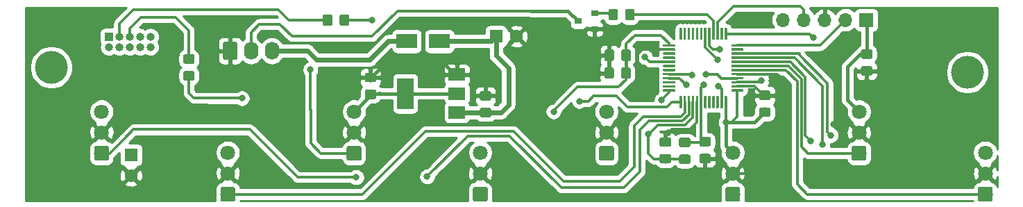
<source format=gbr>
G04 #@! TF.GenerationSoftware,KiCad,Pcbnew,(5.1.2)-2*
G04 #@! TF.CreationDate,2021-01-17T20:53:17+05:30*
G04 #@! TF.ProjectId,VendSensor,56656e64-5365-46e7-936f-722e6b696361,rev?*
G04 #@! TF.SameCoordinates,Original*
G04 #@! TF.FileFunction,Copper,L2,Bot*
G04 #@! TF.FilePolarity,Positive*
%FSLAX46Y46*%
G04 Gerber Fmt 4.6, Leading zero omitted, Abs format (unit mm)*
G04 Created by KiCad (PCBNEW (5.1.2)-2) date 2021-01-17 20:53:17*
%MOMM*%
%LPD*%
G04 APERTURE LIST*
%ADD10O,1.740000X2.200000*%
%ADD11C,0.100000*%
%ADD12C,1.740000*%
%ADD13C,1.800000*%
%ADD14O,1.000000X1.000000*%
%ADD15R,1.000000X1.000000*%
%ADD16R,2.500000X1.800000*%
%ADD17C,1.150000*%
%ADD18O,1.700000X1.700000*%
%ADD19R,1.700000X1.700000*%
%ADD20C,1.600000*%
%ADD21R,1.600000X1.600000*%
%ADD22R,0.900000X0.800000*%
%ADD23C,0.300000*%
%ADD24R,2.000000X1.500000*%
%ADD25R,2.000000X3.800000*%
%ADD26C,4.000000*%
%ADD27C,0.800000*%
%ADD28C,0.300000*%
%ADD29C,0.400000*%
%ADD30C,0.600000*%
%ADD31C,0.254000*%
G04 APERTURE END LIST*
D10*
X80770000Y-41010000D03*
X78230000Y-41010000D03*
D11*
G36*
X76334505Y-39911204D02*
G01*
X76358773Y-39914804D01*
X76382572Y-39920765D01*
X76405671Y-39929030D01*
X76427850Y-39939520D01*
X76448893Y-39952132D01*
X76468599Y-39966747D01*
X76486777Y-39983223D01*
X76503253Y-40001401D01*
X76517868Y-40021107D01*
X76530480Y-40042150D01*
X76540970Y-40064329D01*
X76549235Y-40087428D01*
X76555196Y-40111227D01*
X76558796Y-40135495D01*
X76560000Y-40159999D01*
X76560000Y-41860001D01*
X76558796Y-41884505D01*
X76555196Y-41908773D01*
X76549235Y-41932572D01*
X76540970Y-41955671D01*
X76530480Y-41977850D01*
X76517868Y-41998893D01*
X76503253Y-42018599D01*
X76486777Y-42036777D01*
X76468599Y-42053253D01*
X76448893Y-42067868D01*
X76427850Y-42080480D01*
X76405671Y-42090970D01*
X76382572Y-42099235D01*
X76358773Y-42105196D01*
X76334505Y-42108796D01*
X76310001Y-42110000D01*
X75069999Y-42110000D01*
X75045495Y-42108796D01*
X75021227Y-42105196D01*
X74997428Y-42099235D01*
X74974329Y-42090970D01*
X74952150Y-42080480D01*
X74931107Y-42067868D01*
X74911401Y-42053253D01*
X74893223Y-42036777D01*
X74876747Y-42018599D01*
X74862132Y-41998893D01*
X74849520Y-41977850D01*
X74839030Y-41955671D01*
X74830765Y-41932572D01*
X74824804Y-41908773D01*
X74821204Y-41884505D01*
X74820000Y-41860001D01*
X74820000Y-40159999D01*
X74821204Y-40135495D01*
X74824804Y-40111227D01*
X74830765Y-40087428D01*
X74839030Y-40064329D01*
X74849520Y-40042150D01*
X74862132Y-40021107D01*
X74876747Y-40001401D01*
X74893223Y-39983223D01*
X74911401Y-39966747D01*
X74931107Y-39952132D01*
X74952150Y-39939520D01*
X74974329Y-39929030D01*
X74997428Y-39920765D01*
X75021227Y-39914804D01*
X75045495Y-39911204D01*
X75069999Y-39910000D01*
X76310001Y-39910000D01*
X76334505Y-39911204D01*
X76334505Y-39911204D01*
G37*
D12*
X75690000Y-41010000D03*
D11*
G36*
X91474324Y-52601205D02*
G01*
X91498612Y-52604808D01*
X91522429Y-52610774D01*
X91545547Y-52619045D01*
X91567743Y-52629543D01*
X91588804Y-52642166D01*
X91608525Y-52656793D01*
X91626718Y-52673282D01*
X91643207Y-52691475D01*
X91657834Y-52711196D01*
X91670457Y-52732257D01*
X91680955Y-52754453D01*
X91689226Y-52777571D01*
X91695192Y-52801388D01*
X91698795Y-52825676D01*
X91700000Y-52850200D01*
X91700000Y-54149800D01*
X91698795Y-54174324D01*
X91695192Y-54198612D01*
X91689226Y-54222429D01*
X91680955Y-54245547D01*
X91670457Y-54267743D01*
X91657834Y-54288804D01*
X91643207Y-54308525D01*
X91626718Y-54326718D01*
X91608525Y-54343207D01*
X91588804Y-54357834D01*
X91567743Y-54370457D01*
X91545547Y-54380955D01*
X91522429Y-54389226D01*
X91498612Y-54395192D01*
X91474324Y-54398795D01*
X91449800Y-54400000D01*
X90150200Y-54400000D01*
X90125676Y-54398795D01*
X90101388Y-54395192D01*
X90077571Y-54389226D01*
X90054453Y-54380955D01*
X90032257Y-54370457D01*
X90011196Y-54357834D01*
X89991475Y-54343207D01*
X89973282Y-54326718D01*
X89956793Y-54308525D01*
X89942166Y-54288804D01*
X89929543Y-54267743D01*
X89919045Y-54245547D01*
X89910774Y-54222429D01*
X89904808Y-54198612D01*
X89901205Y-54174324D01*
X89900000Y-54149800D01*
X89900000Y-52850200D01*
X89901205Y-52825676D01*
X89904808Y-52801388D01*
X89910774Y-52777571D01*
X89919045Y-52754453D01*
X89929543Y-52732257D01*
X89942166Y-52711196D01*
X89956793Y-52691475D01*
X89973282Y-52673282D01*
X89991475Y-52656793D01*
X90011196Y-52642166D01*
X90032257Y-52629543D01*
X90054453Y-52619045D01*
X90077571Y-52610774D01*
X90101388Y-52604808D01*
X90125676Y-52601205D01*
X90150200Y-52600000D01*
X91449800Y-52600000D01*
X91474324Y-52601205D01*
X91474324Y-52601205D01*
G37*
D13*
X90800000Y-53500000D03*
X90800000Y-50960000D03*
X90800000Y-48420000D03*
D14*
X65960000Y-40570000D03*
X65960000Y-39300000D03*
X64690000Y-40570000D03*
X64690000Y-39300000D03*
X63420000Y-40570000D03*
X63420000Y-39300000D03*
X62150000Y-40570000D03*
X62150000Y-39300000D03*
X60880000Y-40570000D03*
D15*
X60880000Y-39300000D03*
D16*
X97230000Y-39850000D03*
X101230000Y-39850000D03*
D11*
G36*
X129254505Y-51546204D02*
G01*
X129278773Y-51549804D01*
X129302572Y-51555765D01*
X129325671Y-51564030D01*
X129347850Y-51574520D01*
X129368893Y-51587132D01*
X129388599Y-51601747D01*
X129406777Y-51618223D01*
X129423253Y-51636401D01*
X129437868Y-51656107D01*
X129450480Y-51677150D01*
X129460970Y-51699329D01*
X129469235Y-51722428D01*
X129475196Y-51746227D01*
X129478796Y-51770495D01*
X129480000Y-51794999D01*
X129480000Y-52445001D01*
X129478796Y-52469505D01*
X129475196Y-52493773D01*
X129469235Y-52517572D01*
X129460970Y-52540671D01*
X129450480Y-52562850D01*
X129437868Y-52583893D01*
X129423253Y-52603599D01*
X129406777Y-52621777D01*
X129388599Y-52638253D01*
X129368893Y-52652868D01*
X129347850Y-52665480D01*
X129325671Y-52675970D01*
X129302572Y-52684235D01*
X129278773Y-52690196D01*
X129254505Y-52693796D01*
X129230001Y-52695000D01*
X128329999Y-52695000D01*
X128305495Y-52693796D01*
X128281227Y-52690196D01*
X128257428Y-52684235D01*
X128234329Y-52675970D01*
X128212150Y-52665480D01*
X128191107Y-52652868D01*
X128171401Y-52638253D01*
X128153223Y-52621777D01*
X128136747Y-52603599D01*
X128122132Y-52583893D01*
X128109520Y-52562850D01*
X128099030Y-52540671D01*
X128090765Y-52517572D01*
X128084804Y-52493773D01*
X128081204Y-52469505D01*
X128080000Y-52445001D01*
X128080000Y-51794999D01*
X128081204Y-51770495D01*
X128084804Y-51746227D01*
X128090765Y-51722428D01*
X128099030Y-51699329D01*
X128109520Y-51677150D01*
X128122132Y-51656107D01*
X128136747Y-51636401D01*
X128153223Y-51618223D01*
X128171401Y-51601747D01*
X128191107Y-51587132D01*
X128212150Y-51574520D01*
X128234329Y-51564030D01*
X128257428Y-51555765D01*
X128281227Y-51549804D01*
X128305495Y-51546204D01*
X128329999Y-51545000D01*
X129230001Y-51545000D01*
X129254505Y-51546204D01*
X129254505Y-51546204D01*
G37*
D17*
X128780000Y-52120000D03*
D11*
G36*
X129254505Y-53596204D02*
G01*
X129278773Y-53599804D01*
X129302572Y-53605765D01*
X129325671Y-53614030D01*
X129347850Y-53624520D01*
X129368893Y-53637132D01*
X129388599Y-53651747D01*
X129406777Y-53668223D01*
X129423253Y-53686401D01*
X129437868Y-53706107D01*
X129450480Y-53727150D01*
X129460970Y-53749329D01*
X129469235Y-53772428D01*
X129475196Y-53796227D01*
X129478796Y-53820495D01*
X129480000Y-53844999D01*
X129480000Y-54495001D01*
X129478796Y-54519505D01*
X129475196Y-54543773D01*
X129469235Y-54567572D01*
X129460970Y-54590671D01*
X129450480Y-54612850D01*
X129437868Y-54633893D01*
X129423253Y-54653599D01*
X129406777Y-54671777D01*
X129388599Y-54688253D01*
X129368893Y-54702868D01*
X129347850Y-54715480D01*
X129325671Y-54725970D01*
X129302572Y-54734235D01*
X129278773Y-54740196D01*
X129254505Y-54743796D01*
X129230001Y-54745000D01*
X128329999Y-54745000D01*
X128305495Y-54743796D01*
X128281227Y-54740196D01*
X128257428Y-54734235D01*
X128234329Y-54725970D01*
X128212150Y-54715480D01*
X128191107Y-54702868D01*
X128171401Y-54688253D01*
X128153223Y-54671777D01*
X128136747Y-54653599D01*
X128122132Y-54633893D01*
X128109520Y-54612850D01*
X128099030Y-54590671D01*
X128090765Y-54567572D01*
X128084804Y-54543773D01*
X128081204Y-54519505D01*
X128080000Y-54495001D01*
X128080000Y-53844999D01*
X128081204Y-53820495D01*
X128084804Y-53796227D01*
X128090765Y-53772428D01*
X128099030Y-53749329D01*
X128109520Y-53727150D01*
X128122132Y-53706107D01*
X128136747Y-53686401D01*
X128153223Y-53668223D01*
X128171401Y-53651747D01*
X128191107Y-53637132D01*
X128212150Y-53624520D01*
X128234329Y-53614030D01*
X128257428Y-53605765D01*
X128281227Y-53599804D01*
X128305495Y-53596204D01*
X128329999Y-53595000D01*
X129230001Y-53595000D01*
X129254505Y-53596204D01*
X129254505Y-53596204D01*
G37*
D17*
X128780000Y-54170000D03*
D11*
G36*
X71134505Y-43486204D02*
G01*
X71158773Y-43489804D01*
X71182572Y-43495765D01*
X71205671Y-43504030D01*
X71227850Y-43514520D01*
X71248893Y-43527132D01*
X71268599Y-43541747D01*
X71286777Y-43558223D01*
X71303253Y-43576401D01*
X71317868Y-43596107D01*
X71330480Y-43617150D01*
X71340970Y-43639329D01*
X71349235Y-43662428D01*
X71355196Y-43686227D01*
X71358796Y-43710495D01*
X71360000Y-43734999D01*
X71360000Y-44385001D01*
X71358796Y-44409505D01*
X71355196Y-44433773D01*
X71349235Y-44457572D01*
X71340970Y-44480671D01*
X71330480Y-44502850D01*
X71317868Y-44523893D01*
X71303253Y-44543599D01*
X71286777Y-44561777D01*
X71268599Y-44578253D01*
X71248893Y-44592868D01*
X71227850Y-44605480D01*
X71205671Y-44615970D01*
X71182572Y-44624235D01*
X71158773Y-44630196D01*
X71134505Y-44633796D01*
X71110001Y-44635000D01*
X70209999Y-44635000D01*
X70185495Y-44633796D01*
X70161227Y-44630196D01*
X70137428Y-44624235D01*
X70114329Y-44615970D01*
X70092150Y-44605480D01*
X70071107Y-44592868D01*
X70051401Y-44578253D01*
X70033223Y-44561777D01*
X70016747Y-44543599D01*
X70002132Y-44523893D01*
X69989520Y-44502850D01*
X69979030Y-44480671D01*
X69970765Y-44457572D01*
X69964804Y-44433773D01*
X69961204Y-44409505D01*
X69960000Y-44385001D01*
X69960000Y-43734999D01*
X69961204Y-43710495D01*
X69964804Y-43686227D01*
X69970765Y-43662428D01*
X69979030Y-43639329D01*
X69989520Y-43617150D01*
X70002132Y-43596107D01*
X70016747Y-43576401D01*
X70033223Y-43558223D01*
X70051401Y-43541747D01*
X70071107Y-43527132D01*
X70092150Y-43514520D01*
X70114329Y-43504030D01*
X70137428Y-43495765D01*
X70161227Y-43489804D01*
X70185495Y-43486204D01*
X70209999Y-43485000D01*
X71110001Y-43485000D01*
X71134505Y-43486204D01*
X71134505Y-43486204D01*
G37*
D17*
X70660000Y-44060000D03*
D11*
G36*
X71134505Y-41436204D02*
G01*
X71158773Y-41439804D01*
X71182572Y-41445765D01*
X71205671Y-41454030D01*
X71227850Y-41464520D01*
X71248893Y-41477132D01*
X71268599Y-41491747D01*
X71286777Y-41508223D01*
X71303253Y-41526401D01*
X71317868Y-41546107D01*
X71330480Y-41567150D01*
X71340970Y-41589329D01*
X71349235Y-41612428D01*
X71355196Y-41636227D01*
X71358796Y-41660495D01*
X71360000Y-41684999D01*
X71360000Y-42335001D01*
X71358796Y-42359505D01*
X71355196Y-42383773D01*
X71349235Y-42407572D01*
X71340970Y-42430671D01*
X71330480Y-42452850D01*
X71317868Y-42473893D01*
X71303253Y-42493599D01*
X71286777Y-42511777D01*
X71268599Y-42528253D01*
X71248893Y-42542868D01*
X71227850Y-42555480D01*
X71205671Y-42565970D01*
X71182572Y-42574235D01*
X71158773Y-42580196D01*
X71134505Y-42583796D01*
X71110001Y-42585000D01*
X70209999Y-42585000D01*
X70185495Y-42583796D01*
X70161227Y-42580196D01*
X70137428Y-42574235D01*
X70114329Y-42565970D01*
X70092150Y-42555480D01*
X70071107Y-42542868D01*
X70051401Y-42528253D01*
X70033223Y-42511777D01*
X70016747Y-42493599D01*
X70002132Y-42473893D01*
X69989520Y-42452850D01*
X69979030Y-42430671D01*
X69970765Y-42407572D01*
X69964804Y-42383773D01*
X69961204Y-42359505D01*
X69960000Y-42335001D01*
X69960000Y-41684999D01*
X69961204Y-41660495D01*
X69964804Y-41636227D01*
X69970765Y-41612428D01*
X69979030Y-41589329D01*
X69989520Y-41567150D01*
X70002132Y-41546107D01*
X70016747Y-41526401D01*
X70033223Y-41508223D01*
X70051401Y-41491747D01*
X70071107Y-41477132D01*
X70092150Y-41464520D01*
X70114329Y-41454030D01*
X70137428Y-41445765D01*
X70161227Y-41439804D01*
X70185495Y-41436204D01*
X70209999Y-41435000D01*
X71110001Y-41435000D01*
X71134505Y-41436204D01*
X71134505Y-41436204D01*
G37*
D17*
X70660000Y-42010000D03*
D11*
G36*
X89969505Y-36561204D02*
G01*
X89993773Y-36564804D01*
X90017572Y-36570765D01*
X90040671Y-36579030D01*
X90062850Y-36589520D01*
X90083893Y-36602132D01*
X90103599Y-36616747D01*
X90121777Y-36633223D01*
X90138253Y-36651401D01*
X90152868Y-36671107D01*
X90165480Y-36692150D01*
X90175970Y-36714329D01*
X90184235Y-36737428D01*
X90190196Y-36761227D01*
X90193796Y-36785495D01*
X90195000Y-36809999D01*
X90195000Y-37710001D01*
X90193796Y-37734505D01*
X90190196Y-37758773D01*
X90184235Y-37782572D01*
X90175970Y-37805671D01*
X90165480Y-37827850D01*
X90152868Y-37848893D01*
X90138253Y-37868599D01*
X90121777Y-37886777D01*
X90103599Y-37903253D01*
X90083893Y-37917868D01*
X90062850Y-37930480D01*
X90040671Y-37940970D01*
X90017572Y-37949235D01*
X89993773Y-37955196D01*
X89969505Y-37958796D01*
X89945001Y-37960000D01*
X89294999Y-37960000D01*
X89270495Y-37958796D01*
X89246227Y-37955196D01*
X89222428Y-37949235D01*
X89199329Y-37940970D01*
X89177150Y-37930480D01*
X89156107Y-37917868D01*
X89136401Y-37903253D01*
X89118223Y-37886777D01*
X89101747Y-37868599D01*
X89087132Y-37848893D01*
X89074520Y-37827850D01*
X89064030Y-37805671D01*
X89055765Y-37782572D01*
X89049804Y-37758773D01*
X89046204Y-37734505D01*
X89045000Y-37710001D01*
X89045000Y-36809999D01*
X89046204Y-36785495D01*
X89049804Y-36761227D01*
X89055765Y-36737428D01*
X89064030Y-36714329D01*
X89074520Y-36692150D01*
X89087132Y-36671107D01*
X89101747Y-36651401D01*
X89118223Y-36633223D01*
X89136401Y-36616747D01*
X89156107Y-36602132D01*
X89177150Y-36589520D01*
X89199329Y-36579030D01*
X89222428Y-36570765D01*
X89246227Y-36564804D01*
X89270495Y-36561204D01*
X89294999Y-36560000D01*
X89945001Y-36560000D01*
X89969505Y-36561204D01*
X89969505Y-36561204D01*
G37*
D17*
X89620000Y-37260000D03*
D11*
G36*
X87919505Y-36561204D02*
G01*
X87943773Y-36564804D01*
X87967572Y-36570765D01*
X87990671Y-36579030D01*
X88012850Y-36589520D01*
X88033893Y-36602132D01*
X88053599Y-36616747D01*
X88071777Y-36633223D01*
X88088253Y-36651401D01*
X88102868Y-36671107D01*
X88115480Y-36692150D01*
X88125970Y-36714329D01*
X88134235Y-36737428D01*
X88140196Y-36761227D01*
X88143796Y-36785495D01*
X88145000Y-36809999D01*
X88145000Y-37710001D01*
X88143796Y-37734505D01*
X88140196Y-37758773D01*
X88134235Y-37782572D01*
X88125970Y-37805671D01*
X88115480Y-37827850D01*
X88102868Y-37848893D01*
X88088253Y-37868599D01*
X88071777Y-37886777D01*
X88053599Y-37903253D01*
X88033893Y-37917868D01*
X88012850Y-37930480D01*
X87990671Y-37940970D01*
X87967572Y-37949235D01*
X87943773Y-37955196D01*
X87919505Y-37958796D01*
X87895001Y-37960000D01*
X87244999Y-37960000D01*
X87220495Y-37958796D01*
X87196227Y-37955196D01*
X87172428Y-37949235D01*
X87149329Y-37940970D01*
X87127150Y-37930480D01*
X87106107Y-37917868D01*
X87086401Y-37903253D01*
X87068223Y-37886777D01*
X87051747Y-37868599D01*
X87037132Y-37848893D01*
X87024520Y-37827850D01*
X87014030Y-37805671D01*
X87005765Y-37782572D01*
X86999804Y-37758773D01*
X86996204Y-37734505D01*
X86995000Y-37710001D01*
X86995000Y-36809999D01*
X86996204Y-36785495D01*
X86999804Y-36761227D01*
X87005765Y-36737428D01*
X87014030Y-36714329D01*
X87024520Y-36692150D01*
X87037132Y-36671107D01*
X87051747Y-36651401D01*
X87068223Y-36633223D01*
X87086401Y-36616747D01*
X87106107Y-36602132D01*
X87127150Y-36589520D01*
X87149329Y-36579030D01*
X87172428Y-36570765D01*
X87196227Y-36564804D01*
X87220495Y-36561204D01*
X87244999Y-36560000D01*
X87895001Y-36560000D01*
X87919505Y-36561204D01*
X87919505Y-36561204D01*
G37*
D17*
X87570000Y-37260000D03*
D18*
X143150000Y-37240000D03*
X145690000Y-37240000D03*
X148230000Y-37240000D03*
X150770000Y-37240000D03*
D19*
X153310000Y-37240000D03*
D11*
G36*
X168474324Y-57601205D02*
G01*
X168498612Y-57604808D01*
X168522429Y-57610774D01*
X168545547Y-57619045D01*
X168567743Y-57629543D01*
X168588804Y-57642166D01*
X168608525Y-57656793D01*
X168626718Y-57673282D01*
X168643207Y-57691475D01*
X168657834Y-57711196D01*
X168670457Y-57732257D01*
X168680955Y-57754453D01*
X168689226Y-57777571D01*
X168695192Y-57801388D01*
X168698795Y-57825676D01*
X168700000Y-57850200D01*
X168700000Y-59149800D01*
X168698795Y-59174324D01*
X168695192Y-59198612D01*
X168689226Y-59222429D01*
X168680955Y-59245547D01*
X168670457Y-59267743D01*
X168657834Y-59288804D01*
X168643207Y-59308525D01*
X168626718Y-59326718D01*
X168608525Y-59343207D01*
X168588804Y-59357834D01*
X168567743Y-59370457D01*
X168545547Y-59380955D01*
X168522429Y-59389226D01*
X168498612Y-59395192D01*
X168474324Y-59398795D01*
X168449800Y-59400000D01*
X167150200Y-59400000D01*
X167125676Y-59398795D01*
X167101388Y-59395192D01*
X167077571Y-59389226D01*
X167054453Y-59380955D01*
X167032257Y-59370457D01*
X167011196Y-59357834D01*
X166991475Y-59343207D01*
X166973282Y-59326718D01*
X166956793Y-59308525D01*
X166942166Y-59288804D01*
X166929543Y-59267743D01*
X166919045Y-59245547D01*
X166910774Y-59222429D01*
X166904808Y-59198612D01*
X166901205Y-59174324D01*
X166900000Y-59149800D01*
X166900000Y-57850200D01*
X166901205Y-57825676D01*
X166904808Y-57801388D01*
X166910774Y-57777571D01*
X166919045Y-57754453D01*
X166929543Y-57732257D01*
X166942166Y-57711196D01*
X166956793Y-57691475D01*
X166973282Y-57673282D01*
X166991475Y-57656793D01*
X167011196Y-57642166D01*
X167032257Y-57629543D01*
X167054453Y-57619045D01*
X167077571Y-57610774D01*
X167101388Y-57604808D01*
X167125676Y-57601205D01*
X167150200Y-57600000D01*
X168449800Y-57600000D01*
X168474324Y-57601205D01*
X168474324Y-57601205D01*
G37*
D13*
X167800000Y-58500000D03*
X167800000Y-55960000D03*
X167800000Y-53420000D03*
D11*
G36*
X153074324Y-52601205D02*
G01*
X153098612Y-52604808D01*
X153122429Y-52610774D01*
X153145547Y-52619045D01*
X153167743Y-52629543D01*
X153188804Y-52642166D01*
X153208525Y-52656793D01*
X153226718Y-52673282D01*
X153243207Y-52691475D01*
X153257834Y-52711196D01*
X153270457Y-52732257D01*
X153280955Y-52754453D01*
X153289226Y-52777571D01*
X153295192Y-52801388D01*
X153298795Y-52825676D01*
X153300000Y-52850200D01*
X153300000Y-54149800D01*
X153298795Y-54174324D01*
X153295192Y-54198612D01*
X153289226Y-54222429D01*
X153280955Y-54245547D01*
X153270457Y-54267743D01*
X153257834Y-54288804D01*
X153243207Y-54308525D01*
X153226718Y-54326718D01*
X153208525Y-54343207D01*
X153188804Y-54357834D01*
X153167743Y-54370457D01*
X153145547Y-54380955D01*
X153122429Y-54389226D01*
X153098612Y-54395192D01*
X153074324Y-54398795D01*
X153049800Y-54400000D01*
X151750200Y-54400000D01*
X151725676Y-54398795D01*
X151701388Y-54395192D01*
X151677571Y-54389226D01*
X151654453Y-54380955D01*
X151632257Y-54370457D01*
X151611196Y-54357834D01*
X151591475Y-54343207D01*
X151573282Y-54326718D01*
X151556793Y-54308525D01*
X151542166Y-54288804D01*
X151529543Y-54267743D01*
X151519045Y-54245547D01*
X151510774Y-54222429D01*
X151504808Y-54198612D01*
X151501205Y-54174324D01*
X151500000Y-54149800D01*
X151500000Y-52850200D01*
X151501205Y-52825676D01*
X151504808Y-52801388D01*
X151510774Y-52777571D01*
X151519045Y-52754453D01*
X151529543Y-52732257D01*
X151542166Y-52711196D01*
X151556793Y-52691475D01*
X151573282Y-52673282D01*
X151591475Y-52656793D01*
X151611196Y-52642166D01*
X151632257Y-52629543D01*
X151654453Y-52619045D01*
X151677571Y-52610774D01*
X151701388Y-52604808D01*
X151725676Y-52601205D01*
X151750200Y-52600000D01*
X153049800Y-52600000D01*
X153074324Y-52601205D01*
X153074324Y-52601205D01*
G37*
D13*
X152400000Y-53500000D03*
X152400000Y-50960000D03*
X152400000Y-48420000D03*
D11*
G36*
X137674324Y-57601205D02*
G01*
X137698612Y-57604808D01*
X137722429Y-57610774D01*
X137745547Y-57619045D01*
X137767743Y-57629543D01*
X137788804Y-57642166D01*
X137808525Y-57656793D01*
X137826718Y-57673282D01*
X137843207Y-57691475D01*
X137857834Y-57711196D01*
X137870457Y-57732257D01*
X137880955Y-57754453D01*
X137889226Y-57777571D01*
X137895192Y-57801388D01*
X137898795Y-57825676D01*
X137900000Y-57850200D01*
X137900000Y-59149800D01*
X137898795Y-59174324D01*
X137895192Y-59198612D01*
X137889226Y-59222429D01*
X137880955Y-59245547D01*
X137870457Y-59267743D01*
X137857834Y-59288804D01*
X137843207Y-59308525D01*
X137826718Y-59326718D01*
X137808525Y-59343207D01*
X137788804Y-59357834D01*
X137767743Y-59370457D01*
X137745547Y-59380955D01*
X137722429Y-59389226D01*
X137698612Y-59395192D01*
X137674324Y-59398795D01*
X137649800Y-59400000D01*
X136350200Y-59400000D01*
X136325676Y-59398795D01*
X136301388Y-59395192D01*
X136277571Y-59389226D01*
X136254453Y-59380955D01*
X136232257Y-59370457D01*
X136211196Y-59357834D01*
X136191475Y-59343207D01*
X136173282Y-59326718D01*
X136156793Y-59308525D01*
X136142166Y-59288804D01*
X136129543Y-59267743D01*
X136119045Y-59245547D01*
X136110774Y-59222429D01*
X136104808Y-59198612D01*
X136101205Y-59174324D01*
X136100000Y-59149800D01*
X136100000Y-57850200D01*
X136101205Y-57825676D01*
X136104808Y-57801388D01*
X136110774Y-57777571D01*
X136119045Y-57754453D01*
X136129543Y-57732257D01*
X136142166Y-57711196D01*
X136156793Y-57691475D01*
X136173282Y-57673282D01*
X136191475Y-57656793D01*
X136211196Y-57642166D01*
X136232257Y-57629543D01*
X136254453Y-57619045D01*
X136277571Y-57610774D01*
X136301388Y-57604808D01*
X136325676Y-57601205D01*
X136350200Y-57600000D01*
X137649800Y-57600000D01*
X137674324Y-57601205D01*
X137674324Y-57601205D01*
G37*
D13*
X137000000Y-58500000D03*
X137000000Y-55960000D03*
X137000000Y-53420000D03*
D11*
G36*
X122274324Y-52601205D02*
G01*
X122298612Y-52604808D01*
X122322429Y-52610774D01*
X122345547Y-52619045D01*
X122367743Y-52629543D01*
X122388804Y-52642166D01*
X122408525Y-52656793D01*
X122426718Y-52673282D01*
X122443207Y-52691475D01*
X122457834Y-52711196D01*
X122470457Y-52732257D01*
X122480955Y-52754453D01*
X122489226Y-52777571D01*
X122495192Y-52801388D01*
X122498795Y-52825676D01*
X122500000Y-52850200D01*
X122500000Y-54149800D01*
X122498795Y-54174324D01*
X122495192Y-54198612D01*
X122489226Y-54222429D01*
X122480955Y-54245547D01*
X122470457Y-54267743D01*
X122457834Y-54288804D01*
X122443207Y-54308525D01*
X122426718Y-54326718D01*
X122408525Y-54343207D01*
X122388804Y-54357834D01*
X122367743Y-54370457D01*
X122345547Y-54380955D01*
X122322429Y-54389226D01*
X122298612Y-54395192D01*
X122274324Y-54398795D01*
X122249800Y-54400000D01*
X120950200Y-54400000D01*
X120925676Y-54398795D01*
X120901388Y-54395192D01*
X120877571Y-54389226D01*
X120854453Y-54380955D01*
X120832257Y-54370457D01*
X120811196Y-54357834D01*
X120791475Y-54343207D01*
X120773282Y-54326718D01*
X120756793Y-54308525D01*
X120742166Y-54288804D01*
X120729543Y-54267743D01*
X120719045Y-54245547D01*
X120710774Y-54222429D01*
X120704808Y-54198612D01*
X120701205Y-54174324D01*
X120700000Y-54149800D01*
X120700000Y-52850200D01*
X120701205Y-52825676D01*
X120704808Y-52801388D01*
X120710774Y-52777571D01*
X120719045Y-52754453D01*
X120729543Y-52732257D01*
X120742166Y-52711196D01*
X120756793Y-52691475D01*
X120773282Y-52673282D01*
X120791475Y-52656793D01*
X120811196Y-52642166D01*
X120832257Y-52629543D01*
X120854453Y-52619045D01*
X120877571Y-52610774D01*
X120901388Y-52604808D01*
X120925676Y-52601205D01*
X120950200Y-52600000D01*
X122249800Y-52600000D01*
X122274324Y-52601205D01*
X122274324Y-52601205D01*
G37*
D13*
X121600000Y-53500000D03*
X121600000Y-50960000D03*
X121600000Y-48420000D03*
D11*
G36*
X106874324Y-57601205D02*
G01*
X106898612Y-57604808D01*
X106922429Y-57610774D01*
X106945547Y-57619045D01*
X106967743Y-57629543D01*
X106988804Y-57642166D01*
X107008525Y-57656793D01*
X107026718Y-57673282D01*
X107043207Y-57691475D01*
X107057834Y-57711196D01*
X107070457Y-57732257D01*
X107080955Y-57754453D01*
X107089226Y-57777571D01*
X107095192Y-57801388D01*
X107098795Y-57825676D01*
X107100000Y-57850200D01*
X107100000Y-59149800D01*
X107098795Y-59174324D01*
X107095192Y-59198612D01*
X107089226Y-59222429D01*
X107080955Y-59245547D01*
X107070457Y-59267743D01*
X107057834Y-59288804D01*
X107043207Y-59308525D01*
X107026718Y-59326718D01*
X107008525Y-59343207D01*
X106988804Y-59357834D01*
X106967743Y-59370457D01*
X106945547Y-59380955D01*
X106922429Y-59389226D01*
X106898612Y-59395192D01*
X106874324Y-59398795D01*
X106849800Y-59400000D01*
X105550200Y-59400000D01*
X105525676Y-59398795D01*
X105501388Y-59395192D01*
X105477571Y-59389226D01*
X105454453Y-59380955D01*
X105432257Y-59370457D01*
X105411196Y-59357834D01*
X105391475Y-59343207D01*
X105373282Y-59326718D01*
X105356793Y-59308525D01*
X105342166Y-59288804D01*
X105329543Y-59267743D01*
X105319045Y-59245547D01*
X105310774Y-59222429D01*
X105304808Y-59198612D01*
X105301205Y-59174324D01*
X105300000Y-59149800D01*
X105300000Y-57850200D01*
X105301205Y-57825676D01*
X105304808Y-57801388D01*
X105310774Y-57777571D01*
X105319045Y-57754453D01*
X105329543Y-57732257D01*
X105342166Y-57711196D01*
X105356793Y-57691475D01*
X105373282Y-57673282D01*
X105391475Y-57656793D01*
X105411196Y-57642166D01*
X105432257Y-57629543D01*
X105454453Y-57619045D01*
X105477571Y-57610774D01*
X105501388Y-57604808D01*
X105525676Y-57601205D01*
X105550200Y-57600000D01*
X106849800Y-57600000D01*
X106874324Y-57601205D01*
X106874324Y-57601205D01*
G37*
D13*
X106200000Y-58500000D03*
X106200000Y-55960000D03*
X106200000Y-53420000D03*
D11*
G36*
X76074324Y-57601205D02*
G01*
X76098612Y-57604808D01*
X76122429Y-57610774D01*
X76145547Y-57619045D01*
X76167743Y-57629543D01*
X76188804Y-57642166D01*
X76208525Y-57656793D01*
X76226718Y-57673282D01*
X76243207Y-57691475D01*
X76257834Y-57711196D01*
X76270457Y-57732257D01*
X76280955Y-57754453D01*
X76289226Y-57777571D01*
X76295192Y-57801388D01*
X76298795Y-57825676D01*
X76300000Y-57850200D01*
X76300000Y-59149800D01*
X76298795Y-59174324D01*
X76295192Y-59198612D01*
X76289226Y-59222429D01*
X76280955Y-59245547D01*
X76270457Y-59267743D01*
X76257834Y-59288804D01*
X76243207Y-59308525D01*
X76226718Y-59326718D01*
X76208525Y-59343207D01*
X76188804Y-59357834D01*
X76167743Y-59370457D01*
X76145547Y-59380955D01*
X76122429Y-59389226D01*
X76098612Y-59395192D01*
X76074324Y-59398795D01*
X76049800Y-59400000D01*
X74750200Y-59400000D01*
X74725676Y-59398795D01*
X74701388Y-59395192D01*
X74677571Y-59389226D01*
X74654453Y-59380955D01*
X74632257Y-59370457D01*
X74611196Y-59357834D01*
X74591475Y-59343207D01*
X74573282Y-59326718D01*
X74556793Y-59308525D01*
X74542166Y-59288804D01*
X74529543Y-59267743D01*
X74519045Y-59245547D01*
X74510774Y-59222429D01*
X74504808Y-59198612D01*
X74501205Y-59174324D01*
X74500000Y-59149800D01*
X74500000Y-57850200D01*
X74501205Y-57825676D01*
X74504808Y-57801388D01*
X74510774Y-57777571D01*
X74519045Y-57754453D01*
X74529543Y-57732257D01*
X74542166Y-57711196D01*
X74556793Y-57691475D01*
X74573282Y-57673282D01*
X74591475Y-57656793D01*
X74611196Y-57642166D01*
X74632257Y-57629543D01*
X74654453Y-57619045D01*
X74677571Y-57610774D01*
X74701388Y-57604808D01*
X74725676Y-57601205D01*
X74750200Y-57600000D01*
X76049800Y-57600000D01*
X76074324Y-57601205D01*
X76074324Y-57601205D01*
G37*
D13*
X75400000Y-58500000D03*
X75400000Y-55960000D03*
X75400000Y-53420000D03*
D11*
G36*
X60674324Y-52601205D02*
G01*
X60698612Y-52604808D01*
X60722429Y-52610774D01*
X60745547Y-52619045D01*
X60767743Y-52629543D01*
X60788804Y-52642166D01*
X60808525Y-52656793D01*
X60826718Y-52673282D01*
X60843207Y-52691475D01*
X60857834Y-52711196D01*
X60870457Y-52732257D01*
X60880955Y-52754453D01*
X60889226Y-52777571D01*
X60895192Y-52801388D01*
X60898795Y-52825676D01*
X60900000Y-52850200D01*
X60900000Y-54149800D01*
X60898795Y-54174324D01*
X60895192Y-54198612D01*
X60889226Y-54222429D01*
X60880955Y-54245547D01*
X60870457Y-54267743D01*
X60857834Y-54288804D01*
X60843207Y-54308525D01*
X60826718Y-54326718D01*
X60808525Y-54343207D01*
X60788804Y-54357834D01*
X60767743Y-54370457D01*
X60745547Y-54380955D01*
X60722429Y-54389226D01*
X60698612Y-54395192D01*
X60674324Y-54398795D01*
X60649800Y-54400000D01*
X59350200Y-54400000D01*
X59325676Y-54398795D01*
X59301388Y-54395192D01*
X59277571Y-54389226D01*
X59254453Y-54380955D01*
X59232257Y-54370457D01*
X59211196Y-54357834D01*
X59191475Y-54343207D01*
X59173282Y-54326718D01*
X59156793Y-54308525D01*
X59142166Y-54288804D01*
X59129543Y-54267743D01*
X59119045Y-54245547D01*
X59110774Y-54222429D01*
X59104808Y-54198612D01*
X59101205Y-54174324D01*
X59100000Y-54149800D01*
X59100000Y-52850200D01*
X59101205Y-52825676D01*
X59104808Y-52801388D01*
X59110774Y-52777571D01*
X59119045Y-52754453D01*
X59129543Y-52732257D01*
X59142166Y-52711196D01*
X59156793Y-52691475D01*
X59173282Y-52673282D01*
X59191475Y-52656793D01*
X59211196Y-52642166D01*
X59232257Y-52629543D01*
X59254453Y-52619045D01*
X59277571Y-52610774D01*
X59301388Y-52604808D01*
X59325676Y-52601205D01*
X59350200Y-52600000D01*
X60649800Y-52600000D01*
X60674324Y-52601205D01*
X60674324Y-52601205D01*
G37*
D13*
X60000000Y-53500000D03*
X60000000Y-50960000D03*
X60000000Y-48420000D03*
D11*
G36*
X131614505Y-51606204D02*
G01*
X131638773Y-51609804D01*
X131662572Y-51615765D01*
X131685671Y-51624030D01*
X131707850Y-51634520D01*
X131728893Y-51647132D01*
X131748599Y-51661747D01*
X131766777Y-51678223D01*
X131783253Y-51696401D01*
X131797868Y-51716107D01*
X131810480Y-51737150D01*
X131820970Y-51759329D01*
X131829235Y-51782428D01*
X131835196Y-51806227D01*
X131838796Y-51830495D01*
X131840000Y-51854999D01*
X131840000Y-52505001D01*
X131838796Y-52529505D01*
X131835196Y-52553773D01*
X131829235Y-52577572D01*
X131820970Y-52600671D01*
X131810480Y-52622850D01*
X131797868Y-52643893D01*
X131783253Y-52663599D01*
X131766777Y-52681777D01*
X131748599Y-52698253D01*
X131728893Y-52712868D01*
X131707850Y-52725480D01*
X131685671Y-52735970D01*
X131662572Y-52744235D01*
X131638773Y-52750196D01*
X131614505Y-52753796D01*
X131590001Y-52755000D01*
X130689999Y-52755000D01*
X130665495Y-52753796D01*
X130641227Y-52750196D01*
X130617428Y-52744235D01*
X130594329Y-52735970D01*
X130572150Y-52725480D01*
X130551107Y-52712868D01*
X130531401Y-52698253D01*
X130513223Y-52681777D01*
X130496747Y-52663599D01*
X130482132Y-52643893D01*
X130469520Y-52622850D01*
X130459030Y-52600671D01*
X130450765Y-52577572D01*
X130444804Y-52553773D01*
X130441204Y-52529505D01*
X130440000Y-52505001D01*
X130440000Y-51854999D01*
X130441204Y-51830495D01*
X130444804Y-51806227D01*
X130450765Y-51782428D01*
X130459030Y-51759329D01*
X130469520Y-51737150D01*
X130482132Y-51716107D01*
X130496747Y-51696401D01*
X130513223Y-51678223D01*
X130531401Y-51661747D01*
X130551107Y-51647132D01*
X130572150Y-51634520D01*
X130594329Y-51624030D01*
X130617428Y-51615765D01*
X130641227Y-51609804D01*
X130665495Y-51606204D01*
X130689999Y-51605000D01*
X131590001Y-51605000D01*
X131614505Y-51606204D01*
X131614505Y-51606204D01*
G37*
D17*
X131140000Y-52180000D03*
D11*
G36*
X131614505Y-53656204D02*
G01*
X131638773Y-53659804D01*
X131662572Y-53665765D01*
X131685671Y-53674030D01*
X131707850Y-53684520D01*
X131728893Y-53697132D01*
X131748599Y-53711747D01*
X131766777Y-53728223D01*
X131783253Y-53746401D01*
X131797868Y-53766107D01*
X131810480Y-53787150D01*
X131820970Y-53809329D01*
X131829235Y-53832428D01*
X131835196Y-53856227D01*
X131838796Y-53880495D01*
X131840000Y-53904999D01*
X131840000Y-54555001D01*
X131838796Y-54579505D01*
X131835196Y-54603773D01*
X131829235Y-54627572D01*
X131820970Y-54650671D01*
X131810480Y-54672850D01*
X131797868Y-54693893D01*
X131783253Y-54713599D01*
X131766777Y-54731777D01*
X131748599Y-54748253D01*
X131728893Y-54762868D01*
X131707850Y-54775480D01*
X131685671Y-54785970D01*
X131662572Y-54794235D01*
X131638773Y-54800196D01*
X131614505Y-54803796D01*
X131590001Y-54805000D01*
X130689999Y-54805000D01*
X130665495Y-54803796D01*
X130641227Y-54800196D01*
X130617428Y-54794235D01*
X130594329Y-54785970D01*
X130572150Y-54775480D01*
X130551107Y-54762868D01*
X130531401Y-54748253D01*
X130513223Y-54731777D01*
X130496747Y-54713599D01*
X130482132Y-54693893D01*
X130469520Y-54672850D01*
X130459030Y-54650671D01*
X130450765Y-54627572D01*
X130444804Y-54603773D01*
X130441204Y-54579505D01*
X130440000Y-54555001D01*
X130440000Y-53904999D01*
X130441204Y-53880495D01*
X130444804Y-53856227D01*
X130450765Y-53832428D01*
X130459030Y-53809329D01*
X130469520Y-53787150D01*
X130482132Y-53766107D01*
X130496747Y-53746401D01*
X130513223Y-53728223D01*
X130531401Y-53711747D01*
X130551107Y-53697132D01*
X130572150Y-53684520D01*
X130594329Y-53674030D01*
X130617428Y-53665765D01*
X130641227Y-53659804D01*
X130665495Y-53656204D01*
X130689999Y-53655000D01*
X131590001Y-53655000D01*
X131614505Y-53656204D01*
X131614505Y-53656204D01*
G37*
D17*
X131140000Y-54230000D03*
D11*
G36*
X122759505Y-35901204D02*
G01*
X122783773Y-35904804D01*
X122807572Y-35910765D01*
X122830671Y-35919030D01*
X122852850Y-35929520D01*
X122873893Y-35942132D01*
X122893599Y-35956747D01*
X122911777Y-35973223D01*
X122928253Y-35991401D01*
X122942868Y-36011107D01*
X122955480Y-36032150D01*
X122965970Y-36054329D01*
X122974235Y-36077428D01*
X122980196Y-36101227D01*
X122983796Y-36125495D01*
X122985000Y-36149999D01*
X122985000Y-37050001D01*
X122983796Y-37074505D01*
X122980196Y-37098773D01*
X122974235Y-37122572D01*
X122965970Y-37145671D01*
X122955480Y-37167850D01*
X122942868Y-37188893D01*
X122928253Y-37208599D01*
X122911777Y-37226777D01*
X122893599Y-37243253D01*
X122873893Y-37257868D01*
X122852850Y-37270480D01*
X122830671Y-37280970D01*
X122807572Y-37289235D01*
X122783773Y-37295196D01*
X122759505Y-37298796D01*
X122735001Y-37300000D01*
X122084999Y-37300000D01*
X122060495Y-37298796D01*
X122036227Y-37295196D01*
X122012428Y-37289235D01*
X121989329Y-37280970D01*
X121967150Y-37270480D01*
X121946107Y-37257868D01*
X121926401Y-37243253D01*
X121908223Y-37226777D01*
X121891747Y-37208599D01*
X121877132Y-37188893D01*
X121864520Y-37167850D01*
X121854030Y-37145671D01*
X121845765Y-37122572D01*
X121839804Y-37098773D01*
X121836204Y-37074505D01*
X121835000Y-37050001D01*
X121835000Y-36149999D01*
X121836204Y-36125495D01*
X121839804Y-36101227D01*
X121845765Y-36077428D01*
X121854030Y-36054329D01*
X121864520Y-36032150D01*
X121877132Y-36011107D01*
X121891747Y-35991401D01*
X121908223Y-35973223D01*
X121926401Y-35956747D01*
X121946107Y-35942132D01*
X121967150Y-35929520D01*
X121989329Y-35919030D01*
X122012428Y-35910765D01*
X122036227Y-35904804D01*
X122060495Y-35901204D01*
X122084999Y-35900000D01*
X122735001Y-35900000D01*
X122759505Y-35901204D01*
X122759505Y-35901204D01*
G37*
D17*
X122410000Y-36600000D03*
D11*
G36*
X124809505Y-35901204D02*
G01*
X124833773Y-35904804D01*
X124857572Y-35910765D01*
X124880671Y-35919030D01*
X124902850Y-35929520D01*
X124923893Y-35942132D01*
X124943599Y-35956747D01*
X124961777Y-35973223D01*
X124978253Y-35991401D01*
X124992868Y-36011107D01*
X125005480Y-36032150D01*
X125015970Y-36054329D01*
X125024235Y-36077428D01*
X125030196Y-36101227D01*
X125033796Y-36125495D01*
X125035000Y-36149999D01*
X125035000Y-37050001D01*
X125033796Y-37074505D01*
X125030196Y-37098773D01*
X125024235Y-37122572D01*
X125015970Y-37145671D01*
X125005480Y-37167850D01*
X124992868Y-37188893D01*
X124978253Y-37208599D01*
X124961777Y-37226777D01*
X124943599Y-37243253D01*
X124923893Y-37257868D01*
X124902850Y-37270480D01*
X124880671Y-37280970D01*
X124857572Y-37289235D01*
X124833773Y-37295196D01*
X124809505Y-37298796D01*
X124785001Y-37300000D01*
X124134999Y-37300000D01*
X124110495Y-37298796D01*
X124086227Y-37295196D01*
X124062428Y-37289235D01*
X124039329Y-37280970D01*
X124017150Y-37270480D01*
X123996107Y-37257868D01*
X123976401Y-37243253D01*
X123958223Y-37226777D01*
X123941747Y-37208599D01*
X123927132Y-37188893D01*
X123914520Y-37167850D01*
X123904030Y-37145671D01*
X123895765Y-37122572D01*
X123889804Y-37098773D01*
X123886204Y-37074505D01*
X123885000Y-37050001D01*
X123885000Y-36149999D01*
X123886204Y-36125495D01*
X123889804Y-36101227D01*
X123895765Y-36077428D01*
X123904030Y-36054329D01*
X123914520Y-36032150D01*
X123927132Y-36011107D01*
X123941747Y-35991401D01*
X123958223Y-35973223D01*
X123976401Y-35956747D01*
X123996107Y-35942132D01*
X124017150Y-35929520D01*
X124039329Y-35919030D01*
X124062428Y-35910765D01*
X124086227Y-35904804D01*
X124110495Y-35901204D01*
X124134999Y-35900000D01*
X124785001Y-35900000D01*
X124809505Y-35901204D01*
X124809505Y-35901204D01*
G37*
D17*
X124460000Y-36600000D03*
D20*
X63600000Y-56200000D03*
D21*
X63600000Y-53700000D03*
D22*
X118170000Y-37400000D03*
X120170000Y-38350000D03*
X120170000Y-36450000D03*
D11*
G36*
X122274505Y-43031204D02*
G01*
X122298773Y-43034804D01*
X122322572Y-43040765D01*
X122345671Y-43049030D01*
X122367850Y-43059520D01*
X122388893Y-43072132D01*
X122408599Y-43086747D01*
X122426777Y-43103223D01*
X122443253Y-43121401D01*
X122457868Y-43141107D01*
X122470480Y-43162150D01*
X122480970Y-43184329D01*
X122489235Y-43207428D01*
X122495196Y-43231227D01*
X122498796Y-43255495D01*
X122500000Y-43279999D01*
X122500000Y-44180001D01*
X122498796Y-44204505D01*
X122495196Y-44228773D01*
X122489235Y-44252572D01*
X122480970Y-44275671D01*
X122470480Y-44297850D01*
X122457868Y-44318893D01*
X122443253Y-44338599D01*
X122426777Y-44356777D01*
X122408599Y-44373253D01*
X122388893Y-44387868D01*
X122367850Y-44400480D01*
X122345671Y-44410970D01*
X122322572Y-44419235D01*
X122298773Y-44425196D01*
X122274505Y-44428796D01*
X122250001Y-44430000D01*
X121599999Y-44430000D01*
X121575495Y-44428796D01*
X121551227Y-44425196D01*
X121527428Y-44419235D01*
X121504329Y-44410970D01*
X121482150Y-44400480D01*
X121461107Y-44387868D01*
X121441401Y-44373253D01*
X121423223Y-44356777D01*
X121406747Y-44338599D01*
X121392132Y-44318893D01*
X121379520Y-44297850D01*
X121369030Y-44275671D01*
X121360765Y-44252572D01*
X121354804Y-44228773D01*
X121351204Y-44204505D01*
X121350000Y-44180001D01*
X121350000Y-43279999D01*
X121351204Y-43255495D01*
X121354804Y-43231227D01*
X121360765Y-43207428D01*
X121369030Y-43184329D01*
X121379520Y-43162150D01*
X121392132Y-43141107D01*
X121406747Y-43121401D01*
X121423223Y-43103223D01*
X121441401Y-43086747D01*
X121461107Y-43072132D01*
X121482150Y-43059520D01*
X121504329Y-43049030D01*
X121527428Y-43040765D01*
X121551227Y-43034804D01*
X121575495Y-43031204D01*
X121599999Y-43030000D01*
X122250001Y-43030000D01*
X122274505Y-43031204D01*
X122274505Y-43031204D01*
G37*
D17*
X121925000Y-43730000D03*
D11*
G36*
X124324505Y-43031204D02*
G01*
X124348773Y-43034804D01*
X124372572Y-43040765D01*
X124395671Y-43049030D01*
X124417850Y-43059520D01*
X124438893Y-43072132D01*
X124458599Y-43086747D01*
X124476777Y-43103223D01*
X124493253Y-43121401D01*
X124507868Y-43141107D01*
X124520480Y-43162150D01*
X124530970Y-43184329D01*
X124539235Y-43207428D01*
X124545196Y-43231227D01*
X124548796Y-43255495D01*
X124550000Y-43279999D01*
X124550000Y-44180001D01*
X124548796Y-44204505D01*
X124545196Y-44228773D01*
X124539235Y-44252572D01*
X124530970Y-44275671D01*
X124520480Y-44297850D01*
X124507868Y-44318893D01*
X124493253Y-44338599D01*
X124476777Y-44356777D01*
X124458599Y-44373253D01*
X124438893Y-44387868D01*
X124417850Y-44400480D01*
X124395671Y-44410970D01*
X124372572Y-44419235D01*
X124348773Y-44425196D01*
X124324505Y-44428796D01*
X124300001Y-44430000D01*
X123649999Y-44430000D01*
X123625495Y-44428796D01*
X123601227Y-44425196D01*
X123577428Y-44419235D01*
X123554329Y-44410970D01*
X123532150Y-44400480D01*
X123511107Y-44387868D01*
X123491401Y-44373253D01*
X123473223Y-44356777D01*
X123456747Y-44338599D01*
X123442132Y-44318893D01*
X123429520Y-44297850D01*
X123419030Y-44275671D01*
X123410765Y-44252572D01*
X123404804Y-44228773D01*
X123401204Y-44204505D01*
X123400000Y-44180001D01*
X123400000Y-43279999D01*
X123401204Y-43255495D01*
X123404804Y-43231227D01*
X123410765Y-43207428D01*
X123419030Y-43184329D01*
X123429520Y-43162150D01*
X123442132Y-43141107D01*
X123456747Y-43121401D01*
X123473223Y-43103223D01*
X123491401Y-43086747D01*
X123511107Y-43072132D01*
X123532150Y-43059520D01*
X123554329Y-43049030D01*
X123577428Y-43040765D01*
X123601227Y-43034804D01*
X123625495Y-43031204D01*
X123649999Y-43030000D01*
X124300001Y-43030000D01*
X124324505Y-43031204D01*
X124324505Y-43031204D01*
G37*
D17*
X123975000Y-43730000D03*
D11*
G36*
X138232351Y-45700361D02*
G01*
X138239632Y-45701441D01*
X138246771Y-45703229D01*
X138253701Y-45705709D01*
X138260355Y-45708856D01*
X138266668Y-45712640D01*
X138272579Y-45717024D01*
X138278033Y-45721967D01*
X138282976Y-45727421D01*
X138287360Y-45733332D01*
X138291144Y-45739645D01*
X138294291Y-45746299D01*
X138296771Y-45753229D01*
X138298559Y-45760368D01*
X138299639Y-45767649D01*
X138300000Y-45775000D01*
X138300000Y-45925000D01*
X138299639Y-45932351D01*
X138298559Y-45939632D01*
X138296771Y-45946771D01*
X138294291Y-45953701D01*
X138291144Y-45960355D01*
X138287360Y-45966668D01*
X138282976Y-45972579D01*
X138278033Y-45978033D01*
X138272579Y-45982976D01*
X138266668Y-45987360D01*
X138260355Y-45991144D01*
X138253701Y-45994291D01*
X138246771Y-45996771D01*
X138239632Y-45998559D01*
X138232351Y-45999639D01*
X138225000Y-46000000D01*
X136900000Y-46000000D01*
X136892649Y-45999639D01*
X136885368Y-45998559D01*
X136878229Y-45996771D01*
X136871299Y-45994291D01*
X136864645Y-45991144D01*
X136858332Y-45987360D01*
X136852421Y-45982976D01*
X136846967Y-45978033D01*
X136842024Y-45972579D01*
X136837640Y-45966668D01*
X136833856Y-45960355D01*
X136830709Y-45953701D01*
X136828229Y-45946771D01*
X136826441Y-45939632D01*
X136825361Y-45932351D01*
X136825000Y-45925000D01*
X136825000Y-45775000D01*
X136825361Y-45767649D01*
X136826441Y-45760368D01*
X136828229Y-45753229D01*
X136830709Y-45746299D01*
X136833856Y-45739645D01*
X136837640Y-45733332D01*
X136842024Y-45727421D01*
X136846967Y-45721967D01*
X136852421Y-45717024D01*
X136858332Y-45712640D01*
X136864645Y-45708856D01*
X136871299Y-45705709D01*
X136878229Y-45703229D01*
X136885368Y-45701441D01*
X136892649Y-45700361D01*
X136900000Y-45700000D01*
X138225000Y-45700000D01*
X138232351Y-45700361D01*
X138232351Y-45700361D01*
G37*
D23*
X137562500Y-45850000D03*
D11*
G36*
X138232351Y-45200361D02*
G01*
X138239632Y-45201441D01*
X138246771Y-45203229D01*
X138253701Y-45205709D01*
X138260355Y-45208856D01*
X138266668Y-45212640D01*
X138272579Y-45217024D01*
X138278033Y-45221967D01*
X138282976Y-45227421D01*
X138287360Y-45233332D01*
X138291144Y-45239645D01*
X138294291Y-45246299D01*
X138296771Y-45253229D01*
X138298559Y-45260368D01*
X138299639Y-45267649D01*
X138300000Y-45275000D01*
X138300000Y-45425000D01*
X138299639Y-45432351D01*
X138298559Y-45439632D01*
X138296771Y-45446771D01*
X138294291Y-45453701D01*
X138291144Y-45460355D01*
X138287360Y-45466668D01*
X138282976Y-45472579D01*
X138278033Y-45478033D01*
X138272579Y-45482976D01*
X138266668Y-45487360D01*
X138260355Y-45491144D01*
X138253701Y-45494291D01*
X138246771Y-45496771D01*
X138239632Y-45498559D01*
X138232351Y-45499639D01*
X138225000Y-45500000D01*
X136900000Y-45500000D01*
X136892649Y-45499639D01*
X136885368Y-45498559D01*
X136878229Y-45496771D01*
X136871299Y-45494291D01*
X136864645Y-45491144D01*
X136858332Y-45487360D01*
X136852421Y-45482976D01*
X136846967Y-45478033D01*
X136842024Y-45472579D01*
X136837640Y-45466668D01*
X136833856Y-45460355D01*
X136830709Y-45453701D01*
X136828229Y-45446771D01*
X136826441Y-45439632D01*
X136825361Y-45432351D01*
X136825000Y-45425000D01*
X136825000Y-45275000D01*
X136825361Y-45267649D01*
X136826441Y-45260368D01*
X136828229Y-45253229D01*
X136830709Y-45246299D01*
X136833856Y-45239645D01*
X136837640Y-45233332D01*
X136842024Y-45227421D01*
X136846967Y-45221967D01*
X136852421Y-45217024D01*
X136858332Y-45212640D01*
X136864645Y-45208856D01*
X136871299Y-45205709D01*
X136878229Y-45203229D01*
X136885368Y-45201441D01*
X136892649Y-45200361D01*
X136900000Y-45200000D01*
X138225000Y-45200000D01*
X138232351Y-45200361D01*
X138232351Y-45200361D01*
G37*
D23*
X137562500Y-45350000D03*
D11*
G36*
X138232351Y-44700361D02*
G01*
X138239632Y-44701441D01*
X138246771Y-44703229D01*
X138253701Y-44705709D01*
X138260355Y-44708856D01*
X138266668Y-44712640D01*
X138272579Y-44717024D01*
X138278033Y-44721967D01*
X138282976Y-44727421D01*
X138287360Y-44733332D01*
X138291144Y-44739645D01*
X138294291Y-44746299D01*
X138296771Y-44753229D01*
X138298559Y-44760368D01*
X138299639Y-44767649D01*
X138300000Y-44775000D01*
X138300000Y-44925000D01*
X138299639Y-44932351D01*
X138298559Y-44939632D01*
X138296771Y-44946771D01*
X138294291Y-44953701D01*
X138291144Y-44960355D01*
X138287360Y-44966668D01*
X138282976Y-44972579D01*
X138278033Y-44978033D01*
X138272579Y-44982976D01*
X138266668Y-44987360D01*
X138260355Y-44991144D01*
X138253701Y-44994291D01*
X138246771Y-44996771D01*
X138239632Y-44998559D01*
X138232351Y-44999639D01*
X138225000Y-45000000D01*
X136900000Y-45000000D01*
X136892649Y-44999639D01*
X136885368Y-44998559D01*
X136878229Y-44996771D01*
X136871299Y-44994291D01*
X136864645Y-44991144D01*
X136858332Y-44987360D01*
X136852421Y-44982976D01*
X136846967Y-44978033D01*
X136842024Y-44972579D01*
X136837640Y-44966668D01*
X136833856Y-44960355D01*
X136830709Y-44953701D01*
X136828229Y-44946771D01*
X136826441Y-44939632D01*
X136825361Y-44932351D01*
X136825000Y-44925000D01*
X136825000Y-44775000D01*
X136825361Y-44767649D01*
X136826441Y-44760368D01*
X136828229Y-44753229D01*
X136830709Y-44746299D01*
X136833856Y-44739645D01*
X136837640Y-44733332D01*
X136842024Y-44727421D01*
X136846967Y-44721967D01*
X136852421Y-44717024D01*
X136858332Y-44712640D01*
X136864645Y-44708856D01*
X136871299Y-44705709D01*
X136878229Y-44703229D01*
X136885368Y-44701441D01*
X136892649Y-44700361D01*
X136900000Y-44700000D01*
X138225000Y-44700000D01*
X138232351Y-44700361D01*
X138232351Y-44700361D01*
G37*
D23*
X137562500Y-44850000D03*
D11*
G36*
X138232351Y-44200361D02*
G01*
X138239632Y-44201441D01*
X138246771Y-44203229D01*
X138253701Y-44205709D01*
X138260355Y-44208856D01*
X138266668Y-44212640D01*
X138272579Y-44217024D01*
X138278033Y-44221967D01*
X138282976Y-44227421D01*
X138287360Y-44233332D01*
X138291144Y-44239645D01*
X138294291Y-44246299D01*
X138296771Y-44253229D01*
X138298559Y-44260368D01*
X138299639Y-44267649D01*
X138300000Y-44275000D01*
X138300000Y-44425000D01*
X138299639Y-44432351D01*
X138298559Y-44439632D01*
X138296771Y-44446771D01*
X138294291Y-44453701D01*
X138291144Y-44460355D01*
X138287360Y-44466668D01*
X138282976Y-44472579D01*
X138278033Y-44478033D01*
X138272579Y-44482976D01*
X138266668Y-44487360D01*
X138260355Y-44491144D01*
X138253701Y-44494291D01*
X138246771Y-44496771D01*
X138239632Y-44498559D01*
X138232351Y-44499639D01*
X138225000Y-44500000D01*
X136900000Y-44500000D01*
X136892649Y-44499639D01*
X136885368Y-44498559D01*
X136878229Y-44496771D01*
X136871299Y-44494291D01*
X136864645Y-44491144D01*
X136858332Y-44487360D01*
X136852421Y-44482976D01*
X136846967Y-44478033D01*
X136842024Y-44472579D01*
X136837640Y-44466668D01*
X136833856Y-44460355D01*
X136830709Y-44453701D01*
X136828229Y-44446771D01*
X136826441Y-44439632D01*
X136825361Y-44432351D01*
X136825000Y-44425000D01*
X136825000Y-44275000D01*
X136825361Y-44267649D01*
X136826441Y-44260368D01*
X136828229Y-44253229D01*
X136830709Y-44246299D01*
X136833856Y-44239645D01*
X136837640Y-44233332D01*
X136842024Y-44227421D01*
X136846967Y-44221967D01*
X136852421Y-44217024D01*
X136858332Y-44212640D01*
X136864645Y-44208856D01*
X136871299Y-44205709D01*
X136878229Y-44203229D01*
X136885368Y-44201441D01*
X136892649Y-44200361D01*
X136900000Y-44200000D01*
X138225000Y-44200000D01*
X138232351Y-44200361D01*
X138232351Y-44200361D01*
G37*
D23*
X137562500Y-44350000D03*
D11*
G36*
X138232351Y-43700361D02*
G01*
X138239632Y-43701441D01*
X138246771Y-43703229D01*
X138253701Y-43705709D01*
X138260355Y-43708856D01*
X138266668Y-43712640D01*
X138272579Y-43717024D01*
X138278033Y-43721967D01*
X138282976Y-43727421D01*
X138287360Y-43733332D01*
X138291144Y-43739645D01*
X138294291Y-43746299D01*
X138296771Y-43753229D01*
X138298559Y-43760368D01*
X138299639Y-43767649D01*
X138300000Y-43775000D01*
X138300000Y-43925000D01*
X138299639Y-43932351D01*
X138298559Y-43939632D01*
X138296771Y-43946771D01*
X138294291Y-43953701D01*
X138291144Y-43960355D01*
X138287360Y-43966668D01*
X138282976Y-43972579D01*
X138278033Y-43978033D01*
X138272579Y-43982976D01*
X138266668Y-43987360D01*
X138260355Y-43991144D01*
X138253701Y-43994291D01*
X138246771Y-43996771D01*
X138239632Y-43998559D01*
X138232351Y-43999639D01*
X138225000Y-44000000D01*
X136900000Y-44000000D01*
X136892649Y-43999639D01*
X136885368Y-43998559D01*
X136878229Y-43996771D01*
X136871299Y-43994291D01*
X136864645Y-43991144D01*
X136858332Y-43987360D01*
X136852421Y-43982976D01*
X136846967Y-43978033D01*
X136842024Y-43972579D01*
X136837640Y-43966668D01*
X136833856Y-43960355D01*
X136830709Y-43953701D01*
X136828229Y-43946771D01*
X136826441Y-43939632D01*
X136825361Y-43932351D01*
X136825000Y-43925000D01*
X136825000Y-43775000D01*
X136825361Y-43767649D01*
X136826441Y-43760368D01*
X136828229Y-43753229D01*
X136830709Y-43746299D01*
X136833856Y-43739645D01*
X136837640Y-43733332D01*
X136842024Y-43727421D01*
X136846967Y-43721967D01*
X136852421Y-43717024D01*
X136858332Y-43712640D01*
X136864645Y-43708856D01*
X136871299Y-43705709D01*
X136878229Y-43703229D01*
X136885368Y-43701441D01*
X136892649Y-43700361D01*
X136900000Y-43700000D01*
X138225000Y-43700000D01*
X138232351Y-43700361D01*
X138232351Y-43700361D01*
G37*
D23*
X137562500Y-43850000D03*
D11*
G36*
X138232351Y-43200361D02*
G01*
X138239632Y-43201441D01*
X138246771Y-43203229D01*
X138253701Y-43205709D01*
X138260355Y-43208856D01*
X138266668Y-43212640D01*
X138272579Y-43217024D01*
X138278033Y-43221967D01*
X138282976Y-43227421D01*
X138287360Y-43233332D01*
X138291144Y-43239645D01*
X138294291Y-43246299D01*
X138296771Y-43253229D01*
X138298559Y-43260368D01*
X138299639Y-43267649D01*
X138300000Y-43275000D01*
X138300000Y-43425000D01*
X138299639Y-43432351D01*
X138298559Y-43439632D01*
X138296771Y-43446771D01*
X138294291Y-43453701D01*
X138291144Y-43460355D01*
X138287360Y-43466668D01*
X138282976Y-43472579D01*
X138278033Y-43478033D01*
X138272579Y-43482976D01*
X138266668Y-43487360D01*
X138260355Y-43491144D01*
X138253701Y-43494291D01*
X138246771Y-43496771D01*
X138239632Y-43498559D01*
X138232351Y-43499639D01*
X138225000Y-43500000D01*
X136900000Y-43500000D01*
X136892649Y-43499639D01*
X136885368Y-43498559D01*
X136878229Y-43496771D01*
X136871299Y-43494291D01*
X136864645Y-43491144D01*
X136858332Y-43487360D01*
X136852421Y-43482976D01*
X136846967Y-43478033D01*
X136842024Y-43472579D01*
X136837640Y-43466668D01*
X136833856Y-43460355D01*
X136830709Y-43453701D01*
X136828229Y-43446771D01*
X136826441Y-43439632D01*
X136825361Y-43432351D01*
X136825000Y-43425000D01*
X136825000Y-43275000D01*
X136825361Y-43267649D01*
X136826441Y-43260368D01*
X136828229Y-43253229D01*
X136830709Y-43246299D01*
X136833856Y-43239645D01*
X136837640Y-43233332D01*
X136842024Y-43227421D01*
X136846967Y-43221967D01*
X136852421Y-43217024D01*
X136858332Y-43212640D01*
X136864645Y-43208856D01*
X136871299Y-43205709D01*
X136878229Y-43203229D01*
X136885368Y-43201441D01*
X136892649Y-43200361D01*
X136900000Y-43200000D01*
X138225000Y-43200000D01*
X138232351Y-43200361D01*
X138232351Y-43200361D01*
G37*
D23*
X137562500Y-43350000D03*
D11*
G36*
X138232351Y-42700361D02*
G01*
X138239632Y-42701441D01*
X138246771Y-42703229D01*
X138253701Y-42705709D01*
X138260355Y-42708856D01*
X138266668Y-42712640D01*
X138272579Y-42717024D01*
X138278033Y-42721967D01*
X138282976Y-42727421D01*
X138287360Y-42733332D01*
X138291144Y-42739645D01*
X138294291Y-42746299D01*
X138296771Y-42753229D01*
X138298559Y-42760368D01*
X138299639Y-42767649D01*
X138300000Y-42775000D01*
X138300000Y-42925000D01*
X138299639Y-42932351D01*
X138298559Y-42939632D01*
X138296771Y-42946771D01*
X138294291Y-42953701D01*
X138291144Y-42960355D01*
X138287360Y-42966668D01*
X138282976Y-42972579D01*
X138278033Y-42978033D01*
X138272579Y-42982976D01*
X138266668Y-42987360D01*
X138260355Y-42991144D01*
X138253701Y-42994291D01*
X138246771Y-42996771D01*
X138239632Y-42998559D01*
X138232351Y-42999639D01*
X138225000Y-43000000D01*
X136900000Y-43000000D01*
X136892649Y-42999639D01*
X136885368Y-42998559D01*
X136878229Y-42996771D01*
X136871299Y-42994291D01*
X136864645Y-42991144D01*
X136858332Y-42987360D01*
X136852421Y-42982976D01*
X136846967Y-42978033D01*
X136842024Y-42972579D01*
X136837640Y-42966668D01*
X136833856Y-42960355D01*
X136830709Y-42953701D01*
X136828229Y-42946771D01*
X136826441Y-42939632D01*
X136825361Y-42932351D01*
X136825000Y-42925000D01*
X136825000Y-42775000D01*
X136825361Y-42767649D01*
X136826441Y-42760368D01*
X136828229Y-42753229D01*
X136830709Y-42746299D01*
X136833856Y-42739645D01*
X136837640Y-42733332D01*
X136842024Y-42727421D01*
X136846967Y-42721967D01*
X136852421Y-42717024D01*
X136858332Y-42712640D01*
X136864645Y-42708856D01*
X136871299Y-42705709D01*
X136878229Y-42703229D01*
X136885368Y-42701441D01*
X136892649Y-42700361D01*
X136900000Y-42700000D01*
X138225000Y-42700000D01*
X138232351Y-42700361D01*
X138232351Y-42700361D01*
G37*
D23*
X137562500Y-42850000D03*
D11*
G36*
X138232351Y-42200361D02*
G01*
X138239632Y-42201441D01*
X138246771Y-42203229D01*
X138253701Y-42205709D01*
X138260355Y-42208856D01*
X138266668Y-42212640D01*
X138272579Y-42217024D01*
X138278033Y-42221967D01*
X138282976Y-42227421D01*
X138287360Y-42233332D01*
X138291144Y-42239645D01*
X138294291Y-42246299D01*
X138296771Y-42253229D01*
X138298559Y-42260368D01*
X138299639Y-42267649D01*
X138300000Y-42275000D01*
X138300000Y-42425000D01*
X138299639Y-42432351D01*
X138298559Y-42439632D01*
X138296771Y-42446771D01*
X138294291Y-42453701D01*
X138291144Y-42460355D01*
X138287360Y-42466668D01*
X138282976Y-42472579D01*
X138278033Y-42478033D01*
X138272579Y-42482976D01*
X138266668Y-42487360D01*
X138260355Y-42491144D01*
X138253701Y-42494291D01*
X138246771Y-42496771D01*
X138239632Y-42498559D01*
X138232351Y-42499639D01*
X138225000Y-42500000D01*
X136900000Y-42500000D01*
X136892649Y-42499639D01*
X136885368Y-42498559D01*
X136878229Y-42496771D01*
X136871299Y-42494291D01*
X136864645Y-42491144D01*
X136858332Y-42487360D01*
X136852421Y-42482976D01*
X136846967Y-42478033D01*
X136842024Y-42472579D01*
X136837640Y-42466668D01*
X136833856Y-42460355D01*
X136830709Y-42453701D01*
X136828229Y-42446771D01*
X136826441Y-42439632D01*
X136825361Y-42432351D01*
X136825000Y-42425000D01*
X136825000Y-42275000D01*
X136825361Y-42267649D01*
X136826441Y-42260368D01*
X136828229Y-42253229D01*
X136830709Y-42246299D01*
X136833856Y-42239645D01*
X136837640Y-42233332D01*
X136842024Y-42227421D01*
X136846967Y-42221967D01*
X136852421Y-42217024D01*
X136858332Y-42212640D01*
X136864645Y-42208856D01*
X136871299Y-42205709D01*
X136878229Y-42203229D01*
X136885368Y-42201441D01*
X136892649Y-42200361D01*
X136900000Y-42200000D01*
X138225000Y-42200000D01*
X138232351Y-42200361D01*
X138232351Y-42200361D01*
G37*
D23*
X137562500Y-42350000D03*
D11*
G36*
X138232351Y-41700361D02*
G01*
X138239632Y-41701441D01*
X138246771Y-41703229D01*
X138253701Y-41705709D01*
X138260355Y-41708856D01*
X138266668Y-41712640D01*
X138272579Y-41717024D01*
X138278033Y-41721967D01*
X138282976Y-41727421D01*
X138287360Y-41733332D01*
X138291144Y-41739645D01*
X138294291Y-41746299D01*
X138296771Y-41753229D01*
X138298559Y-41760368D01*
X138299639Y-41767649D01*
X138300000Y-41775000D01*
X138300000Y-41925000D01*
X138299639Y-41932351D01*
X138298559Y-41939632D01*
X138296771Y-41946771D01*
X138294291Y-41953701D01*
X138291144Y-41960355D01*
X138287360Y-41966668D01*
X138282976Y-41972579D01*
X138278033Y-41978033D01*
X138272579Y-41982976D01*
X138266668Y-41987360D01*
X138260355Y-41991144D01*
X138253701Y-41994291D01*
X138246771Y-41996771D01*
X138239632Y-41998559D01*
X138232351Y-41999639D01*
X138225000Y-42000000D01*
X136900000Y-42000000D01*
X136892649Y-41999639D01*
X136885368Y-41998559D01*
X136878229Y-41996771D01*
X136871299Y-41994291D01*
X136864645Y-41991144D01*
X136858332Y-41987360D01*
X136852421Y-41982976D01*
X136846967Y-41978033D01*
X136842024Y-41972579D01*
X136837640Y-41966668D01*
X136833856Y-41960355D01*
X136830709Y-41953701D01*
X136828229Y-41946771D01*
X136826441Y-41939632D01*
X136825361Y-41932351D01*
X136825000Y-41925000D01*
X136825000Y-41775000D01*
X136825361Y-41767649D01*
X136826441Y-41760368D01*
X136828229Y-41753229D01*
X136830709Y-41746299D01*
X136833856Y-41739645D01*
X136837640Y-41733332D01*
X136842024Y-41727421D01*
X136846967Y-41721967D01*
X136852421Y-41717024D01*
X136858332Y-41712640D01*
X136864645Y-41708856D01*
X136871299Y-41705709D01*
X136878229Y-41703229D01*
X136885368Y-41701441D01*
X136892649Y-41700361D01*
X136900000Y-41700000D01*
X138225000Y-41700000D01*
X138232351Y-41700361D01*
X138232351Y-41700361D01*
G37*
D23*
X137562500Y-41850000D03*
D11*
G36*
X138232351Y-41200361D02*
G01*
X138239632Y-41201441D01*
X138246771Y-41203229D01*
X138253701Y-41205709D01*
X138260355Y-41208856D01*
X138266668Y-41212640D01*
X138272579Y-41217024D01*
X138278033Y-41221967D01*
X138282976Y-41227421D01*
X138287360Y-41233332D01*
X138291144Y-41239645D01*
X138294291Y-41246299D01*
X138296771Y-41253229D01*
X138298559Y-41260368D01*
X138299639Y-41267649D01*
X138300000Y-41275000D01*
X138300000Y-41425000D01*
X138299639Y-41432351D01*
X138298559Y-41439632D01*
X138296771Y-41446771D01*
X138294291Y-41453701D01*
X138291144Y-41460355D01*
X138287360Y-41466668D01*
X138282976Y-41472579D01*
X138278033Y-41478033D01*
X138272579Y-41482976D01*
X138266668Y-41487360D01*
X138260355Y-41491144D01*
X138253701Y-41494291D01*
X138246771Y-41496771D01*
X138239632Y-41498559D01*
X138232351Y-41499639D01*
X138225000Y-41500000D01*
X136900000Y-41500000D01*
X136892649Y-41499639D01*
X136885368Y-41498559D01*
X136878229Y-41496771D01*
X136871299Y-41494291D01*
X136864645Y-41491144D01*
X136858332Y-41487360D01*
X136852421Y-41482976D01*
X136846967Y-41478033D01*
X136842024Y-41472579D01*
X136837640Y-41466668D01*
X136833856Y-41460355D01*
X136830709Y-41453701D01*
X136828229Y-41446771D01*
X136826441Y-41439632D01*
X136825361Y-41432351D01*
X136825000Y-41425000D01*
X136825000Y-41275000D01*
X136825361Y-41267649D01*
X136826441Y-41260368D01*
X136828229Y-41253229D01*
X136830709Y-41246299D01*
X136833856Y-41239645D01*
X136837640Y-41233332D01*
X136842024Y-41227421D01*
X136846967Y-41221967D01*
X136852421Y-41217024D01*
X136858332Y-41212640D01*
X136864645Y-41208856D01*
X136871299Y-41205709D01*
X136878229Y-41203229D01*
X136885368Y-41201441D01*
X136892649Y-41200361D01*
X136900000Y-41200000D01*
X138225000Y-41200000D01*
X138232351Y-41200361D01*
X138232351Y-41200361D01*
G37*
D23*
X137562500Y-41350000D03*
D11*
G36*
X138232351Y-40700361D02*
G01*
X138239632Y-40701441D01*
X138246771Y-40703229D01*
X138253701Y-40705709D01*
X138260355Y-40708856D01*
X138266668Y-40712640D01*
X138272579Y-40717024D01*
X138278033Y-40721967D01*
X138282976Y-40727421D01*
X138287360Y-40733332D01*
X138291144Y-40739645D01*
X138294291Y-40746299D01*
X138296771Y-40753229D01*
X138298559Y-40760368D01*
X138299639Y-40767649D01*
X138300000Y-40775000D01*
X138300000Y-40925000D01*
X138299639Y-40932351D01*
X138298559Y-40939632D01*
X138296771Y-40946771D01*
X138294291Y-40953701D01*
X138291144Y-40960355D01*
X138287360Y-40966668D01*
X138282976Y-40972579D01*
X138278033Y-40978033D01*
X138272579Y-40982976D01*
X138266668Y-40987360D01*
X138260355Y-40991144D01*
X138253701Y-40994291D01*
X138246771Y-40996771D01*
X138239632Y-40998559D01*
X138232351Y-40999639D01*
X138225000Y-41000000D01*
X136900000Y-41000000D01*
X136892649Y-40999639D01*
X136885368Y-40998559D01*
X136878229Y-40996771D01*
X136871299Y-40994291D01*
X136864645Y-40991144D01*
X136858332Y-40987360D01*
X136852421Y-40982976D01*
X136846967Y-40978033D01*
X136842024Y-40972579D01*
X136837640Y-40966668D01*
X136833856Y-40960355D01*
X136830709Y-40953701D01*
X136828229Y-40946771D01*
X136826441Y-40939632D01*
X136825361Y-40932351D01*
X136825000Y-40925000D01*
X136825000Y-40775000D01*
X136825361Y-40767649D01*
X136826441Y-40760368D01*
X136828229Y-40753229D01*
X136830709Y-40746299D01*
X136833856Y-40739645D01*
X136837640Y-40733332D01*
X136842024Y-40727421D01*
X136846967Y-40721967D01*
X136852421Y-40717024D01*
X136858332Y-40712640D01*
X136864645Y-40708856D01*
X136871299Y-40705709D01*
X136878229Y-40703229D01*
X136885368Y-40701441D01*
X136892649Y-40700361D01*
X136900000Y-40700000D01*
X138225000Y-40700000D01*
X138232351Y-40700361D01*
X138232351Y-40700361D01*
G37*
D23*
X137562500Y-40850000D03*
D11*
G36*
X138232351Y-40200361D02*
G01*
X138239632Y-40201441D01*
X138246771Y-40203229D01*
X138253701Y-40205709D01*
X138260355Y-40208856D01*
X138266668Y-40212640D01*
X138272579Y-40217024D01*
X138278033Y-40221967D01*
X138282976Y-40227421D01*
X138287360Y-40233332D01*
X138291144Y-40239645D01*
X138294291Y-40246299D01*
X138296771Y-40253229D01*
X138298559Y-40260368D01*
X138299639Y-40267649D01*
X138300000Y-40275000D01*
X138300000Y-40425000D01*
X138299639Y-40432351D01*
X138298559Y-40439632D01*
X138296771Y-40446771D01*
X138294291Y-40453701D01*
X138291144Y-40460355D01*
X138287360Y-40466668D01*
X138282976Y-40472579D01*
X138278033Y-40478033D01*
X138272579Y-40482976D01*
X138266668Y-40487360D01*
X138260355Y-40491144D01*
X138253701Y-40494291D01*
X138246771Y-40496771D01*
X138239632Y-40498559D01*
X138232351Y-40499639D01*
X138225000Y-40500000D01*
X136900000Y-40500000D01*
X136892649Y-40499639D01*
X136885368Y-40498559D01*
X136878229Y-40496771D01*
X136871299Y-40494291D01*
X136864645Y-40491144D01*
X136858332Y-40487360D01*
X136852421Y-40482976D01*
X136846967Y-40478033D01*
X136842024Y-40472579D01*
X136837640Y-40466668D01*
X136833856Y-40460355D01*
X136830709Y-40453701D01*
X136828229Y-40446771D01*
X136826441Y-40439632D01*
X136825361Y-40432351D01*
X136825000Y-40425000D01*
X136825000Y-40275000D01*
X136825361Y-40267649D01*
X136826441Y-40260368D01*
X136828229Y-40253229D01*
X136830709Y-40246299D01*
X136833856Y-40239645D01*
X136837640Y-40233332D01*
X136842024Y-40227421D01*
X136846967Y-40221967D01*
X136852421Y-40217024D01*
X136858332Y-40212640D01*
X136864645Y-40208856D01*
X136871299Y-40205709D01*
X136878229Y-40203229D01*
X136885368Y-40201441D01*
X136892649Y-40200361D01*
X136900000Y-40200000D01*
X138225000Y-40200000D01*
X138232351Y-40200361D01*
X138232351Y-40200361D01*
G37*
D23*
X137562500Y-40350000D03*
D11*
G36*
X136232351Y-38200361D02*
G01*
X136239632Y-38201441D01*
X136246771Y-38203229D01*
X136253701Y-38205709D01*
X136260355Y-38208856D01*
X136266668Y-38212640D01*
X136272579Y-38217024D01*
X136278033Y-38221967D01*
X136282976Y-38227421D01*
X136287360Y-38233332D01*
X136291144Y-38239645D01*
X136294291Y-38246299D01*
X136296771Y-38253229D01*
X136298559Y-38260368D01*
X136299639Y-38267649D01*
X136300000Y-38275000D01*
X136300000Y-39600000D01*
X136299639Y-39607351D01*
X136298559Y-39614632D01*
X136296771Y-39621771D01*
X136294291Y-39628701D01*
X136291144Y-39635355D01*
X136287360Y-39641668D01*
X136282976Y-39647579D01*
X136278033Y-39653033D01*
X136272579Y-39657976D01*
X136266668Y-39662360D01*
X136260355Y-39666144D01*
X136253701Y-39669291D01*
X136246771Y-39671771D01*
X136239632Y-39673559D01*
X136232351Y-39674639D01*
X136225000Y-39675000D01*
X136075000Y-39675000D01*
X136067649Y-39674639D01*
X136060368Y-39673559D01*
X136053229Y-39671771D01*
X136046299Y-39669291D01*
X136039645Y-39666144D01*
X136033332Y-39662360D01*
X136027421Y-39657976D01*
X136021967Y-39653033D01*
X136017024Y-39647579D01*
X136012640Y-39641668D01*
X136008856Y-39635355D01*
X136005709Y-39628701D01*
X136003229Y-39621771D01*
X136001441Y-39614632D01*
X136000361Y-39607351D01*
X136000000Y-39600000D01*
X136000000Y-38275000D01*
X136000361Y-38267649D01*
X136001441Y-38260368D01*
X136003229Y-38253229D01*
X136005709Y-38246299D01*
X136008856Y-38239645D01*
X136012640Y-38233332D01*
X136017024Y-38227421D01*
X136021967Y-38221967D01*
X136027421Y-38217024D01*
X136033332Y-38212640D01*
X136039645Y-38208856D01*
X136046299Y-38205709D01*
X136053229Y-38203229D01*
X136060368Y-38201441D01*
X136067649Y-38200361D01*
X136075000Y-38200000D01*
X136225000Y-38200000D01*
X136232351Y-38200361D01*
X136232351Y-38200361D01*
G37*
D23*
X136150000Y-38937500D03*
D11*
G36*
X135732351Y-38200361D02*
G01*
X135739632Y-38201441D01*
X135746771Y-38203229D01*
X135753701Y-38205709D01*
X135760355Y-38208856D01*
X135766668Y-38212640D01*
X135772579Y-38217024D01*
X135778033Y-38221967D01*
X135782976Y-38227421D01*
X135787360Y-38233332D01*
X135791144Y-38239645D01*
X135794291Y-38246299D01*
X135796771Y-38253229D01*
X135798559Y-38260368D01*
X135799639Y-38267649D01*
X135800000Y-38275000D01*
X135800000Y-39600000D01*
X135799639Y-39607351D01*
X135798559Y-39614632D01*
X135796771Y-39621771D01*
X135794291Y-39628701D01*
X135791144Y-39635355D01*
X135787360Y-39641668D01*
X135782976Y-39647579D01*
X135778033Y-39653033D01*
X135772579Y-39657976D01*
X135766668Y-39662360D01*
X135760355Y-39666144D01*
X135753701Y-39669291D01*
X135746771Y-39671771D01*
X135739632Y-39673559D01*
X135732351Y-39674639D01*
X135725000Y-39675000D01*
X135575000Y-39675000D01*
X135567649Y-39674639D01*
X135560368Y-39673559D01*
X135553229Y-39671771D01*
X135546299Y-39669291D01*
X135539645Y-39666144D01*
X135533332Y-39662360D01*
X135527421Y-39657976D01*
X135521967Y-39653033D01*
X135517024Y-39647579D01*
X135512640Y-39641668D01*
X135508856Y-39635355D01*
X135505709Y-39628701D01*
X135503229Y-39621771D01*
X135501441Y-39614632D01*
X135500361Y-39607351D01*
X135500000Y-39600000D01*
X135500000Y-38275000D01*
X135500361Y-38267649D01*
X135501441Y-38260368D01*
X135503229Y-38253229D01*
X135505709Y-38246299D01*
X135508856Y-38239645D01*
X135512640Y-38233332D01*
X135517024Y-38227421D01*
X135521967Y-38221967D01*
X135527421Y-38217024D01*
X135533332Y-38212640D01*
X135539645Y-38208856D01*
X135546299Y-38205709D01*
X135553229Y-38203229D01*
X135560368Y-38201441D01*
X135567649Y-38200361D01*
X135575000Y-38200000D01*
X135725000Y-38200000D01*
X135732351Y-38200361D01*
X135732351Y-38200361D01*
G37*
D23*
X135650000Y-38937500D03*
D11*
G36*
X135232351Y-38200361D02*
G01*
X135239632Y-38201441D01*
X135246771Y-38203229D01*
X135253701Y-38205709D01*
X135260355Y-38208856D01*
X135266668Y-38212640D01*
X135272579Y-38217024D01*
X135278033Y-38221967D01*
X135282976Y-38227421D01*
X135287360Y-38233332D01*
X135291144Y-38239645D01*
X135294291Y-38246299D01*
X135296771Y-38253229D01*
X135298559Y-38260368D01*
X135299639Y-38267649D01*
X135300000Y-38275000D01*
X135300000Y-39600000D01*
X135299639Y-39607351D01*
X135298559Y-39614632D01*
X135296771Y-39621771D01*
X135294291Y-39628701D01*
X135291144Y-39635355D01*
X135287360Y-39641668D01*
X135282976Y-39647579D01*
X135278033Y-39653033D01*
X135272579Y-39657976D01*
X135266668Y-39662360D01*
X135260355Y-39666144D01*
X135253701Y-39669291D01*
X135246771Y-39671771D01*
X135239632Y-39673559D01*
X135232351Y-39674639D01*
X135225000Y-39675000D01*
X135075000Y-39675000D01*
X135067649Y-39674639D01*
X135060368Y-39673559D01*
X135053229Y-39671771D01*
X135046299Y-39669291D01*
X135039645Y-39666144D01*
X135033332Y-39662360D01*
X135027421Y-39657976D01*
X135021967Y-39653033D01*
X135017024Y-39647579D01*
X135012640Y-39641668D01*
X135008856Y-39635355D01*
X135005709Y-39628701D01*
X135003229Y-39621771D01*
X135001441Y-39614632D01*
X135000361Y-39607351D01*
X135000000Y-39600000D01*
X135000000Y-38275000D01*
X135000361Y-38267649D01*
X135001441Y-38260368D01*
X135003229Y-38253229D01*
X135005709Y-38246299D01*
X135008856Y-38239645D01*
X135012640Y-38233332D01*
X135017024Y-38227421D01*
X135021967Y-38221967D01*
X135027421Y-38217024D01*
X135033332Y-38212640D01*
X135039645Y-38208856D01*
X135046299Y-38205709D01*
X135053229Y-38203229D01*
X135060368Y-38201441D01*
X135067649Y-38200361D01*
X135075000Y-38200000D01*
X135225000Y-38200000D01*
X135232351Y-38200361D01*
X135232351Y-38200361D01*
G37*
D23*
X135150000Y-38937500D03*
D11*
G36*
X134732351Y-38200361D02*
G01*
X134739632Y-38201441D01*
X134746771Y-38203229D01*
X134753701Y-38205709D01*
X134760355Y-38208856D01*
X134766668Y-38212640D01*
X134772579Y-38217024D01*
X134778033Y-38221967D01*
X134782976Y-38227421D01*
X134787360Y-38233332D01*
X134791144Y-38239645D01*
X134794291Y-38246299D01*
X134796771Y-38253229D01*
X134798559Y-38260368D01*
X134799639Y-38267649D01*
X134800000Y-38275000D01*
X134800000Y-39600000D01*
X134799639Y-39607351D01*
X134798559Y-39614632D01*
X134796771Y-39621771D01*
X134794291Y-39628701D01*
X134791144Y-39635355D01*
X134787360Y-39641668D01*
X134782976Y-39647579D01*
X134778033Y-39653033D01*
X134772579Y-39657976D01*
X134766668Y-39662360D01*
X134760355Y-39666144D01*
X134753701Y-39669291D01*
X134746771Y-39671771D01*
X134739632Y-39673559D01*
X134732351Y-39674639D01*
X134725000Y-39675000D01*
X134575000Y-39675000D01*
X134567649Y-39674639D01*
X134560368Y-39673559D01*
X134553229Y-39671771D01*
X134546299Y-39669291D01*
X134539645Y-39666144D01*
X134533332Y-39662360D01*
X134527421Y-39657976D01*
X134521967Y-39653033D01*
X134517024Y-39647579D01*
X134512640Y-39641668D01*
X134508856Y-39635355D01*
X134505709Y-39628701D01*
X134503229Y-39621771D01*
X134501441Y-39614632D01*
X134500361Y-39607351D01*
X134500000Y-39600000D01*
X134500000Y-38275000D01*
X134500361Y-38267649D01*
X134501441Y-38260368D01*
X134503229Y-38253229D01*
X134505709Y-38246299D01*
X134508856Y-38239645D01*
X134512640Y-38233332D01*
X134517024Y-38227421D01*
X134521967Y-38221967D01*
X134527421Y-38217024D01*
X134533332Y-38212640D01*
X134539645Y-38208856D01*
X134546299Y-38205709D01*
X134553229Y-38203229D01*
X134560368Y-38201441D01*
X134567649Y-38200361D01*
X134575000Y-38200000D01*
X134725000Y-38200000D01*
X134732351Y-38200361D01*
X134732351Y-38200361D01*
G37*
D23*
X134650000Y-38937500D03*
D11*
G36*
X134232351Y-38200361D02*
G01*
X134239632Y-38201441D01*
X134246771Y-38203229D01*
X134253701Y-38205709D01*
X134260355Y-38208856D01*
X134266668Y-38212640D01*
X134272579Y-38217024D01*
X134278033Y-38221967D01*
X134282976Y-38227421D01*
X134287360Y-38233332D01*
X134291144Y-38239645D01*
X134294291Y-38246299D01*
X134296771Y-38253229D01*
X134298559Y-38260368D01*
X134299639Y-38267649D01*
X134300000Y-38275000D01*
X134300000Y-39600000D01*
X134299639Y-39607351D01*
X134298559Y-39614632D01*
X134296771Y-39621771D01*
X134294291Y-39628701D01*
X134291144Y-39635355D01*
X134287360Y-39641668D01*
X134282976Y-39647579D01*
X134278033Y-39653033D01*
X134272579Y-39657976D01*
X134266668Y-39662360D01*
X134260355Y-39666144D01*
X134253701Y-39669291D01*
X134246771Y-39671771D01*
X134239632Y-39673559D01*
X134232351Y-39674639D01*
X134225000Y-39675000D01*
X134075000Y-39675000D01*
X134067649Y-39674639D01*
X134060368Y-39673559D01*
X134053229Y-39671771D01*
X134046299Y-39669291D01*
X134039645Y-39666144D01*
X134033332Y-39662360D01*
X134027421Y-39657976D01*
X134021967Y-39653033D01*
X134017024Y-39647579D01*
X134012640Y-39641668D01*
X134008856Y-39635355D01*
X134005709Y-39628701D01*
X134003229Y-39621771D01*
X134001441Y-39614632D01*
X134000361Y-39607351D01*
X134000000Y-39600000D01*
X134000000Y-38275000D01*
X134000361Y-38267649D01*
X134001441Y-38260368D01*
X134003229Y-38253229D01*
X134005709Y-38246299D01*
X134008856Y-38239645D01*
X134012640Y-38233332D01*
X134017024Y-38227421D01*
X134021967Y-38221967D01*
X134027421Y-38217024D01*
X134033332Y-38212640D01*
X134039645Y-38208856D01*
X134046299Y-38205709D01*
X134053229Y-38203229D01*
X134060368Y-38201441D01*
X134067649Y-38200361D01*
X134075000Y-38200000D01*
X134225000Y-38200000D01*
X134232351Y-38200361D01*
X134232351Y-38200361D01*
G37*
D23*
X134150000Y-38937500D03*
D11*
G36*
X133732351Y-38200361D02*
G01*
X133739632Y-38201441D01*
X133746771Y-38203229D01*
X133753701Y-38205709D01*
X133760355Y-38208856D01*
X133766668Y-38212640D01*
X133772579Y-38217024D01*
X133778033Y-38221967D01*
X133782976Y-38227421D01*
X133787360Y-38233332D01*
X133791144Y-38239645D01*
X133794291Y-38246299D01*
X133796771Y-38253229D01*
X133798559Y-38260368D01*
X133799639Y-38267649D01*
X133800000Y-38275000D01*
X133800000Y-39600000D01*
X133799639Y-39607351D01*
X133798559Y-39614632D01*
X133796771Y-39621771D01*
X133794291Y-39628701D01*
X133791144Y-39635355D01*
X133787360Y-39641668D01*
X133782976Y-39647579D01*
X133778033Y-39653033D01*
X133772579Y-39657976D01*
X133766668Y-39662360D01*
X133760355Y-39666144D01*
X133753701Y-39669291D01*
X133746771Y-39671771D01*
X133739632Y-39673559D01*
X133732351Y-39674639D01*
X133725000Y-39675000D01*
X133575000Y-39675000D01*
X133567649Y-39674639D01*
X133560368Y-39673559D01*
X133553229Y-39671771D01*
X133546299Y-39669291D01*
X133539645Y-39666144D01*
X133533332Y-39662360D01*
X133527421Y-39657976D01*
X133521967Y-39653033D01*
X133517024Y-39647579D01*
X133512640Y-39641668D01*
X133508856Y-39635355D01*
X133505709Y-39628701D01*
X133503229Y-39621771D01*
X133501441Y-39614632D01*
X133500361Y-39607351D01*
X133500000Y-39600000D01*
X133500000Y-38275000D01*
X133500361Y-38267649D01*
X133501441Y-38260368D01*
X133503229Y-38253229D01*
X133505709Y-38246299D01*
X133508856Y-38239645D01*
X133512640Y-38233332D01*
X133517024Y-38227421D01*
X133521967Y-38221967D01*
X133527421Y-38217024D01*
X133533332Y-38212640D01*
X133539645Y-38208856D01*
X133546299Y-38205709D01*
X133553229Y-38203229D01*
X133560368Y-38201441D01*
X133567649Y-38200361D01*
X133575000Y-38200000D01*
X133725000Y-38200000D01*
X133732351Y-38200361D01*
X133732351Y-38200361D01*
G37*
D23*
X133650000Y-38937500D03*
D11*
G36*
X133232351Y-38200361D02*
G01*
X133239632Y-38201441D01*
X133246771Y-38203229D01*
X133253701Y-38205709D01*
X133260355Y-38208856D01*
X133266668Y-38212640D01*
X133272579Y-38217024D01*
X133278033Y-38221967D01*
X133282976Y-38227421D01*
X133287360Y-38233332D01*
X133291144Y-38239645D01*
X133294291Y-38246299D01*
X133296771Y-38253229D01*
X133298559Y-38260368D01*
X133299639Y-38267649D01*
X133300000Y-38275000D01*
X133300000Y-39600000D01*
X133299639Y-39607351D01*
X133298559Y-39614632D01*
X133296771Y-39621771D01*
X133294291Y-39628701D01*
X133291144Y-39635355D01*
X133287360Y-39641668D01*
X133282976Y-39647579D01*
X133278033Y-39653033D01*
X133272579Y-39657976D01*
X133266668Y-39662360D01*
X133260355Y-39666144D01*
X133253701Y-39669291D01*
X133246771Y-39671771D01*
X133239632Y-39673559D01*
X133232351Y-39674639D01*
X133225000Y-39675000D01*
X133075000Y-39675000D01*
X133067649Y-39674639D01*
X133060368Y-39673559D01*
X133053229Y-39671771D01*
X133046299Y-39669291D01*
X133039645Y-39666144D01*
X133033332Y-39662360D01*
X133027421Y-39657976D01*
X133021967Y-39653033D01*
X133017024Y-39647579D01*
X133012640Y-39641668D01*
X133008856Y-39635355D01*
X133005709Y-39628701D01*
X133003229Y-39621771D01*
X133001441Y-39614632D01*
X133000361Y-39607351D01*
X133000000Y-39600000D01*
X133000000Y-38275000D01*
X133000361Y-38267649D01*
X133001441Y-38260368D01*
X133003229Y-38253229D01*
X133005709Y-38246299D01*
X133008856Y-38239645D01*
X133012640Y-38233332D01*
X133017024Y-38227421D01*
X133021967Y-38221967D01*
X133027421Y-38217024D01*
X133033332Y-38212640D01*
X133039645Y-38208856D01*
X133046299Y-38205709D01*
X133053229Y-38203229D01*
X133060368Y-38201441D01*
X133067649Y-38200361D01*
X133075000Y-38200000D01*
X133225000Y-38200000D01*
X133232351Y-38200361D01*
X133232351Y-38200361D01*
G37*
D23*
X133150000Y-38937500D03*
D11*
G36*
X132732351Y-38200361D02*
G01*
X132739632Y-38201441D01*
X132746771Y-38203229D01*
X132753701Y-38205709D01*
X132760355Y-38208856D01*
X132766668Y-38212640D01*
X132772579Y-38217024D01*
X132778033Y-38221967D01*
X132782976Y-38227421D01*
X132787360Y-38233332D01*
X132791144Y-38239645D01*
X132794291Y-38246299D01*
X132796771Y-38253229D01*
X132798559Y-38260368D01*
X132799639Y-38267649D01*
X132800000Y-38275000D01*
X132800000Y-39600000D01*
X132799639Y-39607351D01*
X132798559Y-39614632D01*
X132796771Y-39621771D01*
X132794291Y-39628701D01*
X132791144Y-39635355D01*
X132787360Y-39641668D01*
X132782976Y-39647579D01*
X132778033Y-39653033D01*
X132772579Y-39657976D01*
X132766668Y-39662360D01*
X132760355Y-39666144D01*
X132753701Y-39669291D01*
X132746771Y-39671771D01*
X132739632Y-39673559D01*
X132732351Y-39674639D01*
X132725000Y-39675000D01*
X132575000Y-39675000D01*
X132567649Y-39674639D01*
X132560368Y-39673559D01*
X132553229Y-39671771D01*
X132546299Y-39669291D01*
X132539645Y-39666144D01*
X132533332Y-39662360D01*
X132527421Y-39657976D01*
X132521967Y-39653033D01*
X132517024Y-39647579D01*
X132512640Y-39641668D01*
X132508856Y-39635355D01*
X132505709Y-39628701D01*
X132503229Y-39621771D01*
X132501441Y-39614632D01*
X132500361Y-39607351D01*
X132500000Y-39600000D01*
X132500000Y-38275000D01*
X132500361Y-38267649D01*
X132501441Y-38260368D01*
X132503229Y-38253229D01*
X132505709Y-38246299D01*
X132508856Y-38239645D01*
X132512640Y-38233332D01*
X132517024Y-38227421D01*
X132521967Y-38221967D01*
X132527421Y-38217024D01*
X132533332Y-38212640D01*
X132539645Y-38208856D01*
X132546299Y-38205709D01*
X132553229Y-38203229D01*
X132560368Y-38201441D01*
X132567649Y-38200361D01*
X132575000Y-38200000D01*
X132725000Y-38200000D01*
X132732351Y-38200361D01*
X132732351Y-38200361D01*
G37*
D23*
X132650000Y-38937500D03*
D11*
G36*
X132232351Y-38200361D02*
G01*
X132239632Y-38201441D01*
X132246771Y-38203229D01*
X132253701Y-38205709D01*
X132260355Y-38208856D01*
X132266668Y-38212640D01*
X132272579Y-38217024D01*
X132278033Y-38221967D01*
X132282976Y-38227421D01*
X132287360Y-38233332D01*
X132291144Y-38239645D01*
X132294291Y-38246299D01*
X132296771Y-38253229D01*
X132298559Y-38260368D01*
X132299639Y-38267649D01*
X132300000Y-38275000D01*
X132300000Y-39600000D01*
X132299639Y-39607351D01*
X132298559Y-39614632D01*
X132296771Y-39621771D01*
X132294291Y-39628701D01*
X132291144Y-39635355D01*
X132287360Y-39641668D01*
X132282976Y-39647579D01*
X132278033Y-39653033D01*
X132272579Y-39657976D01*
X132266668Y-39662360D01*
X132260355Y-39666144D01*
X132253701Y-39669291D01*
X132246771Y-39671771D01*
X132239632Y-39673559D01*
X132232351Y-39674639D01*
X132225000Y-39675000D01*
X132075000Y-39675000D01*
X132067649Y-39674639D01*
X132060368Y-39673559D01*
X132053229Y-39671771D01*
X132046299Y-39669291D01*
X132039645Y-39666144D01*
X132033332Y-39662360D01*
X132027421Y-39657976D01*
X132021967Y-39653033D01*
X132017024Y-39647579D01*
X132012640Y-39641668D01*
X132008856Y-39635355D01*
X132005709Y-39628701D01*
X132003229Y-39621771D01*
X132001441Y-39614632D01*
X132000361Y-39607351D01*
X132000000Y-39600000D01*
X132000000Y-38275000D01*
X132000361Y-38267649D01*
X132001441Y-38260368D01*
X132003229Y-38253229D01*
X132005709Y-38246299D01*
X132008856Y-38239645D01*
X132012640Y-38233332D01*
X132017024Y-38227421D01*
X132021967Y-38221967D01*
X132027421Y-38217024D01*
X132033332Y-38212640D01*
X132039645Y-38208856D01*
X132046299Y-38205709D01*
X132053229Y-38203229D01*
X132060368Y-38201441D01*
X132067649Y-38200361D01*
X132075000Y-38200000D01*
X132225000Y-38200000D01*
X132232351Y-38200361D01*
X132232351Y-38200361D01*
G37*
D23*
X132150000Y-38937500D03*
D11*
G36*
X131732351Y-38200361D02*
G01*
X131739632Y-38201441D01*
X131746771Y-38203229D01*
X131753701Y-38205709D01*
X131760355Y-38208856D01*
X131766668Y-38212640D01*
X131772579Y-38217024D01*
X131778033Y-38221967D01*
X131782976Y-38227421D01*
X131787360Y-38233332D01*
X131791144Y-38239645D01*
X131794291Y-38246299D01*
X131796771Y-38253229D01*
X131798559Y-38260368D01*
X131799639Y-38267649D01*
X131800000Y-38275000D01*
X131800000Y-39600000D01*
X131799639Y-39607351D01*
X131798559Y-39614632D01*
X131796771Y-39621771D01*
X131794291Y-39628701D01*
X131791144Y-39635355D01*
X131787360Y-39641668D01*
X131782976Y-39647579D01*
X131778033Y-39653033D01*
X131772579Y-39657976D01*
X131766668Y-39662360D01*
X131760355Y-39666144D01*
X131753701Y-39669291D01*
X131746771Y-39671771D01*
X131739632Y-39673559D01*
X131732351Y-39674639D01*
X131725000Y-39675000D01*
X131575000Y-39675000D01*
X131567649Y-39674639D01*
X131560368Y-39673559D01*
X131553229Y-39671771D01*
X131546299Y-39669291D01*
X131539645Y-39666144D01*
X131533332Y-39662360D01*
X131527421Y-39657976D01*
X131521967Y-39653033D01*
X131517024Y-39647579D01*
X131512640Y-39641668D01*
X131508856Y-39635355D01*
X131505709Y-39628701D01*
X131503229Y-39621771D01*
X131501441Y-39614632D01*
X131500361Y-39607351D01*
X131500000Y-39600000D01*
X131500000Y-38275000D01*
X131500361Y-38267649D01*
X131501441Y-38260368D01*
X131503229Y-38253229D01*
X131505709Y-38246299D01*
X131508856Y-38239645D01*
X131512640Y-38233332D01*
X131517024Y-38227421D01*
X131521967Y-38221967D01*
X131527421Y-38217024D01*
X131533332Y-38212640D01*
X131539645Y-38208856D01*
X131546299Y-38205709D01*
X131553229Y-38203229D01*
X131560368Y-38201441D01*
X131567649Y-38200361D01*
X131575000Y-38200000D01*
X131725000Y-38200000D01*
X131732351Y-38200361D01*
X131732351Y-38200361D01*
G37*
D23*
X131650000Y-38937500D03*
D11*
G36*
X131232351Y-38200361D02*
G01*
X131239632Y-38201441D01*
X131246771Y-38203229D01*
X131253701Y-38205709D01*
X131260355Y-38208856D01*
X131266668Y-38212640D01*
X131272579Y-38217024D01*
X131278033Y-38221967D01*
X131282976Y-38227421D01*
X131287360Y-38233332D01*
X131291144Y-38239645D01*
X131294291Y-38246299D01*
X131296771Y-38253229D01*
X131298559Y-38260368D01*
X131299639Y-38267649D01*
X131300000Y-38275000D01*
X131300000Y-39600000D01*
X131299639Y-39607351D01*
X131298559Y-39614632D01*
X131296771Y-39621771D01*
X131294291Y-39628701D01*
X131291144Y-39635355D01*
X131287360Y-39641668D01*
X131282976Y-39647579D01*
X131278033Y-39653033D01*
X131272579Y-39657976D01*
X131266668Y-39662360D01*
X131260355Y-39666144D01*
X131253701Y-39669291D01*
X131246771Y-39671771D01*
X131239632Y-39673559D01*
X131232351Y-39674639D01*
X131225000Y-39675000D01*
X131075000Y-39675000D01*
X131067649Y-39674639D01*
X131060368Y-39673559D01*
X131053229Y-39671771D01*
X131046299Y-39669291D01*
X131039645Y-39666144D01*
X131033332Y-39662360D01*
X131027421Y-39657976D01*
X131021967Y-39653033D01*
X131017024Y-39647579D01*
X131012640Y-39641668D01*
X131008856Y-39635355D01*
X131005709Y-39628701D01*
X131003229Y-39621771D01*
X131001441Y-39614632D01*
X131000361Y-39607351D01*
X131000000Y-39600000D01*
X131000000Y-38275000D01*
X131000361Y-38267649D01*
X131001441Y-38260368D01*
X131003229Y-38253229D01*
X131005709Y-38246299D01*
X131008856Y-38239645D01*
X131012640Y-38233332D01*
X131017024Y-38227421D01*
X131021967Y-38221967D01*
X131027421Y-38217024D01*
X131033332Y-38212640D01*
X131039645Y-38208856D01*
X131046299Y-38205709D01*
X131053229Y-38203229D01*
X131060368Y-38201441D01*
X131067649Y-38200361D01*
X131075000Y-38200000D01*
X131225000Y-38200000D01*
X131232351Y-38200361D01*
X131232351Y-38200361D01*
G37*
D23*
X131150000Y-38937500D03*
D11*
G36*
X130732351Y-38200361D02*
G01*
X130739632Y-38201441D01*
X130746771Y-38203229D01*
X130753701Y-38205709D01*
X130760355Y-38208856D01*
X130766668Y-38212640D01*
X130772579Y-38217024D01*
X130778033Y-38221967D01*
X130782976Y-38227421D01*
X130787360Y-38233332D01*
X130791144Y-38239645D01*
X130794291Y-38246299D01*
X130796771Y-38253229D01*
X130798559Y-38260368D01*
X130799639Y-38267649D01*
X130800000Y-38275000D01*
X130800000Y-39600000D01*
X130799639Y-39607351D01*
X130798559Y-39614632D01*
X130796771Y-39621771D01*
X130794291Y-39628701D01*
X130791144Y-39635355D01*
X130787360Y-39641668D01*
X130782976Y-39647579D01*
X130778033Y-39653033D01*
X130772579Y-39657976D01*
X130766668Y-39662360D01*
X130760355Y-39666144D01*
X130753701Y-39669291D01*
X130746771Y-39671771D01*
X130739632Y-39673559D01*
X130732351Y-39674639D01*
X130725000Y-39675000D01*
X130575000Y-39675000D01*
X130567649Y-39674639D01*
X130560368Y-39673559D01*
X130553229Y-39671771D01*
X130546299Y-39669291D01*
X130539645Y-39666144D01*
X130533332Y-39662360D01*
X130527421Y-39657976D01*
X130521967Y-39653033D01*
X130517024Y-39647579D01*
X130512640Y-39641668D01*
X130508856Y-39635355D01*
X130505709Y-39628701D01*
X130503229Y-39621771D01*
X130501441Y-39614632D01*
X130500361Y-39607351D01*
X130500000Y-39600000D01*
X130500000Y-38275000D01*
X130500361Y-38267649D01*
X130501441Y-38260368D01*
X130503229Y-38253229D01*
X130505709Y-38246299D01*
X130508856Y-38239645D01*
X130512640Y-38233332D01*
X130517024Y-38227421D01*
X130521967Y-38221967D01*
X130527421Y-38217024D01*
X130533332Y-38212640D01*
X130539645Y-38208856D01*
X130546299Y-38205709D01*
X130553229Y-38203229D01*
X130560368Y-38201441D01*
X130567649Y-38200361D01*
X130575000Y-38200000D01*
X130725000Y-38200000D01*
X130732351Y-38200361D01*
X130732351Y-38200361D01*
G37*
D23*
X130650000Y-38937500D03*
D11*
G36*
X129907351Y-40200361D02*
G01*
X129914632Y-40201441D01*
X129921771Y-40203229D01*
X129928701Y-40205709D01*
X129935355Y-40208856D01*
X129941668Y-40212640D01*
X129947579Y-40217024D01*
X129953033Y-40221967D01*
X129957976Y-40227421D01*
X129962360Y-40233332D01*
X129966144Y-40239645D01*
X129969291Y-40246299D01*
X129971771Y-40253229D01*
X129973559Y-40260368D01*
X129974639Y-40267649D01*
X129975000Y-40275000D01*
X129975000Y-40425000D01*
X129974639Y-40432351D01*
X129973559Y-40439632D01*
X129971771Y-40446771D01*
X129969291Y-40453701D01*
X129966144Y-40460355D01*
X129962360Y-40466668D01*
X129957976Y-40472579D01*
X129953033Y-40478033D01*
X129947579Y-40482976D01*
X129941668Y-40487360D01*
X129935355Y-40491144D01*
X129928701Y-40494291D01*
X129921771Y-40496771D01*
X129914632Y-40498559D01*
X129907351Y-40499639D01*
X129900000Y-40500000D01*
X128575000Y-40500000D01*
X128567649Y-40499639D01*
X128560368Y-40498559D01*
X128553229Y-40496771D01*
X128546299Y-40494291D01*
X128539645Y-40491144D01*
X128533332Y-40487360D01*
X128527421Y-40482976D01*
X128521967Y-40478033D01*
X128517024Y-40472579D01*
X128512640Y-40466668D01*
X128508856Y-40460355D01*
X128505709Y-40453701D01*
X128503229Y-40446771D01*
X128501441Y-40439632D01*
X128500361Y-40432351D01*
X128500000Y-40425000D01*
X128500000Y-40275000D01*
X128500361Y-40267649D01*
X128501441Y-40260368D01*
X128503229Y-40253229D01*
X128505709Y-40246299D01*
X128508856Y-40239645D01*
X128512640Y-40233332D01*
X128517024Y-40227421D01*
X128521967Y-40221967D01*
X128527421Y-40217024D01*
X128533332Y-40212640D01*
X128539645Y-40208856D01*
X128546299Y-40205709D01*
X128553229Y-40203229D01*
X128560368Y-40201441D01*
X128567649Y-40200361D01*
X128575000Y-40200000D01*
X129900000Y-40200000D01*
X129907351Y-40200361D01*
X129907351Y-40200361D01*
G37*
D23*
X129237500Y-40350000D03*
D11*
G36*
X129907351Y-40700361D02*
G01*
X129914632Y-40701441D01*
X129921771Y-40703229D01*
X129928701Y-40705709D01*
X129935355Y-40708856D01*
X129941668Y-40712640D01*
X129947579Y-40717024D01*
X129953033Y-40721967D01*
X129957976Y-40727421D01*
X129962360Y-40733332D01*
X129966144Y-40739645D01*
X129969291Y-40746299D01*
X129971771Y-40753229D01*
X129973559Y-40760368D01*
X129974639Y-40767649D01*
X129975000Y-40775000D01*
X129975000Y-40925000D01*
X129974639Y-40932351D01*
X129973559Y-40939632D01*
X129971771Y-40946771D01*
X129969291Y-40953701D01*
X129966144Y-40960355D01*
X129962360Y-40966668D01*
X129957976Y-40972579D01*
X129953033Y-40978033D01*
X129947579Y-40982976D01*
X129941668Y-40987360D01*
X129935355Y-40991144D01*
X129928701Y-40994291D01*
X129921771Y-40996771D01*
X129914632Y-40998559D01*
X129907351Y-40999639D01*
X129900000Y-41000000D01*
X128575000Y-41000000D01*
X128567649Y-40999639D01*
X128560368Y-40998559D01*
X128553229Y-40996771D01*
X128546299Y-40994291D01*
X128539645Y-40991144D01*
X128533332Y-40987360D01*
X128527421Y-40982976D01*
X128521967Y-40978033D01*
X128517024Y-40972579D01*
X128512640Y-40966668D01*
X128508856Y-40960355D01*
X128505709Y-40953701D01*
X128503229Y-40946771D01*
X128501441Y-40939632D01*
X128500361Y-40932351D01*
X128500000Y-40925000D01*
X128500000Y-40775000D01*
X128500361Y-40767649D01*
X128501441Y-40760368D01*
X128503229Y-40753229D01*
X128505709Y-40746299D01*
X128508856Y-40739645D01*
X128512640Y-40733332D01*
X128517024Y-40727421D01*
X128521967Y-40721967D01*
X128527421Y-40717024D01*
X128533332Y-40712640D01*
X128539645Y-40708856D01*
X128546299Y-40705709D01*
X128553229Y-40703229D01*
X128560368Y-40701441D01*
X128567649Y-40700361D01*
X128575000Y-40700000D01*
X129900000Y-40700000D01*
X129907351Y-40700361D01*
X129907351Y-40700361D01*
G37*
D23*
X129237500Y-40850000D03*
D11*
G36*
X129907351Y-41200361D02*
G01*
X129914632Y-41201441D01*
X129921771Y-41203229D01*
X129928701Y-41205709D01*
X129935355Y-41208856D01*
X129941668Y-41212640D01*
X129947579Y-41217024D01*
X129953033Y-41221967D01*
X129957976Y-41227421D01*
X129962360Y-41233332D01*
X129966144Y-41239645D01*
X129969291Y-41246299D01*
X129971771Y-41253229D01*
X129973559Y-41260368D01*
X129974639Y-41267649D01*
X129975000Y-41275000D01*
X129975000Y-41425000D01*
X129974639Y-41432351D01*
X129973559Y-41439632D01*
X129971771Y-41446771D01*
X129969291Y-41453701D01*
X129966144Y-41460355D01*
X129962360Y-41466668D01*
X129957976Y-41472579D01*
X129953033Y-41478033D01*
X129947579Y-41482976D01*
X129941668Y-41487360D01*
X129935355Y-41491144D01*
X129928701Y-41494291D01*
X129921771Y-41496771D01*
X129914632Y-41498559D01*
X129907351Y-41499639D01*
X129900000Y-41500000D01*
X128575000Y-41500000D01*
X128567649Y-41499639D01*
X128560368Y-41498559D01*
X128553229Y-41496771D01*
X128546299Y-41494291D01*
X128539645Y-41491144D01*
X128533332Y-41487360D01*
X128527421Y-41482976D01*
X128521967Y-41478033D01*
X128517024Y-41472579D01*
X128512640Y-41466668D01*
X128508856Y-41460355D01*
X128505709Y-41453701D01*
X128503229Y-41446771D01*
X128501441Y-41439632D01*
X128500361Y-41432351D01*
X128500000Y-41425000D01*
X128500000Y-41275000D01*
X128500361Y-41267649D01*
X128501441Y-41260368D01*
X128503229Y-41253229D01*
X128505709Y-41246299D01*
X128508856Y-41239645D01*
X128512640Y-41233332D01*
X128517024Y-41227421D01*
X128521967Y-41221967D01*
X128527421Y-41217024D01*
X128533332Y-41212640D01*
X128539645Y-41208856D01*
X128546299Y-41205709D01*
X128553229Y-41203229D01*
X128560368Y-41201441D01*
X128567649Y-41200361D01*
X128575000Y-41200000D01*
X129900000Y-41200000D01*
X129907351Y-41200361D01*
X129907351Y-41200361D01*
G37*
D23*
X129237500Y-41350000D03*
D11*
G36*
X129907351Y-41700361D02*
G01*
X129914632Y-41701441D01*
X129921771Y-41703229D01*
X129928701Y-41705709D01*
X129935355Y-41708856D01*
X129941668Y-41712640D01*
X129947579Y-41717024D01*
X129953033Y-41721967D01*
X129957976Y-41727421D01*
X129962360Y-41733332D01*
X129966144Y-41739645D01*
X129969291Y-41746299D01*
X129971771Y-41753229D01*
X129973559Y-41760368D01*
X129974639Y-41767649D01*
X129975000Y-41775000D01*
X129975000Y-41925000D01*
X129974639Y-41932351D01*
X129973559Y-41939632D01*
X129971771Y-41946771D01*
X129969291Y-41953701D01*
X129966144Y-41960355D01*
X129962360Y-41966668D01*
X129957976Y-41972579D01*
X129953033Y-41978033D01*
X129947579Y-41982976D01*
X129941668Y-41987360D01*
X129935355Y-41991144D01*
X129928701Y-41994291D01*
X129921771Y-41996771D01*
X129914632Y-41998559D01*
X129907351Y-41999639D01*
X129900000Y-42000000D01*
X128575000Y-42000000D01*
X128567649Y-41999639D01*
X128560368Y-41998559D01*
X128553229Y-41996771D01*
X128546299Y-41994291D01*
X128539645Y-41991144D01*
X128533332Y-41987360D01*
X128527421Y-41982976D01*
X128521967Y-41978033D01*
X128517024Y-41972579D01*
X128512640Y-41966668D01*
X128508856Y-41960355D01*
X128505709Y-41953701D01*
X128503229Y-41946771D01*
X128501441Y-41939632D01*
X128500361Y-41932351D01*
X128500000Y-41925000D01*
X128500000Y-41775000D01*
X128500361Y-41767649D01*
X128501441Y-41760368D01*
X128503229Y-41753229D01*
X128505709Y-41746299D01*
X128508856Y-41739645D01*
X128512640Y-41733332D01*
X128517024Y-41727421D01*
X128521967Y-41721967D01*
X128527421Y-41717024D01*
X128533332Y-41712640D01*
X128539645Y-41708856D01*
X128546299Y-41705709D01*
X128553229Y-41703229D01*
X128560368Y-41701441D01*
X128567649Y-41700361D01*
X128575000Y-41700000D01*
X129900000Y-41700000D01*
X129907351Y-41700361D01*
X129907351Y-41700361D01*
G37*
D23*
X129237500Y-41850000D03*
D11*
G36*
X129907351Y-42200361D02*
G01*
X129914632Y-42201441D01*
X129921771Y-42203229D01*
X129928701Y-42205709D01*
X129935355Y-42208856D01*
X129941668Y-42212640D01*
X129947579Y-42217024D01*
X129953033Y-42221967D01*
X129957976Y-42227421D01*
X129962360Y-42233332D01*
X129966144Y-42239645D01*
X129969291Y-42246299D01*
X129971771Y-42253229D01*
X129973559Y-42260368D01*
X129974639Y-42267649D01*
X129975000Y-42275000D01*
X129975000Y-42425000D01*
X129974639Y-42432351D01*
X129973559Y-42439632D01*
X129971771Y-42446771D01*
X129969291Y-42453701D01*
X129966144Y-42460355D01*
X129962360Y-42466668D01*
X129957976Y-42472579D01*
X129953033Y-42478033D01*
X129947579Y-42482976D01*
X129941668Y-42487360D01*
X129935355Y-42491144D01*
X129928701Y-42494291D01*
X129921771Y-42496771D01*
X129914632Y-42498559D01*
X129907351Y-42499639D01*
X129900000Y-42500000D01*
X128575000Y-42500000D01*
X128567649Y-42499639D01*
X128560368Y-42498559D01*
X128553229Y-42496771D01*
X128546299Y-42494291D01*
X128539645Y-42491144D01*
X128533332Y-42487360D01*
X128527421Y-42482976D01*
X128521967Y-42478033D01*
X128517024Y-42472579D01*
X128512640Y-42466668D01*
X128508856Y-42460355D01*
X128505709Y-42453701D01*
X128503229Y-42446771D01*
X128501441Y-42439632D01*
X128500361Y-42432351D01*
X128500000Y-42425000D01*
X128500000Y-42275000D01*
X128500361Y-42267649D01*
X128501441Y-42260368D01*
X128503229Y-42253229D01*
X128505709Y-42246299D01*
X128508856Y-42239645D01*
X128512640Y-42233332D01*
X128517024Y-42227421D01*
X128521967Y-42221967D01*
X128527421Y-42217024D01*
X128533332Y-42212640D01*
X128539645Y-42208856D01*
X128546299Y-42205709D01*
X128553229Y-42203229D01*
X128560368Y-42201441D01*
X128567649Y-42200361D01*
X128575000Y-42200000D01*
X129900000Y-42200000D01*
X129907351Y-42200361D01*
X129907351Y-42200361D01*
G37*
D23*
X129237500Y-42350000D03*
D11*
G36*
X129907351Y-42700361D02*
G01*
X129914632Y-42701441D01*
X129921771Y-42703229D01*
X129928701Y-42705709D01*
X129935355Y-42708856D01*
X129941668Y-42712640D01*
X129947579Y-42717024D01*
X129953033Y-42721967D01*
X129957976Y-42727421D01*
X129962360Y-42733332D01*
X129966144Y-42739645D01*
X129969291Y-42746299D01*
X129971771Y-42753229D01*
X129973559Y-42760368D01*
X129974639Y-42767649D01*
X129975000Y-42775000D01*
X129975000Y-42925000D01*
X129974639Y-42932351D01*
X129973559Y-42939632D01*
X129971771Y-42946771D01*
X129969291Y-42953701D01*
X129966144Y-42960355D01*
X129962360Y-42966668D01*
X129957976Y-42972579D01*
X129953033Y-42978033D01*
X129947579Y-42982976D01*
X129941668Y-42987360D01*
X129935355Y-42991144D01*
X129928701Y-42994291D01*
X129921771Y-42996771D01*
X129914632Y-42998559D01*
X129907351Y-42999639D01*
X129900000Y-43000000D01*
X128575000Y-43000000D01*
X128567649Y-42999639D01*
X128560368Y-42998559D01*
X128553229Y-42996771D01*
X128546299Y-42994291D01*
X128539645Y-42991144D01*
X128533332Y-42987360D01*
X128527421Y-42982976D01*
X128521967Y-42978033D01*
X128517024Y-42972579D01*
X128512640Y-42966668D01*
X128508856Y-42960355D01*
X128505709Y-42953701D01*
X128503229Y-42946771D01*
X128501441Y-42939632D01*
X128500361Y-42932351D01*
X128500000Y-42925000D01*
X128500000Y-42775000D01*
X128500361Y-42767649D01*
X128501441Y-42760368D01*
X128503229Y-42753229D01*
X128505709Y-42746299D01*
X128508856Y-42739645D01*
X128512640Y-42733332D01*
X128517024Y-42727421D01*
X128521967Y-42721967D01*
X128527421Y-42717024D01*
X128533332Y-42712640D01*
X128539645Y-42708856D01*
X128546299Y-42705709D01*
X128553229Y-42703229D01*
X128560368Y-42701441D01*
X128567649Y-42700361D01*
X128575000Y-42700000D01*
X129900000Y-42700000D01*
X129907351Y-42700361D01*
X129907351Y-42700361D01*
G37*
D23*
X129237500Y-42850000D03*
D11*
G36*
X129907351Y-43200361D02*
G01*
X129914632Y-43201441D01*
X129921771Y-43203229D01*
X129928701Y-43205709D01*
X129935355Y-43208856D01*
X129941668Y-43212640D01*
X129947579Y-43217024D01*
X129953033Y-43221967D01*
X129957976Y-43227421D01*
X129962360Y-43233332D01*
X129966144Y-43239645D01*
X129969291Y-43246299D01*
X129971771Y-43253229D01*
X129973559Y-43260368D01*
X129974639Y-43267649D01*
X129975000Y-43275000D01*
X129975000Y-43425000D01*
X129974639Y-43432351D01*
X129973559Y-43439632D01*
X129971771Y-43446771D01*
X129969291Y-43453701D01*
X129966144Y-43460355D01*
X129962360Y-43466668D01*
X129957976Y-43472579D01*
X129953033Y-43478033D01*
X129947579Y-43482976D01*
X129941668Y-43487360D01*
X129935355Y-43491144D01*
X129928701Y-43494291D01*
X129921771Y-43496771D01*
X129914632Y-43498559D01*
X129907351Y-43499639D01*
X129900000Y-43500000D01*
X128575000Y-43500000D01*
X128567649Y-43499639D01*
X128560368Y-43498559D01*
X128553229Y-43496771D01*
X128546299Y-43494291D01*
X128539645Y-43491144D01*
X128533332Y-43487360D01*
X128527421Y-43482976D01*
X128521967Y-43478033D01*
X128517024Y-43472579D01*
X128512640Y-43466668D01*
X128508856Y-43460355D01*
X128505709Y-43453701D01*
X128503229Y-43446771D01*
X128501441Y-43439632D01*
X128500361Y-43432351D01*
X128500000Y-43425000D01*
X128500000Y-43275000D01*
X128500361Y-43267649D01*
X128501441Y-43260368D01*
X128503229Y-43253229D01*
X128505709Y-43246299D01*
X128508856Y-43239645D01*
X128512640Y-43233332D01*
X128517024Y-43227421D01*
X128521967Y-43221967D01*
X128527421Y-43217024D01*
X128533332Y-43212640D01*
X128539645Y-43208856D01*
X128546299Y-43205709D01*
X128553229Y-43203229D01*
X128560368Y-43201441D01*
X128567649Y-43200361D01*
X128575000Y-43200000D01*
X129900000Y-43200000D01*
X129907351Y-43200361D01*
X129907351Y-43200361D01*
G37*
D23*
X129237500Y-43350000D03*
D11*
G36*
X129907351Y-43700361D02*
G01*
X129914632Y-43701441D01*
X129921771Y-43703229D01*
X129928701Y-43705709D01*
X129935355Y-43708856D01*
X129941668Y-43712640D01*
X129947579Y-43717024D01*
X129953033Y-43721967D01*
X129957976Y-43727421D01*
X129962360Y-43733332D01*
X129966144Y-43739645D01*
X129969291Y-43746299D01*
X129971771Y-43753229D01*
X129973559Y-43760368D01*
X129974639Y-43767649D01*
X129975000Y-43775000D01*
X129975000Y-43925000D01*
X129974639Y-43932351D01*
X129973559Y-43939632D01*
X129971771Y-43946771D01*
X129969291Y-43953701D01*
X129966144Y-43960355D01*
X129962360Y-43966668D01*
X129957976Y-43972579D01*
X129953033Y-43978033D01*
X129947579Y-43982976D01*
X129941668Y-43987360D01*
X129935355Y-43991144D01*
X129928701Y-43994291D01*
X129921771Y-43996771D01*
X129914632Y-43998559D01*
X129907351Y-43999639D01*
X129900000Y-44000000D01*
X128575000Y-44000000D01*
X128567649Y-43999639D01*
X128560368Y-43998559D01*
X128553229Y-43996771D01*
X128546299Y-43994291D01*
X128539645Y-43991144D01*
X128533332Y-43987360D01*
X128527421Y-43982976D01*
X128521967Y-43978033D01*
X128517024Y-43972579D01*
X128512640Y-43966668D01*
X128508856Y-43960355D01*
X128505709Y-43953701D01*
X128503229Y-43946771D01*
X128501441Y-43939632D01*
X128500361Y-43932351D01*
X128500000Y-43925000D01*
X128500000Y-43775000D01*
X128500361Y-43767649D01*
X128501441Y-43760368D01*
X128503229Y-43753229D01*
X128505709Y-43746299D01*
X128508856Y-43739645D01*
X128512640Y-43733332D01*
X128517024Y-43727421D01*
X128521967Y-43721967D01*
X128527421Y-43717024D01*
X128533332Y-43712640D01*
X128539645Y-43708856D01*
X128546299Y-43705709D01*
X128553229Y-43703229D01*
X128560368Y-43701441D01*
X128567649Y-43700361D01*
X128575000Y-43700000D01*
X129900000Y-43700000D01*
X129907351Y-43700361D01*
X129907351Y-43700361D01*
G37*
D23*
X129237500Y-43850000D03*
D11*
G36*
X129907351Y-44200361D02*
G01*
X129914632Y-44201441D01*
X129921771Y-44203229D01*
X129928701Y-44205709D01*
X129935355Y-44208856D01*
X129941668Y-44212640D01*
X129947579Y-44217024D01*
X129953033Y-44221967D01*
X129957976Y-44227421D01*
X129962360Y-44233332D01*
X129966144Y-44239645D01*
X129969291Y-44246299D01*
X129971771Y-44253229D01*
X129973559Y-44260368D01*
X129974639Y-44267649D01*
X129975000Y-44275000D01*
X129975000Y-44425000D01*
X129974639Y-44432351D01*
X129973559Y-44439632D01*
X129971771Y-44446771D01*
X129969291Y-44453701D01*
X129966144Y-44460355D01*
X129962360Y-44466668D01*
X129957976Y-44472579D01*
X129953033Y-44478033D01*
X129947579Y-44482976D01*
X129941668Y-44487360D01*
X129935355Y-44491144D01*
X129928701Y-44494291D01*
X129921771Y-44496771D01*
X129914632Y-44498559D01*
X129907351Y-44499639D01*
X129900000Y-44500000D01*
X128575000Y-44500000D01*
X128567649Y-44499639D01*
X128560368Y-44498559D01*
X128553229Y-44496771D01*
X128546299Y-44494291D01*
X128539645Y-44491144D01*
X128533332Y-44487360D01*
X128527421Y-44482976D01*
X128521967Y-44478033D01*
X128517024Y-44472579D01*
X128512640Y-44466668D01*
X128508856Y-44460355D01*
X128505709Y-44453701D01*
X128503229Y-44446771D01*
X128501441Y-44439632D01*
X128500361Y-44432351D01*
X128500000Y-44425000D01*
X128500000Y-44275000D01*
X128500361Y-44267649D01*
X128501441Y-44260368D01*
X128503229Y-44253229D01*
X128505709Y-44246299D01*
X128508856Y-44239645D01*
X128512640Y-44233332D01*
X128517024Y-44227421D01*
X128521967Y-44221967D01*
X128527421Y-44217024D01*
X128533332Y-44212640D01*
X128539645Y-44208856D01*
X128546299Y-44205709D01*
X128553229Y-44203229D01*
X128560368Y-44201441D01*
X128567649Y-44200361D01*
X128575000Y-44200000D01*
X129900000Y-44200000D01*
X129907351Y-44200361D01*
X129907351Y-44200361D01*
G37*
D23*
X129237500Y-44350000D03*
D11*
G36*
X129907351Y-44700361D02*
G01*
X129914632Y-44701441D01*
X129921771Y-44703229D01*
X129928701Y-44705709D01*
X129935355Y-44708856D01*
X129941668Y-44712640D01*
X129947579Y-44717024D01*
X129953033Y-44721967D01*
X129957976Y-44727421D01*
X129962360Y-44733332D01*
X129966144Y-44739645D01*
X129969291Y-44746299D01*
X129971771Y-44753229D01*
X129973559Y-44760368D01*
X129974639Y-44767649D01*
X129975000Y-44775000D01*
X129975000Y-44925000D01*
X129974639Y-44932351D01*
X129973559Y-44939632D01*
X129971771Y-44946771D01*
X129969291Y-44953701D01*
X129966144Y-44960355D01*
X129962360Y-44966668D01*
X129957976Y-44972579D01*
X129953033Y-44978033D01*
X129947579Y-44982976D01*
X129941668Y-44987360D01*
X129935355Y-44991144D01*
X129928701Y-44994291D01*
X129921771Y-44996771D01*
X129914632Y-44998559D01*
X129907351Y-44999639D01*
X129900000Y-45000000D01*
X128575000Y-45000000D01*
X128567649Y-44999639D01*
X128560368Y-44998559D01*
X128553229Y-44996771D01*
X128546299Y-44994291D01*
X128539645Y-44991144D01*
X128533332Y-44987360D01*
X128527421Y-44982976D01*
X128521967Y-44978033D01*
X128517024Y-44972579D01*
X128512640Y-44966668D01*
X128508856Y-44960355D01*
X128505709Y-44953701D01*
X128503229Y-44946771D01*
X128501441Y-44939632D01*
X128500361Y-44932351D01*
X128500000Y-44925000D01*
X128500000Y-44775000D01*
X128500361Y-44767649D01*
X128501441Y-44760368D01*
X128503229Y-44753229D01*
X128505709Y-44746299D01*
X128508856Y-44739645D01*
X128512640Y-44733332D01*
X128517024Y-44727421D01*
X128521967Y-44721967D01*
X128527421Y-44717024D01*
X128533332Y-44712640D01*
X128539645Y-44708856D01*
X128546299Y-44705709D01*
X128553229Y-44703229D01*
X128560368Y-44701441D01*
X128567649Y-44700361D01*
X128575000Y-44700000D01*
X129900000Y-44700000D01*
X129907351Y-44700361D01*
X129907351Y-44700361D01*
G37*
D23*
X129237500Y-44850000D03*
D11*
G36*
X129907351Y-45200361D02*
G01*
X129914632Y-45201441D01*
X129921771Y-45203229D01*
X129928701Y-45205709D01*
X129935355Y-45208856D01*
X129941668Y-45212640D01*
X129947579Y-45217024D01*
X129953033Y-45221967D01*
X129957976Y-45227421D01*
X129962360Y-45233332D01*
X129966144Y-45239645D01*
X129969291Y-45246299D01*
X129971771Y-45253229D01*
X129973559Y-45260368D01*
X129974639Y-45267649D01*
X129975000Y-45275000D01*
X129975000Y-45425000D01*
X129974639Y-45432351D01*
X129973559Y-45439632D01*
X129971771Y-45446771D01*
X129969291Y-45453701D01*
X129966144Y-45460355D01*
X129962360Y-45466668D01*
X129957976Y-45472579D01*
X129953033Y-45478033D01*
X129947579Y-45482976D01*
X129941668Y-45487360D01*
X129935355Y-45491144D01*
X129928701Y-45494291D01*
X129921771Y-45496771D01*
X129914632Y-45498559D01*
X129907351Y-45499639D01*
X129900000Y-45500000D01*
X128575000Y-45500000D01*
X128567649Y-45499639D01*
X128560368Y-45498559D01*
X128553229Y-45496771D01*
X128546299Y-45494291D01*
X128539645Y-45491144D01*
X128533332Y-45487360D01*
X128527421Y-45482976D01*
X128521967Y-45478033D01*
X128517024Y-45472579D01*
X128512640Y-45466668D01*
X128508856Y-45460355D01*
X128505709Y-45453701D01*
X128503229Y-45446771D01*
X128501441Y-45439632D01*
X128500361Y-45432351D01*
X128500000Y-45425000D01*
X128500000Y-45275000D01*
X128500361Y-45267649D01*
X128501441Y-45260368D01*
X128503229Y-45253229D01*
X128505709Y-45246299D01*
X128508856Y-45239645D01*
X128512640Y-45233332D01*
X128517024Y-45227421D01*
X128521967Y-45221967D01*
X128527421Y-45217024D01*
X128533332Y-45212640D01*
X128539645Y-45208856D01*
X128546299Y-45205709D01*
X128553229Y-45203229D01*
X128560368Y-45201441D01*
X128567649Y-45200361D01*
X128575000Y-45200000D01*
X129900000Y-45200000D01*
X129907351Y-45200361D01*
X129907351Y-45200361D01*
G37*
D23*
X129237500Y-45350000D03*
D11*
G36*
X129907351Y-45700361D02*
G01*
X129914632Y-45701441D01*
X129921771Y-45703229D01*
X129928701Y-45705709D01*
X129935355Y-45708856D01*
X129941668Y-45712640D01*
X129947579Y-45717024D01*
X129953033Y-45721967D01*
X129957976Y-45727421D01*
X129962360Y-45733332D01*
X129966144Y-45739645D01*
X129969291Y-45746299D01*
X129971771Y-45753229D01*
X129973559Y-45760368D01*
X129974639Y-45767649D01*
X129975000Y-45775000D01*
X129975000Y-45925000D01*
X129974639Y-45932351D01*
X129973559Y-45939632D01*
X129971771Y-45946771D01*
X129969291Y-45953701D01*
X129966144Y-45960355D01*
X129962360Y-45966668D01*
X129957976Y-45972579D01*
X129953033Y-45978033D01*
X129947579Y-45982976D01*
X129941668Y-45987360D01*
X129935355Y-45991144D01*
X129928701Y-45994291D01*
X129921771Y-45996771D01*
X129914632Y-45998559D01*
X129907351Y-45999639D01*
X129900000Y-46000000D01*
X128575000Y-46000000D01*
X128567649Y-45999639D01*
X128560368Y-45998559D01*
X128553229Y-45996771D01*
X128546299Y-45994291D01*
X128539645Y-45991144D01*
X128533332Y-45987360D01*
X128527421Y-45982976D01*
X128521967Y-45978033D01*
X128517024Y-45972579D01*
X128512640Y-45966668D01*
X128508856Y-45960355D01*
X128505709Y-45953701D01*
X128503229Y-45946771D01*
X128501441Y-45939632D01*
X128500361Y-45932351D01*
X128500000Y-45925000D01*
X128500000Y-45775000D01*
X128500361Y-45767649D01*
X128501441Y-45760368D01*
X128503229Y-45753229D01*
X128505709Y-45746299D01*
X128508856Y-45739645D01*
X128512640Y-45733332D01*
X128517024Y-45727421D01*
X128521967Y-45721967D01*
X128527421Y-45717024D01*
X128533332Y-45712640D01*
X128539645Y-45708856D01*
X128546299Y-45705709D01*
X128553229Y-45703229D01*
X128560368Y-45701441D01*
X128567649Y-45700361D01*
X128575000Y-45700000D01*
X129900000Y-45700000D01*
X129907351Y-45700361D01*
X129907351Y-45700361D01*
G37*
D23*
X129237500Y-45850000D03*
D11*
G36*
X130732351Y-46525361D02*
G01*
X130739632Y-46526441D01*
X130746771Y-46528229D01*
X130753701Y-46530709D01*
X130760355Y-46533856D01*
X130766668Y-46537640D01*
X130772579Y-46542024D01*
X130778033Y-46546967D01*
X130782976Y-46552421D01*
X130787360Y-46558332D01*
X130791144Y-46564645D01*
X130794291Y-46571299D01*
X130796771Y-46578229D01*
X130798559Y-46585368D01*
X130799639Y-46592649D01*
X130800000Y-46600000D01*
X130800000Y-47925000D01*
X130799639Y-47932351D01*
X130798559Y-47939632D01*
X130796771Y-47946771D01*
X130794291Y-47953701D01*
X130791144Y-47960355D01*
X130787360Y-47966668D01*
X130782976Y-47972579D01*
X130778033Y-47978033D01*
X130772579Y-47982976D01*
X130766668Y-47987360D01*
X130760355Y-47991144D01*
X130753701Y-47994291D01*
X130746771Y-47996771D01*
X130739632Y-47998559D01*
X130732351Y-47999639D01*
X130725000Y-48000000D01*
X130575000Y-48000000D01*
X130567649Y-47999639D01*
X130560368Y-47998559D01*
X130553229Y-47996771D01*
X130546299Y-47994291D01*
X130539645Y-47991144D01*
X130533332Y-47987360D01*
X130527421Y-47982976D01*
X130521967Y-47978033D01*
X130517024Y-47972579D01*
X130512640Y-47966668D01*
X130508856Y-47960355D01*
X130505709Y-47953701D01*
X130503229Y-47946771D01*
X130501441Y-47939632D01*
X130500361Y-47932351D01*
X130500000Y-47925000D01*
X130500000Y-46600000D01*
X130500361Y-46592649D01*
X130501441Y-46585368D01*
X130503229Y-46578229D01*
X130505709Y-46571299D01*
X130508856Y-46564645D01*
X130512640Y-46558332D01*
X130517024Y-46552421D01*
X130521967Y-46546967D01*
X130527421Y-46542024D01*
X130533332Y-46537640D01*
X130539645Y-46533856D01*
X130546299Y-46530709D01*
X130553229Y-46528229D01*
X130560368Y-46526441D01*
X130567649Y-46525361D01*
X130575000Y-46525000D01*
X130725000Y-46525000D01*
X130732351Y-46525361D01*
X130732351Y-46525361D01*
G37*
D23*
X130650000Y-47262500D03*
D11*
G36*
X131232351Y-46525361D02*
G01*
X131239632Y-46526441D01*
X131246771Y-46528229D01*
X131253701Y-46530709D01*
X131260355Y-46533856D01*
X131266668Y-46537640D01*
X131272579Y-46542024D01*
X131278033Y-46546967D01*
X131282976Y-46552421D01*
X131287360Y-46558332D01*
X131291144Y-46564645D01*
X131294291Y-46571299D01*
X131296771Y-46578229D01*
X131298559Y-46585368D01*
X131299639Y-46592649D01*
X131300000Y-46600000D01*
X131300000Y-47925000D01*
X131299639Y-47932351D01*
X131298559Y-47939632D01*
X131296771Y-47946771D01*
X131294291Y-47953701D01*
X131291144Y-47960355D01*
X131287360Y-47966668D01*
X131282976Y-47972579D01*
X131278033Y-47978033D01*
X131272579Y-47982976D01*
X131266668Y-47987360D01*
X131260355Y-47991144D01*
X131253701Y-47994291D01*
X131246771Y-47996771D01*
X131239632Y-47998559D01*
X131232351Y-47999639D01*
X131225000Y-48000000D01*
X131075000Y-48000000D01*
X131067649Y-47999639D01*
X131060368Y-47998559D01*
X131053229Y-47996771D01*
X131046299Y-47994291D01*
X131039645Y-47991144D01*
X131033332Y-47987360D01*
X131027421Y-47982976D01*
X131021967Y-47978033D01*
X131017024Y-47972579D01*
X131012640Y-47966668D01*
X131008856Y-47960355D01*
X131005709Y-47953701D01*
X131003229Y-47946771D01*
X131001441Y-47939632D01*
X131000361Y-47932351D01*
X131000000Y-47925000D01*
X131000000Y-46600000D01*
X131000361Y-46592649D01*
X131001441Y-46585368D01*
X131003229Y-46578229D01*
X131005709Y-46571299D01*
X131008856Y-46564645D01*
X131012640Y-46558332D01*
X131017024Y-46552421D01*
X131021967Y-46546967D01*
X131027421Y-46542024D01*
X131033332Y-46537640D01*
X131039645Y-46533856D01*
X131046299Y-46530709D01*
X131053229Y-46528229D01*
X131060368Y-46526441D01*
X131067649Y-46525361D01*
X131075000Y-46525000D01*
X131225000Y-46525000D01*
X131232351Y-46525361D01*
X131232351Y-46525361D01*
G37*
D23*
X131150000Y-47262500D03*
D11*
G36*
X131732351Y-46525361D02*
G01*
X131739632Y-46526441D01*
X131746771Y-46528229D01*
X131753701Y-46530709D01*
X131760355Y-46533856D01*
X131766668Y-46537640D01*
X131772579Y-46542024D01*
X131778033Y-46546967D01*
X131782976Y-46552421D01*
X131787360Y-46558332D01*
X131791144Y-46564645D01*
X131794291Y-46571299D01*
X131796771Y-46578229D01*
X131798559Y-46585368D01*
X131799639Y-46592649D01*
X131800000Y-46600000D01*
X131800000Y-47925000D01*
X131799639Y-47932351D01*
X131798559Y-47939632D01*
X131796771Y-47946771D01*
X131794291Y-47953701D01*
X131791144Y-47960355D01*
X131787360Y-47966668D01*
X131782976Y-47972579D01*
X131778033Y-47978033D01*
X131772579Y-47982976D01*
X131766668Y-47987360D01*
X131760355Y-47991144D01*
X131753701Y-47994291D01*
X131746771Y-47996771D01*
X131739632Y-47998559D01*
X131732351Y-47999639D01*
X131725000Y-48000000D01*
X131575000Y-48000000D01*
X131567649Y-47999639D01*
X131560368Y-47998559D01*
X131553229Y-47996771D01*
X131546299Y-47994291D01*
X131539645Y-47991144D01*
X131533332Y-47987360D01*
X131527421Y-47982976D01*
X131521967Y-47978033D01*
X131517024Y-47972579D01*
X131512640Y-47966668D01*
X131508856Y-47960355D01*
X131505709Y-47953701D01*
X131503229Y-47946771D01*
X131501441Y-47939632D01*
X131500361Y-47932351D01*
X131500000Y-47925000D01*
X131500000Y-46600000D01*
X131500361Y-46592649D01*
X131501441Y-46585368D01*
X131503229Y-46578229D01*
X131505709Y-46571299D01*
X131508856Y-46564645D01*
X131512640Y-46558332D01*
X131517024Y-46552421D01*
X131521967Y-46546967D01*
X131527421Y-46542024D01*
X131533332Y-46537640D01*
X131539645Y-46533856D01*
X131546299Y-46530709D01*
X131553229Y-46528229D01*
X131560368Y-46526441D01*
X131567649Y-46525361D01*
X131575000Y-46525000D01*
X131725000Y-46525000D01*
X131732351Y-46525361D01*
X131732351Y-46525361D01*
G37*
D23*
X131650000Y-47262500D03*
D11*
G36*
X132232351Y-46525361D02*
G01*
X132239632Y-46526441D01*
X132246771Y-46528229D01*
X132253701Y-46530709D01*
X132260355Y-46533856D01*
X132266668Y-46537640D01*
X132272579Y-46542024D01*
X132278033Y-46546967D01*
X132282976Y-46552421D01*
X132287360Y-46558332D01*
X132291144Y-46564645D01*
X132294291Y-46571299D01*
X132296771Y-46578229D01*
X132298559Y-46585368D01*
X132299639Y-46592649D01*
X132300000Y-46600000D01*
X132300000Y-47925000D01*
X132299639Y-47932351D01*
X132298559Y-47939632D01*
X132296771Y-47946771D01*
X132294291Y-47953701D01*
X132291144Y-47960355D01*
X132287360Y-47966668D01*
X132282976Y-47972579D01*
X132278033Y-47978033D01*
X132272579Y-47982976D01*
X132266668Y-47987360D01*
X132260355Y-47991144D01*
X132253701Y-47994291D01*
X132246771Y-47996771D01*
X132239632Y-47998559D01*
X132232351Y-47999639D01*
X132225000Y-48000000D01*
X132075000Y-48000000D01*
X132067649Y-47999639D01*
X132060368Y-47998559D01*
X132053229Y-47996771D01*
X132046299Y-47994291D01*
X132039645Y-47991144D01*
X132033332Y-47987360D01*
X132027421Y-47982976D01*
X132021967Y-47978033D01*
X132017024Y-47972579D01*
X132012640Y-47966668D01*
X132008856Y-47960355D01*
X132005709Y-47953701D01*
X132003229Y-47946771D01*
X132001441Y-47939632D01*
X132000361Y-47932351D01*
X132000000Y-47925000D01*
X132000000Y-46600000D01*
X132000361Y-46592649D01*
X132001441Y-46585368D01*
X132003229Y-46578229D01*
X132005709Y-46571299D01*
X132008856Y-46564645D01*
X132012640Y-46558332D01*
X132017024Y-46552421D01*
X132021967Y-46546967D01*
X132027421Y-46542024D01*
X132033332Y-46537640D01*
X132039645Y-46533856D01*
X132046299Y-46530709D01*
X132053229Y-46528229D01*
X132060368Y-46526441D01*
X132067649Y-46525361D01*
X132075000Y-46525000D01*
X132225000Y-46525000D01*
X132232351Y-46525361D01*
X132232351Y-46525361D01*
G37*
D23*
X132150000Y-47262500D03*
D11*
G36*
X132732351Y-46525361D02*
G01*
X132739632Y-46526441D01*
X132746771Y-46528229D01*
X132753701Y-46530709D01*
X132760355Y-46533856D01*
X132766668Y-46537640D01*
X132772579Y-46542024D01*
X132778033Y-46546967D01*
X132782976Y-46552421D01*
X132787360Y-46558332D01*
X132791144Y-46564645D01*
X132794291Y-46571299D01*
X132796771Y-46578229D01*
X132798559Y-46585368D01*
X132799639Y-46592649D01*
X132800000Y-46600000D01*
X132800000Y-47925000D01*
X132799639Y-47932351D01*
X132798559Y-47939632D01*
X132796771Y-47946771D01*
X132794291Y-47953701D01*
X132791144Y-47960355D01*
X132787360Y-47966668D01*
X132782976Y-47972579D01*
X132778033Y-47978033D01*
X132772579Y-47982976D01*
X132766668Y-47987360D01*
X132760355Y-47991144D01*
X132753701Y-47994291D01*
X132746771Y-47996771D01*
X132739632Y-47998559D01*
X132732351Y-47999639D01*
X132725000Y-48000000D01*
X132575000Y-48000000D01*
X132567649Y-47999639D01*
X132560368Y-47998559D01*
X132553229Y-47996771D01*
X132546299Y-47994291D01*
X132539645Y-47991144D01*
X132533332Y-47987360D01*
X132527421Y-47982976D01*
X132521967Y-47978033D01*
X132517024Y-47972579D01*
X132512640Y-47966668D01*
X132508856Y-47960355D01*
X132505709Y-47953701D01*
X132503229Y-47946771D01*
X132501441Y-47939632D01*
X132500361Y-47932351D01*
X132500000Y-47925000D01*
X132500000Y-46600000D01*
X132500361Y-46592649D01*
X132501441Y-46585368D01*
X132503229Y-46578229D01*
X132505709Y-46571299D01*
X132508856Y-46564645D01*
X132512640Y-46558332D01*
X132517024Y-46552421D01*
X132521967Y-46546967D01*
X132527421Y-46542024D01*
X132533332Y-46537640D01*
X132539645Y-46533856D01*
X132546299Y-46530709D01*
X132553229Y-46528229D01*
X132560368Y-46526441D01*
X132567649Y-46525361D01*
X132575000Y-46525000D01*
X132725000Y-46525000D01*
X132732351Y-46525361D01*
X132732351Y-46525361D01*
G37*
D23*
X132650000Y-47262500D03*
D11*
G36*
X133232351Y-46525361D02*
G01*
X133239632Y-46526441D01*
X133246771Y-46528229D01*
X133253701Y-46530709D01*
X133260355Y-46533856D01*
X133266668Y-46537640D01*
X133272579Y-46542024D01*
X133278033Y-46546967D01*
X133282976Y-46552421D01*
X133287360Y-46558332D01*
X133291144Y-46564645D01*
X133294291Y-46571299D01*
X133296771Y-46578229D01*
X133298559Y-46585368D01*
X133299639Y-46592649D01*
X133300000Y-46600000D01*
X133300000Y-47925000D01*
X133299639Y-47932351D01*
X133298559Y-47939632D01*
X133296771Y-47946771D01*
X133294291Y-47953701D01*
X133291144Y-47960355D01*
X133287360Y-47966668D01*
X133282976Y-47972579D01*
X133278033Y-47978033D01*
X133272579Y-47982976D01*
X133266668Y-47987360D01*
X133260355Y-47991144D01*
X133253701Y-47994291D01*
X133246771Y-47996771D01*
X133239632Y-47998559D01*
X133232351Y-47999639D01*
X133225000Y-48000000D01*
X133075000Y-48000000D01*
X133067649Y-47999639D01*
X133060368Y-47998559D01*
X133053229Y-47996771D01*
X133046299Y-47994291D01*
X133039645Y-47991144D01*
X133033332Y-47987360D01*
X133027421Y-47982976D01*
X133021967Y-47978033D01*
X133017024Y-47972579D01*
X133012640Y-47966668D01*
X133008856Y-47960355D01*
X133005709Y-47953701D01*
X133003229Y-47946771D01*
X133001441Y-47939632D01*
X133000361Y-47932351D01*
X133000000Y-47925000D01*
X133000000Y-46600000D01*
X133000361Y-46592649D01*
X133001441Y-46585368D01*
X133003229Y-46578229D01*
X133005709Y-46571299D01*
X133008856Y-46564645D01*
X133012640Y-46558332D01*
X133017024Y-46552421D01*
X133021967Y-46546967D01*
X133027421Y-46542024D01*
X133033332Y-46537640D01*
X133039645Y-46533856D01*
X133046299Y-46530709D01*
X133053229Y-46528229D01*
X133060368Y-46526441D01*
X133067649Y-46525361D01*
X133075000Y-46525000D01*
X133225000Y-46525000D01*
X133232351Y-46525361D01*
X133232351Y-46525361D01*
G37*
D23*
X133150000Y-47262500D03*
D11*
G36*
X133732351Y-46525361D02*
G01*
X133739632Y-46526441D01*
X133746771Y-46528229D01*
X133753701Y-46530709D01*
X133760355Y-46533856D01*
X133766668Y-46537640D01*
X133772579Y-46542024D01*
X133778033Y-46546967D01*
X133782976Y-46552421D01*
X133787360Y-46558332D01*
X133791144Y-46564645D01*
X133794291Y-46571299D01*
X133796771Y-46578229D01*
X133798559Y-46585368D01*
X133799639Y-46592649D01*
X133800000Y-46600000D01*
X133800000Y-47925000D01*
X133799639Y-47932351D01*
X133798559Y-47939632D01*
X133796771Y-47946771D01*
X133794291Y-47953701D01*
X133791144Y-47960355D01*
X133787360Y-47966668D01*
X133782976Y-47972579D01*
X133778033Y-47978033D01*
X133772579Y-47982976D01*
X133766668Y-47987360D01*
X133760355Y-47991144D01*
X133753701Y-47994291D01*
X133746771Y-47996771D01*
X133739632Y-47998559D01*
X133732351Y-47999639D01*
X133725000Y-48000000D01*
X133575000Y-48000000D01*
X133567649Y-47999639D01*
X133560368Y-47998559D01*
X133553229Y-47996771D01*
X133546299Y-47994291D01*
X133539645Y-47991144D01*
X133533332Y-47987360D01*
X133527421Y-47982976D01*
X133521967Y-47978033D01*
X133517024Y-47972579D01*
X133512640Y-47966668D01*
X133508856Y-47960355D01*
X133505709Y-47953701D01*
X133503229Y-47946771D01*
X133501441Y-47939632D01*
X133500361Y-47932351D01*
X133500000Y-47925000D01*
X133500000Y-46600000D01*
X133500361Y-46592649D01*
X133501441Y-46585368D01*
X133503229Y-46578229D01*
X133505709Y-46571299D01*
X133508856Y-46564645D01*
X133512640Y-46558332D01*
X133517024Y-46552421D01*
X133521967Y-46546967D01*
X133527421Y-46542024D01*
X133533332Y-46537640D01*
X133539645Y-46533856D01*
X133546299Y-46530709D01*
X133553229Y-46528229D01*
X133560368Y-46526441D01*
X133567649Y-46525361D01*
X133575000Y-46525000D01*
X133725000Y-46525000D01*
X133732351Y-46525361D01*
X133732351Y-46525361D01*
G37*
D23*
X133650000Y-47262500D03*
D11*
G36*
X134232351Y-46525361D02*
G01*
X134239632Y-46526441D01*
X134246771Y-46528229D01*
X134253701Y-46530709D01*
X134260355Y-46533856D01*
X134266668Y-46537640D01*
X134272579Y-46542024D01*
X134278033Y-46546967D01*
X134282976Y-46552421D01*
X134287360Y-46558332D01*
X134291144Y-46564645D01*
X134294291Y-46571299D01*
X134296771Y-46578229D01*
X134298559Y-46585368D01*
X134299639Y-46592649D01*
X134300000Y-46600000D01*
X134300000Y-47925000D01*
X134299639Y-47932351D01*
X134298559Y-47939632D01*
X134296771Y-47946771D01*
X134294291Y-47953701D01*
X134291144Y-47960355D01*
X134287360Y-47966668D01*
X134282976Y-47972579D01*
X134278033Y-47978033D01*
X134272579Y-47982976D01*
X134266668Y-47987360D01*
X134260355Y-47991144D01*
X134253701Y-47994291D01*
X134246771Y-47996771D01*
X134239632Y-47998559D01*
X134232351Y-47999639D01*
X134225000Y-48000000D01*
X134075000Y-48000000D01*
X134067649Y-47999639D01*
X134060368Y-47998559D01*
X134053229Y-47996771D01*
X134046299Y-47994291D01*
X134039645Y-47991144D01*
X134033332Y-47987360D01*
X134027421Y-47982976D01*
X134021967Y-47978033D01*
X134017024Y-47972579D01*
X134012640Y-47966668D01*
X134008856Y-47960355D01*
X134005709Y-47953701D01*
X134003229Y-47946771D01*
X134001441Y-47939632D01*
X134000361Y-47932351D01*
X134000000Y-47925000D01*
X134000000Y-46600000D01*
X134000361Y-46592649D01*
X134001441Y-46585368D01*
X134003229Y-46578229D01*
X134005709Y-46571299D01*
X134008856Y-46564645D01*
X134012640Y-46558332D01*
X134017024Y-46552421D01*
X134021967Y-46546967D01*
X134027421Y-46542024D01*
X134033332Y-46537640D01*
X134039645Y-46533856D01*
X134046299Y-46530709D01*
X134053229Y-46528229D01*
X134060368Y-46526441D01*
X134067649Y-46525361D01*
X134075000Y-46525000D01*
X134225000Y-46525000D01*
X134232351Y-46525361D01*
X134232351Y-46525361D01*
G37*
D23*
X134150000Y-47262500D03*
D11*
G36*
X134732351Y-46525361D02*
G01*
X134739632Y-46526441D01*
X134746771Y-46528229D01*
X134753701Y-46530709D01*
X134760355Y-46533856D01*
X134766668Y-46537640D01*
X134772579Y-46542024D01*
X134778033Y-46546967D01*
X134782976Y-46552421D01*
X134787360Y-46558332D01*
X134791144Y-46564645D01*
X134794291Y-46571299D01*
X134796771Y-46578229D01*
X134798559Y-46585368D01*
X134799639Y-46592649D01*
X134800000Y-46600000D01*
X134800000Y-47925000D01*
X134799639Y-47932351D01*
X134798559Y-47939632D01*
X134796771Y-47946771D01*
X134794291Y-47953701D01*
X134791144Y-47960355D01*
X134787360Y-47966668D01*
X134782976Y-47972579D01*
X134778033Y-47978033D01*
X134772579Y-47982976D01*
X134766668Y-47987360D01*
X134760355Y-47991144D01*
X134753701Y-47994291D01*
X134746771Y-47996771D01*
X134739632Y-47998559D01*
X134732351Y-47999639D01*
X134725000Y-48000000D01*
X134575000Y-48000000D01*
X134567649Y-47999639D01*
X134560368Y-47998559D01*
X134553229Y-47996771D01*
X134546299Y-47994291D01*
X134539645Y-47991144D01*
X134533332Y-47987360D01*
X134527421Y-47982976D01*
X134521967Y-47978033D01*
X134517024Y-47972579D01*
X134512640Y-47966668D01*
X134508856Y-47960355D01*
X134505709Y-47953701D01*
X134503229Y-47946771D01*
X134501441Y-47939632D01*
X134500361Y-47932351D01*
X134500000Y-47925000D01*
X134500000Y-46600000D01*
X134500361Y-46592649D01*
X134501441Y-46585368D01*
X134503229Y-46578229D01*
X134505709Y-46571299D01*
X134508856Y-46564645D01*
X134512640Y-46558332D01*
X134517024Y-46552421D01*
X134521967Y-46546967D01*
X134527421Y-46542024D01*
X134533332Y-46537640D01*
X134539645Y-46533856D01*
X134546299Y-46530709D01*
X134553229Y-46528229D01*
X134560368Y-46526441D01*
X134567649Y-46525361D01*
X134575000Y-46525000D01*
X134725000Y-46525000D01*
X134732351Y-46525361D01*
X134732351Y-46525361D01*
G37*
D23*
X134650000Y-47262500D03*
D11*
G36*
X135232351Y-46525361D02*
G01*
X135239632Y-46526441D01*
X135246771Y-46528229D01*
X135253701Y-46530709D01*
X135260355Y-46533856D01*
X135266668Y-46537640D01*
X135272579Y-46542024D01*
X135278033Y-46546967D01*
X135282976Y-46552421D01*
X135287360Y-46558332D01*
X135291144Y-46564645D01*
X135294291Y-46571299D01*
X135296771Y-46578229D01*
X135298559Y-46585368D01*
X135299639Y-46592649D01*
X135300000Y-46600000D01*
X135300000Y-47925000D01*
X135299639Y-47932351D01*
X135298559Y-47939632D01*
X135296771Y-47946771D01*
X135294291Y-47953701D01*
X135291144Y-47960355D01*
X135287360Y-47966668D01*
X135282976Y-47972579D01*
X135278033Y-47978033D01*
X135272579Y-47982976D01*
X135266668Y-47987360D01*
X135260355Y-47991144D01*
X135253701Y-47994291D01*
X135246771Y-47996771D01*
X135239632Y-47998559D01*
X135232351Y-47999639D01*
X135225000Y-48000000D01*
X135075000Y-48000000D01*
X135067649Y-47999639D01*
X135060368Y-47998559D01*
X135053229Y-47996771D01*
X135046299Y-47994291D01*
X135039645Y-47991144D01*
X135033332Y-47987360D01*
X135027421Y-47982976D01*
X135021967Y-47978033D01*
X135017024Y-47972579D01*
X135012640Y-47966668D01*
X135008856Y-47960355D01*
X135005709Y-47953701D01*
X135003229Y-47946771D01*
X135001441Y-47939632D01*
X135000361Y-47932351D01*
X135000000Y-47925000D01*
X135000000Y-46600000D01*
X135000361Y-46592649D01*
X135001441Y-46585368D01*
X135003229Y-46578229D01*
X135005709Y-46571299D01*
X135008856Y-46564645D01*
X135012640Y-46558332D01*
X135017024Y-46552421D01*
X135021967Y-46546967D01*
X135027421Y-46542024D01*
X135033332Y-46537640D01*
X135039645Y-46533856D01*
X135046299Y-46530709D01*
X135053229Y-46528229D01*
X135060368Y-46526441D01*
X135067649Y-46525361D01*
X135075000Y-46525000D01*
X135225000Y-46525000D01*
X135232351Y-46525361D01*
X135232351Y-46525361D01*
G37*
D23*
X135150000Y-47262500D03*
D11*
G36*
X135732351Y-46525361D02*
G01*
X135739632Y-46526441D01*
X135746771Y-46528229D01*
X135753701Y-46530709D01*
X135760355Y-46533856D01*
X135766668Y-46537640D01*
X135772579Y-46542024D01*
X135778033Y-46546967D01*
X135782976Y-46552421D01*
X135787360Y-46558332D01*
X135791144Y-46564645D01*
X135794291Y-46571299D01*
X135796771Y-46578229D01*
X135798559Y-46585368D01*
X135799639Y-46592649D01*
X135800000Y-46600000D01*
X135800000Y-47925000D01*
X135799639Y-47932351D01*
X135798559Y-47939632D01*
X135796771Y-47946771D01*
X135794291Y-47953701D01*
X135791144Y-47960355D01*
X135787360Y-47966668D01*
X135782976Y-47972579D01*
X135778033Y-47978033D01*
X135772579Y-47982976D01*
X135766668Y-47987360D01*
X135760355Y-47991144D01*
X135753701Y-47994291D01*
X135746771Y-47996771D01*
X135739632Y-47998559D01*
X135732351Y-47999639D01*
X135725000Y-48000000D01*
X135575000Y-48000000D01*
X135567649Y-47999639D01*
X135560368Y-47998559D01*
X135553229Y-47996771D01*
X135546299Y-47994291D01*
X135539645Y-47991144D01*
X135533332Y-47987360D01*
X135527421Y-47982976D01*
X135521967Y-47978033D01*
X135517024Y-47972579D01*
X135512640Y-47966668D01*
X135508856Y-47960355D01*
X135505709Y-47953701D01*
X135503229Y-47946771D01*
X135501441Y-47939632D01*
X135500361Y-47932351D01*
X135500000Y-47925000D01*
X135500000Y-46600000D01*
X135500361Y-46592649D01*
X135501441Y-46585368D01*
X135503229Y-46578229D01*
X135505709Y-46571299D01*
X135508856Y-46564645D01*
X135512640Y-46558332D01*
X135517024Y-46552421D01*
X135521967Y-46546967D01*
X135527421Y-46542024D01*
X135533332Y-46537640D01*
X135539645Y-46533856D01*
X135546299Y-46530709D01*
X135553229Y-46528229D01*
X135560368Y-46526441D01*
X135567649Y-46525361D01*
X135575000Y-46525000D01*
X135725000Y-46525000D01*
X135732351Y-46525361D01*
X135732351Y-46525361D01*
G37*
D23*
X135650000Y-47262500D03*
D11*
G36*
X136232351Y-46525361D02*
G01*
X136239632Y-46526441D01*
X136246771Y-46528229D01*
X136253701Y-46530709D01*
X136260355Y-46533856D01*
X136266668Y-46537640D01*
X136272579Y-46542024D01*
X136278033Y-46546967D01*
X136282976Y-46552421D01*
X136287360Y-46558332D01*
X136291144Y-46564645D01*
X136294291Y-46571299D01*
X136296771Y-46578229D01*
X136298559Y-46585368D01*
X136299639Y-46592649D01*
X136300000Y-46600000D01*
X136300000Y-47925000D01*
X136299639Y-47932351D01*
X136298559Y-47939632D01*
X136296771Y-47946771D01*
X136294291Y-47953701D01*
X136291144Y-47960355D01*
X136287360Y-47966668D01*
X136282976Y-47972579D01*
X136278033Y-47978033D01*
X136272579Y-47982976D01*
X136266668Y-47987360D01*
X136260355Y-47991144D01*
X136253701Y-47994291D01*
X136246771Y-47996771D01*
X136239632Y-47998559D01*
X136232351Y-47999639D01*
X136225000Y-48000000D01*
X136075000Y-48000000D01*
X136067649Y-47999639D01*
X136060368Y-47998559D01*
X136053229Y-47996771D01*
X136046299Y-47994291D01*
X136039645Y-47991144D01*
X136033332Y-47987360D01*
X136027421Y-47982976D01*
X136021967Y-47978033D01*
X136017024Y-47972579D01*
X136012640Y-47966668D01*
X136008856Y-47960355D01*
X136005709Y-47953701D01*
X136003229Y-47946771D01*
X136001441Y-47939632D01*
X136000361Y-47932351D01*
X136000000Y-47925000D01*
X136000000Y-46600000D01*
X136000361Y-46592649D01*
X136001441Y-46585368D01*
X136003229Y-46578229D01*
X136005709Y-46571299D01*
X136008856Y-46564645D01*
X136012640Y-46558332D01*
X136017024Y-46552421D01*
X136021967Y-46546967D01*
X136027421Y-46542024D01*
X136033332Y-46537640D01*
X136039645Y-46533856D01*
X136046299Y-46530709D01*
X136053229Y-46528229D01*
X136060368Y-46526441D01*
X136067649Y-46525361D01*
X136075000Y-46525000D01*
X136225000Y-46525000D01*
X136232351Y-46525361D01*
X136232351Y-46525361D01*
G37*
D23*
X136150000Y-47262500D03*
D24*
X103350000Y-43920000D03*
X103350000Y-48520000D03*
X103350000Y-46220000D03*
D25*
X97050000Y-46220000D03*
D26*
X165620000Y-43620000D03*
X53870000Y-43030000D03*
D11*
G36*
X153814505Y-42886204D02*
G01*
X153838773Y-42889804D01*
X153862572Y-42895765D01*
X153885671Y-42904030D01*
X153907850Y-42914520D01*
X153928893Y-42927132D01*
X153948599Y-42941747D01*
X153966777Y-42958223D01*
X153983253Y-42976401D01*
X153997868Y-42996107D01*
X154010480Y-43017150D01*
X154020970Y-43039329D01*
X154029235Y-43062428D01*
X154035196Y-43086227D01*
X154038796Y-43110495D01*
X154040000Y-43134999D01*
X154040000Y-43785001D01*
X154038796Y-43809505D01*
X154035196Y-43833773D01*
X154029235Y-43857572D01*
X154020970Y-43880671D01*
X154010480Y-43902850D01*
X153997868Y-43923893D01*
X153983253Y-43943599D01*
X153966777Y-43961777D01*
X153948599Y-43978253D01*
X153928893Y-43992868D01*
X153907850Y-44005480D01*
X153885671Y-44015970D01*
X153862572Y-44024235D01*
X153838773Y-44030196D01*
X153814505Y-44033796D01*
X153790001Y-44035000D01*
X152889999Y-44035000D01*
X152865495Y-44033796D01*
X152841227Y-44030196D01*
X152817428Y-44024235D01*
X152794329Y-44015970D01*
X152772150Y-44005480D01*
X152751107Y-43992868D01*
X152731401Y-43978253D01*
X152713223Y-43961777D01*
X152696747Y-43943599D01*
X152682132Y-43923893D01*
X152669520Y-43902850D01*
X152659030Y-43880671D01*
X152650765Y-43857572D01*
X152644804Y-43833773D01*
X152641204Y-43809505D01*
X152640000Y-43785001D01*
X152640000Y-43134999D01*
X152641204Y-43110495D01*
X152644804Y-43086227D01*
X152650765Y-43062428D01*
X152659030Y-43039329D01*
X152669520Y-43017150D01*
X152682132Y-42996107D01*
X152696747Y-42976401D01*
X152713223Y-42958223D01*
X152731401Y-42941747D01*
X152751107Y-42927132D01*
X152772150Y-42914520D01*
X152794329Y-42904030D01*
X152817428Y-42895765D01*
X152841227Y-42889804D01*
X152865495Y-42886204D01*
X152889999Y-42885000D01*
X153790001Y-42885000D01*
X153814505Y-42886204D01*
X153814505Y-42886204D01*
G37*
D17*
X153340000Y-43460000D03*
D11*
G36*
X153814505Y-40836204D02*
G01*
X153838773Y-40839804D01*
X153862572Y-40845765D01*
X153885671Y-40854030D01*
X153907850Y-40864520D01*
X153928893Y-40877132D01*
X153948599Y-40891747D01*
X153966777Y-40908223D01*
X153983253Y-40926401D01*
X153997868Y-40946107D01*
X154010480Y-40967150D01*
X154020970Y-40989329D01*
X154029235Y-41012428D01*
X154035196Y-41036227D01*
X154038796Y-41060495D01*
X154040000Y-41084999D01*
X154040000Y-41735001D01*
X154038796Y-41759505D01*
X154035196Y-41783773D01*
X154029235Y-41807572D01*
X154020970Y-41830671D01*
X154010480Y-41852850D01*
X153997868Y-41873893D01*
X153983253Y-41893599D01*
X153966777Y-41911777D01*
X153948599Y-41928253D01*
X153928893Y-41942868D01*
X153907850Y-41955480D01*
X153885671Y-41965970D01*
X153862572Y-41974235D01*
X153838773Y-41980196D01*
X153814505Y-41983796D01*
X153790001Y-41985000D01*
X152889999Y-41985000D01*
X152865495Y-41983796D01*
X152841227Y-41980196D01*
X152817428Y-41974235D01*
X152794329Y-41965970D01*
X152772150Y-41955480D01*
X152751107Y-41942868D01*
X152731401Y-41928253D01*
X152713223Y-41911777D01*
X152696747Y-41893599D01*
X152682132Y-41873893D01*
X152669520Y-41852850D01*
X152659030Y-41830671D01*
X152650765Y-41807572D01*
X152644804Y-41783773D01*
X152641204Y-41759505D01*
X152640000Y-41735001D01*
X152640000Y-41084999D01*
X152641204Y-41060495D01*
X152644804Y-41036227D01*
X152650765Y-41012428D01*
X152659030Y-40989329D01*
X152669520Y-40967150D01*
X152682132Y-40946107D01*
X152696747Y-40926401D01*
X152713223Y-40908223D01*
X152731401Y-40891747D01*
X152751107Y-40877132D01*
X152772150Y-40864520D01*
X152794329Y-40854030D01*
X152817428Y-40845765D01*
X152841227Y-40839804D01*
X152865495Y-40836204D01*
X152889999Y-40835000D01*
X153790001Y-40835000D01*
X153814505Y-40836204D01*
X153814505Y-40836204D01*
G37*
D17*
X153340000Y-41410000D03*
D11*
G36*
X122289505Y-40861204D02*
G01*
X122313773Y-40864804D01*
X122337572Y-40870765D01*
X122360671Y-40879030D01*
X122382850Y-40889520D01*
X122403893Y-40902132D01*
X122423599Y-40916747D01*
X122441777Y-40933223D01*
X122458253Y-40951401D01*
X122472868Y-40971107D01*
X122485480Y-40992150D01*
X122495970Y-41014329D01*
X122504235Y-41037428D01*
X122510196Y-41061227D01*
X122513796Y-41085495D01*
X122515000Y-41109999D01*
X122515000Y-42010001D01*
X122513796Y-42034505D01*
X122510196Y-42058773D01*
X122504235Y-42082572D01*
X122495970Y-42105671D01*
X122485480Y-42127850D01*
X122472868Y-42148893D01*
X122458253Y-42168599D01*
X122441777Y-42186777D01*
X122423599Y-42203253D01*
X122403893Y-42217868D01*
X122382850Y-42230480D01*
X122360671Y-42240970D01*
X122337572Y-42249235D01*
X122313773Y-42255196D01*
X122289505Y-42258796D01*
X122265001Y-42260000D01*
X121614999Y-42260000D01*
X121590495Y-42258796D01*
X121566227Y-42255196D01*
X121542428Y-42249235D01*
X121519329Y-42240970D01*
X121497150Y-42230480D01*
X121476107Y-42217868D01*
X121456401Y-42203253D01*
X121438223Y-42186777D01*
X121421747Y-42168599D01*
X121407132Y-42148893D01*
X121394520Y-42127850D01*
X121384030Y-42105671D01*
X121375765Y-42082572D01*
X121369804Y-42058773D01*
X121366204Y-42034505D01*
X121365000Y-42010001D01*
X121365000Y-41109999D01*
X121366204Y-41085495D01*
X121369804Y-41061227D01*
X121375765Y-41037428D01*
X121384030Y-41014329D01*
X121394520Y-40992150D01*
X121407132Y-40971107D01*
X121421747Y-40951401D01*
X121438223Y-40933223D01*
X121456401Y-40916747D01*
X121476107Y-40902132D01*
X121497150Y-40889520D01*
X121519329Y-40879030D01*
X121542428Y-40870765D01*
X121566227Y-40864804D01*
X121590495Y-40861204D01*
X121614999Y-40860000D01*
X122265001Y-40860000D01*
X122289505Y-40861204D01*
X122289505Y-40861204D01*
G37*
D17*
X121940000Y-41560000D03*
D11*
G36*
X124339505Y-40861204D02*
G01*
X124363773Y-40864804D01*
X124387572Y-40870765D01*
X124410671Y-40879030D01*
X124432850Y-40889520D01*
X124453893Y-40902132D01*
X124473599Y-40916747D01*
X124491777Y-40933223D01*
X124508253Y-40951401D01*
X124522868Y-40971107D01*
X124535480Y-40992150D01*
X124545970Y-41014329D01*
X124554235Y-41037428D01*
X124560196Y-41061227D01*
X124563796Y-41085495D01*
X124565000Y-41109999D01*
X124565000Y-42010001D01*
X124563796Y-42034505D01*
X124560196Y-42058773D01*
X124554235Y-42082572D01*
X124545970Y-42105671D01*
X124535480Y-42127850D01*
X124522868Y-42148893D01*
X124508253Y-42168599D01*
X124491777Y-42186777D01*
X124473599Y-42203253D01*
X124453893Y-42217868D01*
X124432850Y-42230480D01*
X124410671Y-42240970D01*
X124387572Y-42249235D01*
X124363773Y-42255196D01*
X124339505Y-42258796D01*
X124315001Y-42260000D01*
X123664999Y-42260000D01*
X123640495Y-42258796D01*
X123616227Y-42255196D01*
X123592428Y-42249235D01*
X123569329Y-42240970D01*
X123547150Y-42230480D01*
X123526107Y-42217868D01*
X123506401Y-42203253D01*
X123488223Y-42186777D01*
X123471747Y-42168599D01*
X123457132Y-42148893D01*
X123444520Y-42127850D01*
X123434030Y-42105671D01*
X123425765Y-42082572D01*
X123419804Y-42058773D01*
X123416204Y-42034505D01*
X123415000Y-42010001D01*
X123415000Y-41109999D01*
X123416204Y-41085495D01*
X123419804Y-41061227D01*
X123425765Y-41037428D01*
X123434030Y-41014329D01*
X123444520Y-40992150D01*
X123457132Y-40971107D01*
X123471747Y-40951401D01*
X123488223Y-40933223D01*
X123506401Y-40916747D01*
X123526107Y-40902132D01*
X123547150Y-40889520D01*
X123569329Y-40879030D01*
X123592428Y-40870765D01*
X123616227Y-40864804D01*
X123640495Y-40861204D01*
X123664999Y-40860000D01*
X124315001Y-40860000D01*
X124339505Y-40861204D01*
X124339505Y-40861204D01*
G37*
D17*
X123990000Y-41560000D03*
D11*
G36*
X141384505Y-45866204D02*
G01*
X141408773Y-45869804D01*
X141432572Y-45875765D01*
X141455671Y-45884030D01*
X141477850Y-45894520D01*
X141498893Y-45907132D01*
X141518599Y-45921747D01*
X141536777Y-45938223D01*
X141553253Y-45956401D01*
X141567868Y-45976107D01*
X141580480Y-45997150D01*
X141590970Y-46019329D01*
X141599235Y-46042428D01*
X141605196Y-46066227D01*
X141608796Y-46090495D01*
X141610000Y-46114999D01*
X141610000Y-46765001D01*
X141608796Y-46789505D01*
X141605196Y-46813773D01*
X141599235Y-46837572D01*
X141590970Y-46860671D01*
X141580480Y-46882850D01*
X141567868Y-46903893D01*
X141553253Y-46923599D01*
X141536777Y-46941777D01*
X141518599Y-46958253D01*
X141498893Y-46972868D01*
X141477850Y-46985480D01*
X141455671Y-46995970D01*
X141432572Y-47004235D01*
X141408773Y-47010196D01*
X141384505Y-47013796D01*
X141360001Y-47015000D01*
X140459999Y-47015000D01*
X140435495Y-47013796D01*
X140411227Y-47010196D01*
X140387428Y-47004235D01*
X140364329Y-46995970D01*
X140342150Y-46985480D01*
X140321107Y-46972868D01*
X140301401Y-46958253D01*
X140283223Y-46941777D01*
X140266747Y-46923599D01*
X140252132Y-46903893D01*
X140239520Y-46882850D01*
X140229030Y-46860671D01*
X140220765Y-46837572D01*
X140214804Y-46813773D01*
X140211204Y-46789505D01*
X140210000Y-46765001D01*
X140210000Y-46114999D01*
X140211204Y-46090495D01*
X140214804Y-46066227D01*
X140220765Y-46042428D01*
X140229030Y-46019329D01*
X140239520Y-45997150D01*
X140252132Y-45976107D01*
X140266747Y-45956401D01*
X140283223Y-45938223D01*
X140301401Y-45921747D01*
X140321107Y-45907132D01*
X140342150Y-45894520D01*
X140364329Y-45884030D01*
X140387428Y-45875765D01*
X140411227Y-45869804D01*
X140435495Y-45866204D01*
X140459999Y-45865000D01*
X141360001Y-45865000D01*
X141384505Y-45866204D01*
X141384505Y-45866204D01*
G37*
D17*
X140910000Y-46440000D03*
D11*
G36*
X141384505Y-47916204D02*
G01*
X141408773Y-47919804D01*
X141432572Y-47925765D01*
X141455671Y-47934030D01*
X141477850Y-47944520D01*
X141498893Y-47957132D01*
X141518599Y-47971747D01*
X141536777Y-47988223D01*
X141553253Y-48006401D01*
X141567868Y-48026107D01*
X141580480Y-48047150D01*
X141590970Y-48069329D01*
X141599235Y-48092428D01*
X141605196Y-48116227D01*
X141608796Y-48140495D01*
X141610000Y-48164999D01*
X141610000Y-48815001D01*
X141608796Y-48839505D01*
X141605196Y-48863773D01*
X141599235Y-48887572D01*
X141590970Y-48910671D01*
X141580480Y-48932850D01*
X141567868Y-48953893D01*
X141553253Y-48973599D01*
X141536777Y-48991777D01*
X141518599Y-49008253D01*
X141498893Y-49022868D01*
X141477850Y-49035480D01*
X141455671Y-49045970D01*
X141432572Y-49054235D01*
X141408773Y-49060196D01*
X141384505Y-49063796D01*
X141360001Y-49065000D01*
X140459999Y-49065000D01*
X140435495Y-49063796D01*
X140411227Y-49060196D01*
X140387428Y-49054235D01*
X140364329Y-49045970D01*
X140342150Y-49035480D01*
X140321107Y-49022868D01*
X140301401Y-49008253D01*
X140283223Y-48991777D01*
X140266747Y-48973599D01*
X140252132Y-48953893D01*
X140239520Y-48932850D01*
X140229030Y-48910671D01*
X140220765Y-48887572D01*
X140214804Y-48863773D01*
X140211204Y-48839505D01*
X140210000Y-48815001D01*
X140210000Y-48164999D01*
X140211204Y-48140495D01*
X140214804Y-48116227D01*
X140220765Y-48092428D01*
X140229030Y-48069329D01*
X140239520Y-48047150D01*
X140252132Y-48026107D01*
X140266747Y-48006401D01*
X140283223Y-47988223D01*
X140301401Y-47971747D01*
X140321107Y-47957132D01*
X140342150Y-47944520D01*
X140364329Y-47934030D01*
X140387428Y-47925765D01*
X140411227Y-47919804D01*
X140435495Y-47916204D01*
X140459999Y-47915000D01*
X141360001Y-47915000D01*
X141384505Y-47916204D01*
X141384505Y-47916204D01*
G37*
D17*
X140910000Y-48490000D03*
D11*
G36*
X134094505Y-53561204D02*
G01*
X134118773Y-53564804D01*
X134142572Y-53570765D01*
X134165671Y-53579030D01*
X134187850Y-53589520D01*
X134208893Y-53602132D01*
X134228599Y-53616747D01*
X134246777Y-53633223D01*
X134263253Y-53651401D01*
X134277868Y-53671107D01*
X134290480Y-53692150D01*
X134300970Y-53714329D01*
X134309235Y-53737428D01*
X134315196Y-53761227D01*
X134318796Y-53785495D01*
X134320000Y-53809999D01*
X134320000Y-54460001D01*
X134318796Y-54484505D01*
X134315196Y-54508773D01*
X134309235Y-54532572D01*
X134300970Y-54555671D01*
X134290480Y-54577850D01*
X134277868Y-54598893D01*
X134263253Y-54618599D01*
X134246777Y-54636777D01*
X134228599Y-54653253D01*
X134208893Y-54667868D01*
X134187850Y-54680480D01*
X134165671Y-54690970D01*
X134142572Y-54699235D01*
X134118773Y-54705196D01*
X134094505Y-54708796D01*
X134070001Y-54710000D01*
X133169999Y-54710000D01*
X133145495Y-54708796D01*
X133121227Y-54705196D01*
X133097428Y-54699235D01*
X133074329Y-54690970D01*
X133052150Y-54680480D01*
X133031107Y-54667868D01*
X133011401Y-54653253D01*
X132993223Y-54636777D01*
X132976747Y-54618599D01*
X132962132Y-54598893D01*
X132949520Y-54577850D01*
X132939030Y-54555671D01*
X132930765Y-54532572D01*
X132924804Y-54508773D01*
X132921204Y-54484505D01*
X132920000Y-54460001D01*
X132920000Y-53809999D01*
X132921204Y-53785495D01*
X132924804Y-53761227D01*
X132930765Y-53737428D01*
X132939030Y-53714329D01*
X132949520Y-53692150D01*
X132962132Y-53671107D01*
X132976747Y-53651401D01*
X132993223Y-53633223D01*
X133011401Y-53616747D01*
X133031107Y-53602132D01*
X133052150Y-53589520D01*
X133074329Y-53579030D01*
X133097428Y-53570765D01*
X133121227Y-53564804D01*
X133145495Y-53561204D01*
X133169999Y-53560000D01*
X134070001Y-53560000D01*
X134094505Y-53561204D01*
X134094505Y-53561204D01*
G37*
D17*
X133620000Y-54135000D03*
D11*
G36*
X134094505Y-51511204D02*
G01*
X134118773Y-51514804D01*
X134142572Y-51520765D01*
X134165671Y-51529030D01*
X134187850Y-51539520D01*
X134208893Y-51552132D01*
X134228599Y-51566747D01*
X134246777Y-51583223D01*
X134263253Y-51601401D01*
X134277868Y-51621107D01*
X134290480Y-51642150D01*
X134300970Y-51664329D01*
X134309235Y-51687428D01*
X134315196Y-51711227D01*
X134318796Y-51735495D01*
X134320000Y-51759999D01*
X134320000Y-52410001D01*
X134318796Y-52434505D01*
X134315196Y-52458773D01*
X134309235Y-52482572D01*
X134300970Y-52505671D01*
X134290480Y-52527850D01*
X134277868Y-52548893D01*
X134263253Y-52568599D01*
X134246777Y-52586777D01*
X134228599Y-52603253D01*
X134208893Y-52617868D01*
X134187850Y-52630480D01*
X134165671Y-52640970D01*
X134142572Y-52649235D01*
X134118773Y-52655196D01*
X134094505Y-52658796D01*
X134070001Y-52660000D01*
X133169999Y-52660000D01*
X133145495Y-52658796D01*
X133121227Y-52655196D01*
X133097428Y-52649235D01*
X133074329Y-52640970D01*
X133052150Y-52630480D01*
X133031107Y-52617868D01*
X133011401Y-52603253D01*
X132993223Y-52586777D01*
X132976747Y-52568599D01*
X132962132Y-52548893D01*
X132949520Y-52527850D01*
X132939030Y-52505671D01*
X132930765Y-52482572D01*
X132924804Y-52458773D01*
X132921204Y-52434505D01*
X132920000Y-52410001D01*
X132920000Y-51759999D01*
X132921204Y-51735495D01*
X132924804Y-51711227D01*
X132930765Y-51687428D01*
X132939030Y-51664329D01*
X132949520Y-51642150D01*
X132962132Y-51621107D01*
X132976747Y-51601401D01*
X132993223Y-51583223D01*
X133011401Y-51566747D01*
X133031107Y-51552132D01*
X133052150Y-51539520D01*
X133074329Y-51529030D01*
X133097428Y-51520765D01*
X133121227Y-51514804D01*
X133145495Y-51511204D01*
X133169999Y-51510000D01*
X134070001Y-51510000D01*
X134094505Y-51511204D01*
X134094505Y-51511204D01*
G37*
D17*
X133620000Y-52085000D03*
D11*
G36*
X93284505Y-43696204D02*
G01*
X93308773Y-43699804D01*
X93332572Y-43705765D01*
X93355671Y-43714030D01*
X93377850Y-43724520D01*
X93398893Y-43737132D01*
X93418599Y-43751747D01*
X93436777Y-43768223D01*
X93453253Y-43786401D01*
X93467868Y-43806107D01*
X93480480Y-43827150D01*
X93490970Y-43849329D01*
X93499235Y-43872428D01*
X93505196Y-43896227D01*
X93508796Y-43920495D01*
X93510000Y-43944999D01*
X93510000Y-44595001D01*
X93508796Y-44619505D01*
X93505196Y-44643773D01*
X93499235Y-44667572D01*
X93490970Y-44690671D01*
X93480480Y-44712850D01*
X93467868Y-44733893D01*
X93453253Y-44753599D01*
X93436777Y-44771777D01*
X93418599Y-44788253D01*
X93398893Y-44802868D01*
X93377850Y-44815480D01*
X93355671Y-44825970D01*
X93332572Y-44834235D01*
X93308773Y-44840196D01*
X93284505Y-44843796D01*
X93260001Y-44845000D01*
X92359999Y-44845000D01*
X92335495Y-44843796D01*
X92311227Y-44840196D01*
X92287428Y-44834235D01*
X92264329Y-44825970D01*
X92242150Y-44815480D01*
X92221107Y-44802868D01*
X92201401Y-44788253D01*
X92183223Y-44771777D01*
X92166747Y-44753599D01*
X92152132Y-44733893D01*
X92139520Y-44712850D01*
X92129030Y-44690671D01*
X92120765Y-44667572D01*
X92114804Y-44643773D01*
X92111204Y-44619505D01*
X92110000Y-44595001D01*
X92110000Y-43944999D01*
X92111204Y-43920495D01*
X92114804Y-43896227D01*
X92120765Y-43872428D01*
X92129030Y-43849329D01*
X92139520Y-43827150D01*
X92152132Y-43806107D01*
X92166747Y-43786401D01*
X92183223Y-43768223D01*
X92201401Y-43751747D01*
X92221107Y-43737132D01*
X92242150Y-43724520D01*
X92264329Y-43714030D01*
X92287428Y-43705765D01*
X92311227Y-43699804D01*
X92335495Y-43696204D01*
X92359999Y-43695000D01*
X93260001Y-43695000D01*
X93284505Y-43696204D01*
X93284505Y-43696204D01*
G37*
D17*
X92810000Y-44270000D03*
D11*
G36*
X93284505Y-45746204D02*
G01*
X93308773Y-45749804D01*
X93332572Y-45755765D01*
X93355671Y-45764030D01*
X93377850Y-45774520D01*
X93398893Y-45787132D01*
X93418599Y-45801747D01*
X93436777Y-45818223D01*
X93453253Y-45836401D01*
X93467868Y-45856107D01*
X93480480Y-45877150D01*
X93490970Y-45899329D01*
X93499235Y-45922428D01*
X93505196Y-45946227D01*
X93508796Y-45970495D01*
X93510000Y-45994999D01*
X93510000Y-46645001D01*
X93508796Y-46669505D01*
X93505196Y-46693773D01*
X93499235Y-46717572D01*
X93490970Y-46740671D01*
X93480480Y-46762850D01*
X93467868Y-46783893D01*
X93453253Y-46803599D01*
X93436777Y-46821777D01*
X93418599Y-46838253D01*
X93398893Y-46852868D01*
X93377850Y-46865480D01*
X93355671Y-46875970D01*
X93332572Y-46884235D01*
X93308773Y-46890196D01*
X93284505Y-46893796D01*
X93260001Y-46895000D01*
X92359999Y-46895000D01*
X92335495Y-46893796D01*
X92311227Y-46890196D01*
X92287428Y-46884235D01*
X92264329Y-46875970D01*
X92242150Y-46865480D01*
X92221107Y-46852868D01*
X92201401Y-46838253D01*
X92183223Y-46821777D01*
X92166747Y-46803599D01*
X92152132Y-46783893D01*
X92139520Y-46762850D01*
X92129030Y-46740671D01*
X92120765Y-46717572D01*
X92114804Y-46693773D01*
X92111204Y-46669505D01*
X92110000Y-46645001D01*
X92110000Y-45994999D01*
X92111204Y-45970495D01*
X92114804Y-45946227D01*
X92120765Y-45922428D01*
X92129030Y-45899329D01*
X92139520Y-45877150D01*
X92152132Y-45856107D01*
X92166747Y-45836401D01*
X92183223Y-45818223D01*
X92201401Y-45801747D01*
X92221107Y-45787132D01*
X92242150Y-45774520D01*
X92264329Y-45764030D01*
X92287428Y-45755765D01*
X92311227Y-45749804D01*
X92335495Y-45746204D01*
X92359999Y-45745000D01*
X93260001Y-45745000D01*
X93284505Y-45746204D01*
X93284505Y-45746204D01*
G37*
D17*
X92810000Y-46320000D03*
D11*
G36*
X107314505Y-45921204D02*
G01*
X107338773Y-45924804D01*
X107362572Y-45930765D01*
X107385671Y-45939030D01*
X107407850Y-45949520D01*
X107428893Y-45962132D01*
X107448599Y-45976747D01*
X107466777Y-45993223D01*
X107483253Y-46011401D01*
X107497868Y-46031107D01*
X107510480Y-46052150D01*
X107520970Y-46074329D01*
X107529235Y-46097428D01*
X107535196Y-46121227D01*
X107538796Y-46145495D01*
X107540000Y-46169999D01*
X107540000Y-46820001D01*
X107538796Y-46844505D01*
X107535196Y-46868773D01*
X107529235Y-46892572D01*
X107520970Y-46915671D01*
X107510480Y-46937850D01*
X107497868Y-46958893D01*
X107483253Y-46978599D01*
X107466777Y-46996777D01*
X107448599Y-47013253D01*
X107428893Y-47027868D01*
X107407850Y-47040480D01*
X107385671Y-47050970D01*
X107362572Y-47059235D01*
X107338773Y-47065196D01*
X107314505Y-47068796D01*
X107290001Y-47070000D01*
X106389999Y-47070000D01*
X106365495Y-47068796D01*
X106341227Y-47065196D01*
X106317428Y-47059235D01*
X106294329Y-47050970D01*
X106272150Y-47040480D01*
X106251107Y-47027868D01*
X106231401Y-47013253D01*
X106213223Y-46996777D01*
X106196747Y-46978599D01*
X106182132Y-46958893D01*
X106169520Y-46937850D01*
X106159030Y-46915671D01*
X106150765Y-46892572D01*
X106144804Y-46868773D01*
X106141204Y-46844505D01*
X106140000Y-46820001D01*
X106140000Y-46169999D01*
X106141204Y-46145495D01*
X106144804Y-46121227D01*
X106150765Y-46097428D01*
X106159030Y-46074329D01*
X106169520Y-46052150D01*
X106182132Y-46031107D01*
X106196747Y-46011401D01*
X106213223Y-45993223D01*
X106231401Y-45976747D01*
X106251107Y-45962132D01*
X106272150Y-45949520D01*
X106294329Y-45939030D01*
X106317428Y-45930765D01*
X106341227Y-45924804D01*
X106365495Y-45921204D01*
X106389999Y-45920000D01*
X107290001Y-45920000D01*
X107314505Y-45921204D01*
X107314505Y-45921204D01*
G37*
D17*
X106840000Y-46495000D03*
D11*
G36*
X107314505Y-47971204D02*
G01*
X107338773Y-47974804D01*
X107362572Y-47980765D01*
X107385671Y-47989030D01*
X107407850Y-47999520D01*
X107428893Y-48012132D01*
X107448599Y-48026747D01*
X107466777Y-48043223D01*
X107483253Y-48061401D01*
X107497868Y-48081107D01*
X107510480Y-48102150D01*
X107520970Y-48124329D01*
X107529235Y-48147428D01*
X107535196Y-48171227D01*
X107538796Y-48195495D01*
X107540000Y-48219999D01*
X107540000Y-48870001D01*
X107538796Y-48894505D01*
X107535196Y-48918773D01*
X107529235Y-48942572D01*
X107520970Y-48965671D01*
X107510480Y-48987850D01*
X107497868Y-49008893D01*
X107483253Y-49028599D01*
X107466777Y-49046777D01*
X107448599Y-49063253D01*
X107428893Y-49077868D01*
X107407850Y-49090480D01*
X107385671Y-49100970D01*
X107362572Y-49109235D01*
X107338773Y-49115196D01*
X107314505Y-49118796D01*
X107290001Y-49120000D01*
X106389999Y-49120000D01*
X106365495Y-49118796D01*
X106341227Y-49115196D01*
X106317428Y-49109235D01*
X106294329Y-49100970D01*
X106272150Y-49090480D01*
X106251107Y-49077868D01*
X106231401Y-49063253D01*
X106213223Y-49046777D01*
X106196747Y-49028599D01*
X106182132Y-49008893D01*
X106169520Y-48987850D01*
X106159030Y-48965671D01*
X106150765Y-48942572D01*
X106144804Y-48918773D01*
X106141204Y-48894505D01*
X106140000Y-48870001D01*
X106140000Y-48219999D01*
X106141204Y-48195495D01*
X106144804Y-48171227D01*
X106150765Y-48147428D01*
X106159030Y-48124329D01*
X106169520Y-48102150D01*
X106182132Y-48081107D01*
X106196747Y-48061401D01*
X106213223Y-48043223D01*
X106231401Y-48026747D01*
X106251107Y-48012132D01*
X106272150Y-47999520D01*
X106294329Y-47989030D01*
X106317428Y-47980765D01*
X106341227Y-47974804D01*
X106365495Y-47971204D01*
X106389999Y-47970000D01*
X107290001Y-47970000D01*
X107314505Y-47971204D01*
X107314505Y-47971204D01*
G37*
D17*
X106840000Y-48545000D03*
D20*
X110620000Y-39260000D03*
D21*
X108120000Y-39260000D03*
D27*
X120720000Y-41750000D03*
X124810000Y-45990000D03*
X95900000Y-51760000D03*
X149310000Y-49960000D03*
X141790000Y-44670000D03*
X129165000Y-50985000D03*
X138840000Y-37070000D03*
X127130000Y-40850000D03*
X143305000Y-46485000D03*
X54400000Y-57970000D03*
X56220000Y-58030000D03*
X150420000Y-57160000D03*
X151960000Y-57250000D03*
X136150000Y-49740000D03*
X115140000Y-48420000D03*
X126690000Y-51200000D03*
X91070000Y-56430000D03*
X99720000Y-56340000D03*
X126290000Y-41750000D03*
X85480000Y-43300000D03*
X147960000Y-52400000D03*
X148980000Y-51300000D03*
X146520000Y-52020000D03*
X132000000Y-43980000D03*
X135120000Y-42060000D03*
X131360000Y-45190000D03*
X135450000Y-40850000D03*
X128340000Y-47020000D03*
X133750000Y-43890000D03*
X77130000Y-46800000D03*
X118280000Y-47150000D03*
X92970000Y-37310000D03*
X140510000Y-44630000D03*
X146800000Y-39420000D03*
X135260000Y-45300000D03*
X133470000Y-45150000D03*
D28*
X137562500Y-43850000D02*
X142440000Y-43850000D01*
X143265000Y-44675000D02*
X143265000Y-46260000D01*
X142440000Y-43850000D02*
X143265000Y-44675000D01*
X137562500Y-45350000D02*
X139680000Y-45350000D01*
X140770000Y-46440000D02*
X143260000Y-46440000D01*
X139680000Y-45350000D02*
X140770000Y-46440000D01*
X132650000Y-48100000D02*
X132650000Y-47262500D01*
X128780000Y-52120000D02*
X128780000Y-51370000D01*
X128780000Y-51370000D02*
X129165000Y-50985000D01*
X131770000Y-50600000D02*
X132650000Y-49720000D01*
X129550000Y-50600000D02*
X131770000Y-50600000D01*
X132650000Y-49720000D02*
X132650000Y-48100000D01*
X129237500Y-40850000D02*
X127130000Y-40850000D01*
X125980000Y-40850000D02*
X125400000Y-41430000D01*
X125400000Y-41430000D02*
X125400000Y-45400000D01*
X125400000Y-45400000D02*
X124810000Y-45990000D01*
X124810000Y-45990000D02*
X124810000Y-45990000D01*
D29*
X94920000Y-42160000D02*
X92810000Y-44270000D01*
X101340000Y-42160000D02*
X94920000Y-42160000D01*
X103100000Y-43920000D02*
X101340000Y-42160000D01*
X103350000Y-43920000D02*
X103100000Y-43920000D01*
D28*
X129165000Y-50985000D02*
X129550000Y-50600000D01*
X127130000Y-40850000D02*
X125980000Y-40850000D01*
X137000000Y-55960000D02*
X142890000Y-55960000D01*
X142890000Y-55960000D02*
X143780000Y-55070000D01*
X143780000Y-46960000D02*
X143305000Y-46485000D01*
X143780000Y-55070000D02*
X143780000Y-46960000D01*
X143305000Y-46485000D02*
X143260000Y-46440000D01*
D29*
X90970000Y-48250000D02*
X90800000Y-48420000D01*
X153340000Y-37270000D02*
X153310000Y-37240000D01*
X153340000Y-41410000D02*
X153340000Y-37270000D01*
D28*
X136150000Y-47262500D02*
X136150000Y-49740000D01*
D29*
X136150000Y-52570000D02*
X137000000Y-53420000D01*
X136150000Y-49740000D02*
X136150000Y-52570000D01*
D28*
X131080000Y-54170000D02*
X131140000Y-54230000D01*
X128780000Y-54170000D02*
X131080000Y-54170000D01*
X95750000Y-46220000D02*
X97050000Y-46220000D01*
X94205000Y-46220000D02*
X95750000Y-46220000D01*
D29*
X93000000Y-46220000D02*
X90800000Y-48420000D01*
X93860000Y-46170000D02*
X93810000Y-46220000D01*
X97050000Y-46220000D02*
X93810000Y-46220000D01*
X93810000Y-46220000D02*
X93000000Y-46220000D01*
X93920000Y-46220000D02*
X93890000Y-46190000D01*
X103350000Y-46220000D02*
X93920000Y-46220000D01*
D28*
X137562500Y-45850000D02*
X137562500Y-49002500D01*
X136825000Y-49740000D02*
X136150000Y-49740000D01*
X137562500Y-49002500D02*
X136825000Y-49740000D01*
D29*
X152540000Y-41410000D02*
X151000000Y-42950000D01*
X153340000Y-41410000D02*
X152540000Y-41410000D01*
X151000000Y-47020000D02*
X152400000Y-48420000D01*
X151000000Y-42950000D02*
X151000000Y-47020000D01*
X124260000Y-43755000D02*
X124265000Y-43760000D01*
X123975000Y-41575000D02*
X123990000Y-41560000D01*
X123975000Y-43730000D02*
X123975000Y-41575000D01*
D28*
X123975000Y-44530000D02*
X123065000Y-45440000D01*
X123975000Y-43730000D02*
X123975000Y-44530000D01*
X123065000Y-45440000D02*
X118040000Y-45440000D01*
X118040000Y-45440000D02*
X115120000Y-48360000D01*
X129237500Y-40100000D02*
X128237500Y-39100000D01*
X129237500Y-40350000D02*
X129237500Y-40100000D01*
X128237500Y-39100000D02*
X125040000Y-39100000D01*
X123990000Y-40150000D02*
X123990000Y-41560000D01*
X125040000Y-39100000D02*
X123990000Y-40150000D01*
X132150000Y-49140000D02*
X131214990Y-50075010D01*
X132150000Y-47262500D02*
X132150000Y-49140000D01*
X127945010Y-50075010D02*
X127844990Y-50075010D01*
X131214990Y-50075010D02*
X127945010Y-50075010D01*
X127844990Y-50075010D02*
X126740000Y-51180000D01*
X126710000Y-53500000D02*
X127380000Y-54170000D01*
X126690000Y-53500000D02*
X126710000Y-53500000D01*
X127380000Y-54170000D02*
X128780000Y-54170000D01*
X126690000Y-53500000D02*
X126690000Y-51200000D01*
D29*
X139660000Y-49740000D02*
X140910000Y-48490000D01*
X136150000Y-49740000D02*
X139660000Y-49740000D01*
D28*
X122260000Y-36450000D02*
X122410000Y-36600000D01*
X120170000Y-36450000D02*
X122260000Y-36450000D01*
D30*
X94960000Y-39850000D02*
X97230000Y-39850000D01*
X92730000Y-42080000D02*
X94960000Y-39850000D01*
X86190000Y-42080000D02*
X92730000Y-42080000D01*
X80770000Y-41010000D02*
X85120000Y-41010000D01*
X85120000Y-41010000D02*
X86190000Y-42080000D01*
D29*
X112410000Y-36170000D02*
X116190000Y-36170000D01*
X118120000Y-37400000D02*
X118170000Y-37400000D01*
X116890000Y-36170000D02*
X118120000Y-37400000D01*
X116190000Y-36170000D02*
X116890000Y-36170000D01*
D28*
X112410000Y-36170000D02*
X96090000Y-36170000D01*
X96090000Y-36170000D02*
X93020000Y-39240000D01*
X93020000Y-39240000D02*
X83230000Y-39240000D01*
X83230000Y-39240000D02*
X81750000Y-37760000D01*
X81750000Y-37760000D02*
X79230000Y-37760000D01*
X78230000Y-38760000D02*
X78230000Y-41010000D01*
X79230000Y-37760000D02*
X78230000Y-38760000D01*
X61000000Y-53500000D02*
X62740000Y-51760000D01*
X60000000Y-53500000D02*
X61000000Y-53500000D01*
X62740000Y-51760000D02*
X62750000Y-51760000D01*
X62750000Y-51760000D02*
X63900000Y-50610000D01*
X63900000Y-50610000D02*
X78080000Y-50610000D01*
X78080000Y-50610000D02*
X83900000Y-56430000D01*
X83900000Y-56430000D02*
X91070000Y-56430000D01*
X91070000Y-56430000D02*
X91070000Y-56430000D01*
X131650000Y-48800000D02*
X131650000Y-47262500D01*
X130875000Y-49575000D02*
X131650000Y-48800000D01*
X125670000Y-50660000D02*
X126755000Y-49575000D01*
X104680000Y-51380000D02*
X109780000Y-51380000D01*
X126755000Y-49575000D02*
X130875000Y-49575000D01*
X109780000Y-51380000D02*
X116080000Y-57680000D01*
X116080000Y-57680000D02*
X123700000Y-57680000D01*
X99720000Y-56340000D02*
X104680000Y-51380000D01*
X123700000Y-57680000D02*
X125670000Y-55710000D01*
X125670000Y-55710000D02*
X125670000Y-50660000D01*
X126080000Y-49040000D02*
X130650000Y-49040000D01*
X124970000Y-50150000D02*
X126080000Y-49040000D01*
X124970000Y-55130000D02*
X124970000Y-50150000D01*
X75400000Y-58500000D02*
X91840000Y-58500000D01*
X91840000Y-58500000D02*
X99500000Y-50840000D01*
X131150000Y-48540000D02*
X131150000Y-47262500D01*
X99500000Y-50840000D02*
X110280000Y-50840000D01*
X110280000Y-50840000D02*
X116330000Y-56890000D01*
X130650000Y-49040000D02*
X131150000Y-48540000D01*
X116330000Y-56890000D02*
X123210000Y-56890000D01*
X123210000Y-56890000D02*
X124970000Y-55130000D01*
X129237500Y-42350000D02*
X128400000Y-42350000D01*
X128400000Y-42350000D02*
X126890000Y-42350000D01*
X126890000Y-42350000D02*
X126290000Y-41750000D01*
X126290000Y-41750000D02*
X126290000Y-41750000D01*
X85490000Y-48190000D02*
X85490000Y-44760000D01*
X85510000Y-48210000D02*
X85490000Y-48190000D01*
X85510000Y-52270000D02*
X85510000Y-48210000D01*
X90800000Y-53500000D02*
X86740000Y-53500000D01*
X86740000Y-53500000D02*
X85510000Y-52270000D01*
X85480000Y-44750000D02*
X85480000Y-43300000D01*
X85490000Y-44760000D02*
X85480000Y-44750000D01*
X144310000Y-41850000D02*
X144520000Y-41850000D01*
X137562500Y-41850000D02*
X144310000Y-41850000D01*
X144520000Y-41850000D02*
X147960000Y-45290000D01*
X147960000Y-45290000D02*
X147960000Y-52400000D01*
X147960000Y-52400000D02*
X147960000Y-52400000D01*
X145110000Y-41350000D02*
X145110000Y-41550000D01*
X137562500Y-41350000D02*
X145110000Y-41350000D01*
X145110000Y-41550000D02*
X148560000Y-45000000D01*
X148560000Y-45000000D02*
X148560000Y-50880000D01*
X148560000Y-50880000D02*
X148980000Y-51300000D01*
X148980000Y-51300000D02*
X148980000Y-51300000D01*
X143850000Y-42350000D02*
X144030000Y-42350000D01*
X137562500Y-42350000D02*
X143850000Y-42350000D01*
X145860020Y-44180020D02*
X145860020Y-51360020D01*
X144030000Y-42350000D02*
X145860020Y-44180020D01*
X145860020Y-51360020D02*
X146520000Y-52020000D01*
X146520000Y-52020000D02*
X146520000Y-52020000D01*
X147640000Y-53500000D02*
X152400000Y-53500000D01*
X146150000Y-53500000D02*
X147640000Y-53500000D01*
X145360010Y-52710010D02*
X146150000Y-53500000D01*
X145360010Y-44450010D02*
X145360010Y-52710010D01*
X137562500Y-42850000D02*
X143760000Y-42850000D01*
X143760000Y-42850000D02*
X145360010Y-44450010D01*
X146100000Y-58500000D02*
X152020000Y-58500000D01*
X144860000Y-57260000D02*
X146100000Y-58500000D01*
X144860000Y-44730000D02*
X144860000Y-57260000D01*
X143480000Y-43350000D02*
X144860000Y-44730000D01*
X137562500Y-43350000D02*
X143480000Y-43350000D01*
X152020000Y-58500000D02*
X167800000Y-58500000D01*
X129237500Y-43850000D02*
X131820000Y-43850000D01*
X134720001Y-41660001D02*
X135120000Y-42060000D01*
X134702881Y-41660001D02*
X134720001Y-41660001D01*
X133650000Y-40607120D02*
X134702881Y-41660001D01*
X133650000Y-38937500D02*
X133650000Y-40607120D01*
X129237500Y-44350000D02*
X130540000Y-44350000D01*
X130540000Y-44350000D02*
X131480000Y-45290000D01*
X134150000Y-38937500D02*
X134150000Y-40400000D01*
X134600000Y-40850000D02*
X135450000Y-40850000D01*
X134150000Y-40400000D02*
X134600000Y-40850000D01*
X129237500Y-46122500D02*
X128340000Y-47020000D01*
X129237500Y-45850000D02*
X129237500Y-46122500D01*
X135870000Y-44350000D02*
X137562500Y-44350000D01*
X135620000Y-44350000D02*
X135870000Y-44350000D01*
X135160000Y-43890000D02*
X135620000Y-44350000D01*
X133750000Y-43890000D02*
X135160000Y-43890000D01*
X70660000Y-46150000D02*
X70660000Y-44060000D01*
X71260000Y-46750000D02*
X70660000Y-46150000D01*
X73130000Y-46800000D02*
X77130000Y-46800000D01*
X73080000Y-46750000D02*
X73130000Y-46800000D01*
X73080000Y-46750000D02*
X71260000Y-46750000D01*
X130400000Y-47262500D02*
X130650000Y-47262500D01*
X130392500Y-47270000D02*
X130400000Y-47262500D01*
X129600000Y-47270000D02*
X130392500Y-47270000D01*
X119410000Y-47150000D02*
X120030000Y-46530000D01*
X120030000Y-46530000D02*
X122800000Y-46530000D01*
X118280000Y-47150000D02*
X119410000Y-47150000D01*
X122800000Y-46530000D02*
X124140000Y-47870000D01*
X124140000Y-47870000D02*
X129000000Y-47870000D01*
X129000000Y-47870000D02*
X129600000Y-47270000D01*
X89620000Y-37260000D02*
X90830000Y-37260000D01*
X140290000Y-44850000D02*
X140510000Y-44630000D01*
X137562500Y-44850000D02*
X140290000Y-44850000D01*
X90880000Y-37310000D02*
X92970000Y-37310000D01*
X90830000Y-37260000D02*
X90880000Y-37310000D01*
X136150000Y-38937500D02*
X146317500Y-38937500D01*
X146317500Y-38937500D02*
X146800000Y-39420000D01*
X146800000Y-39420000D02*
X146800000Y-39420000D01*
X135650000Y-47262500D02*
X135650000Y-45680000D01*
X135650000Y-45690000D02*
X135260000Y-45300000D01*
X135650000Y-47262500D02*
X135650000Y-45690000D01*
X124460000Y-36600000D02*
X133900000Y-36600000D01*
X134650000Y-37350000D02*
X133900000Y-36600000D01*
X134650000Y-38937500D02*
X134650000Y-37350000D01*
X133525000Y-52180000D02*
X133620000Y-52085000D01*
X131140000Y-52180000D02*
X133525000Y-52180000D01*
X133150000Y-51615000D02*
X133620000Y-52085000D01*
X133150000Y-47262500D02*
X133150000Y-51615000D01*
X133150000Y-47262500D02*
X133150000Y-45470000D01*
X133150000Y-45470000D02*
X133470000Y-45150000D01*
X133470000Y-45150000D02*
X133470000Y-45150000D01*
X63420000Y-39300000D02*
X63420000Y-38290000D01*
X63420000Y-38290000D02*
X64810000Y-36900000D01*
X64810000Y-36900000D02*
X69020000Y-36900000D01*
X70660000Y-38540000D02*
X70660000Y-42010000D01*
X69020000Y-36900000D02*
X70660000Y-38540000D01*
X81600000Y-35990000D02*
X63850000Y-35990000D01*
X87570000Y-37260000D02*
X82870000Y-37260000D01*
X82870000Y-37260000D02*
X81600000Y-35990000D01*
X62150000Y-37690000D02*
X63850000Y-35990000D01*
X62150000Y-39300000D02*
X62150000Y-37690000D01*
X145690000Y-36037919D02*
X145222081Y-35570000D01*
X145690000Y-37240000D02*
X145690000Y-36037919D01*
X135150000Y-38100000D02*
X135150000Y-38937500D01*
X135150000Y-37500000D02*
X135150000Y-38100000D01*
X137080000Y-35570000D02*
X135150000Y-37500000D01*
X145222081Y-35570000D02*
X137080000Y-35570000D01*
X147660000Y-40350000D02*
X150770000Y-37240000D01*
X137562500Y-40350000D02*
X147660000Y-40350000D01*
D29*
X106815000Y-48520000D02*
X106840000Y-48545000D01*
X103350000Y-48520000D02*
X106815000Y-48520000D01*
D30*
X107530000Y-39850000D02*
X108120000Y-39260000D01*
X101230000Y-39850000D02*
X107530000Y-39850000D01*
X103350000Y-48520000D02*
X108720000Y-48520000D01*
X108720000Y-48520000D02*
X109630000Y-47610000D01*
X109630000Y-47610000D02*
X109630000Y-43090000D01*
X108120000Y-41580000D02*
X108120000Y-39260000D01*
X109630000Y-43090000D02*
X108120000Y-41580000D01*
D31*
G36*
X144075000Y-45055157D02*
G01*
X144075001Y-57221437D01*
X144071203Y-57260000D01*
X144086359Y-57413886D01*
X144131246Y-57561859D01*
X144161657Y-57618754D01*
X144204139Y-57698233D01*
X144217900Y-57715000D01*
X144277655Y-57787812D01*
X144277659Y-57787816D01*
X144302237Y-57817764D01*
X144332185Y-57842342D01*
X145517653Y-59027810D01*
X145542236Y-59057764D01*
X145661767Y-59155862D01*
X145798140Y-59228754D01*
X145946113Y-59273642D01*
X146021026Y-59281020D01*
X146061439Y-59285000D01*
X146061444Y-59285000D01*
X146100000Y-59288797D01*
X146138556Y-59285000D01*
X166275244Y-59285000D01*
X166275737Y-59290000D01*
X138524263Y-59290000D01*
X138538072Y-59149800D01*
X138538072Y-57850200D01*
X138521004Y-57676907D01*
X138470456Y-57510273D01*
X138388371Y-57356703D01*
X138277903Y-57222097D01*
X138143297Y-57111629D01*
X137989727Y-57029544D01*
X137846488Y-56986093D01*
X137000000Y-56139605D01*
X136153512Y-56986093D01*
X136010273Y-57029544D01*
X135856703Y-57111629D01*
X135722097Y-57222097D01*
X135611629Y-57356703D01*
X135529544Y-57510273D01*
X135478996Y-57676907D01*
X135461928Y-57850200D01*
X135461928Y-59149800D01*
X135475737Y-59290000D01*
X107724263Y-59290000D01*
X107738072Y-59149800D01*
X107738072Y-57850200D01*
X107721004Y-57676907D01*
X107670456Y-57510273D01*
X107588371Y-57356703D01*
X107477903Y-57222097D01*
X107343297Y-57111629D01*
X107189727Y-57029544D01*
X107046488Y-56986093D01*
X106200000Y-56139605D01*
X105353512Y-56986093D01*
X105210273Y-57029544D01*
X105056703Y-57111629D01*
X104922097Y-57222097D01*
X104811629Y-57356703D01*
X104729544Y-57510273D01*
X104678996Y-57676907D01*
X104661928Y-57850200D01*
X104661928Y-59149800D01*
X104675737Y-59290000D01*
X76924263Y-59290000D01*
X76924756Y-59285000D01*
X91801447Y-59285000D01*
X91840000Y-59288797D01*
X91878553Y-59285000D01*
X91878561Y-59285000D01*
X91993887Y-59273641D01*
X92141860Y-59228754D01*
X92278233Y-59155862D01*
X92397764Y-59057764D01*
X92422347Y-59027810D01*
X99825157Y-51625000D01*
X103324842Y-51625000D01*
X99644843Y-55305000D01*
X99618061Y-55305000D01*
X99418102Y-55344774D01*
X99229744Y-55422795D01*
X99060226Y-55536063D01*
X98916063Y-55680226D01*
X98802795Y-55849744D01*
X98724774Y-56038102D01*
X98685000Y-56238061D01*
X98685000Y-56441939D01*
X98724774Y-56641898D01*
X98802795Y-56830256D01*
X98916063Y-56999774D01*
X99060226Y-57143937D01*
X99229744Y-57257205D01*
X99418102Y-57335226D01*
X99618061Y-57375000D01*
X99821939Y-57375000D01*
X100021898Y-57335226D01*
X100210256Y-57257205D01*
X100379774Y-57143937D01*
X100523937Y-56999774D01*
X100637205Y-56830256D01*
X100715226Y-56641898D01*
X100755000Y-56441939D01*
X100755000Y-56415157D01*
X101143604Y-56026553D01*
X104659009Y-56026553D01*
X104701603Y-56325907D01*
X104801778Y-56611199D01*
X104881739Y-56760792D01*
X105135920Y-56844475D01*
X106020395Y-55960000D01*
X106379605Y-55960000D01*
X107264080Y-56844475D01*
X107518261Y-56760792D01*
X107649158Y-56488225D01*
X107724365Y-56195358D01*
X107740991Y-55893447D01*
X107698397Y-55594093D01*
X107598222Y-55308801D01*
X107518261Y-55159208D01*
X107264080Y-55075525D01*
X106379605Y-55960000D01*
X106020395Y-55960000D01*
X105135920Y-55075525D01*
X104881739Y-55159208D01*
X104750842Y-55431775D01*
X104675635Y-55724642D01*
X104659009Y-56026553D01*
X101143604Y-56026553D01*
X105005158Y-52165000D01*
X105315314Y-52165000D01*
X105221495Y-52227688D01*
X105007688Y-52441495D01*
X104839701Y-52692905D01*
X104723989Y-52972257D01*
X104665000Y-53268816D01*
X104665000Y-53571184D01*
X104723989Y-53867743D01*
X104839701Y-54147095D01*
X105007688Y-54398505D01*
X105221495Y-54612312D01*
X105375105Y-54714951D01*
X105315525Y-54895920D01*
X106200000Y-55780395D01*
X107084475Y-54895920D01*
X107024895Y-54714951D01*
X107178505Y-54612312D01*
X107392312Y-54398505D01*
X107560299Y-54147095D01*
X107676011Y-53867743D01*
X107735000Y-53571184D01*
X107735000Y-53268816D01*
X107676011Y-52972257D01*
X107560299Y-52692905D01*
X107392312Y-52441495D01*
X107178505Y-52227688D01*
X107084686Y-52165000D01*
X109454843Y-52165000D01*
X115497658Y-58207816D01*
X115522236Y-58237764D01*
X115552184Y-58262342D01*
X115552187Y-58262345D01*
X115581559Y-58286450D01*
X115641767Y-58335862D01*
X115778140Y-58408754D01*
X115891672Y-58443194D01*
X115926112Y-58453641D01*
X115940490Y-58455057D01*
X116041439Y-58465000D01*
X116041446Y-58465000D01*
X116079999Y-58468797D01*
X116118552Y-58465000D01*
X123661447Y-58465000D01*
X123700000Y-58468797D01*
X123738553Y-58465000D01*
X123738561Y-58465000D01*
X123853887Y-58453641D01*
X124001860Y-58408754D01*
X124138233Y-58335862D01*
X124257764Y-58237764D01*
X124282347Y-58207810D01*
X126197811Y-56292346D01*
X126227764Y-56267764D01*
X126325862Y-56148233D01*
X126390900Y-56026553D01*
X135459009Y-56026553D01*
X135501603Y-56325907D01*
X135601778Y-56611199D01*
X135681739Y-56760792D01*
X135935920Y-56844475D01*
X136820395Y-55960000D01*
X137179605Y-55960000D01*
X138064080Y-56844475D01*
X138318261Y-56760792D01*
X138449158Y-56488225D01*
X138524365Y-56195358D01*
X138540991Y-55893447D01*
X138498397Y-55594093D01*
X138398222Y-55308801D01*
X138318261Y-55159208D01*
X138064080Y-55075525D01*
X137179605Y-55960000D01*
X136820395Y-55960000D01*
X135935920Y-55075525D01*
X135681739Y-55159208D01*
X135550842Y-55431775D01*
X135475635Y-55724642D01*
X135459009Y-56026553D01*
X126390900Y-56026553D01*
X126398754Y-56011860D01*
X126414486Y-55960000D01*
X126443642Y-55863887D01*
X126451326Y-55785862D01*
X126455000Y-55748561D01*
X126455000Y-55748556D01*
X126458797Y-55710000D01*
X126455000Y-55671444D01*
X126455000Y-54355157D01*
X126797657Y-54697815D01*
X126822236Y-54727764D01*
X126852184Y-54752342D01*
X126852187Y-54752345D01*
X126878208Y-54773700D01*
X126941767Y-54825862D01*
X127054019Y-54885861D01*
X127078140Y-54898754D01*
X127226112Y-54943641D01*
X127240490Y-54945057D01*
X127341439Y-54955000D01*
X127341446Y-54955000D01*
X127379999Y-54958797D01*
X127418552Y-54955000D01*
X127573749Y-54955000D01*
X127591595Y-54988387D01*
X127702038Y-55122962D01*
X127836613Y-55233405D01*
X127990149Y-55315472D01*
X128156745Y-55366008D01*
X128329999Y-55383072D01*
X129230001Y-55383072D01*
X129403255Y-55366008D01*
X129569851Y-55315472D01*
X129723387Y-55233405D01*
X129857962Y-55122962D01*
X129938804Y-55024456D01*
X129951595Y-55048387D01*
X130062038Y-55182962D01*
X130196613Y-55293405D01*
X130350149Y-55375472D01*
X130516745Y-55426008D01*
X130689999Y-55443072D01*
X131590001Y-55443072D01*
X131763255Y-55426008D01*
X131929851Y-55375472D01*
X132083387Y-55293405D01*
X132217962Y-55182962D01*
X132328405Y-55048387D01*
X132354629Y-54999325D01*
X132389463Y-55064494D01*
X132468815Y-55161185D01*
X132565506Y-55240537D01*
X132675820Y-55299502D01*
X132795518Y-55335812D01*
X132920000Y-55348072D01*
X133334250Y-55345000D01*
X133493000Y-55186250D01*
X133493000Y-54262000D01*
X133747000Y-54262000D01*
X133747000Y-55186250D01*
X133905750Y-55345000D01*
X134320000Y-55348072D01*
X134444482Y-55335812D01*
X134564180Y-55299502D01*
X134674494Y-55240537D01*
X134771185Y-55161185D01*
X134850537Y-55064494D01*
X134909502Y-54954180D01*
X134945812Y-54834482D01*
X134958072Y-54710000D01*
X134955000Y-54420750D01*
X134796250Y-54262000D01*
X133747000Y-54262000D01*
X133493000Y-54262000D01*
X133473000Y-54262000D01*
X133473000Y-54008000D01*
X133493000Y-54008000D01*
X133493000Y-53988000D01*
X133747000Y-53988000D01*
X133747000Y-54008000D01*
X134796250Y-54008000D01*
X134955000Y-53849250D01*
X134958072Y-53560000D01*
X134945812Y-53435518D01*
X134909502Y-53315820D01*
X134850537Y-53205506D01*
X134771185Y-53108815D01*
X134691406Y-53043342D01*
X134697962Y-53037962D01*
X134808405Y-52903387D01*
X134890472Y-52749851D01*
X134941008Y-52583255D01*
X134958072Y-52410001D01*
X134958072Y-51759999D01*
X134941008Y-51586745D01*
X134890472Y-51420149D01*
X134808405Y-51266613D01*
X134697962Y-51132038D01*
X134563387Y-51021595D01*
X134409851Y-50939528D01*
X134243255Y-50888992D01*
X134070001Y-50871928D01*
X133935000Y-50871928D01*
X133935000Y-48624102D01*
X133935887Y-48624371D01*
X134075000Y-48638072D01*
X134225000Y-48638072D01*
X134364113Y-48624371D01*
X134400000Y-48613485D01*
X134435887Y-48624371D01*
X134575000Y-48638072D01*
X134725000Y-48638072D01*
X134864113Y-48624371D01*
X134900000Y-48613485D01*
X134935887Y-48624371D01*
X135075000Y-48638072D01*
X135225000Y-48638072D01*
X135364113Y-48624371D01*
X135365001Y-48624102D01*
X135365001Y-49061288D01*
X135346063Y-49080226D01*
X135232795Y-49249744D01*
X135154774Y-49438102D01*
X135115000Y-49638061D01*
X135115000Y-49841939D01*
X135154774Y-50041898D01*
X135232795Y-50230256D01*
X135315000Y-50353285D01*
X135315001Y-52528972D01*
X135310960Y-52570000D01*
X135327082Y-52733688D01*
X135374828Y-52891086D01*
X135452364Y-53036145D01*
X135452365Y-53036146D01*
X135499787Y-53093930D01*
X135465000Y-53268816D01*
X135465000Y-53571184D01*
X135523989Y-53867743D01*
X135639701Y-54147095D01*
X135807688Y-54398505D01*
X136021495Y-54612312D01*
X136175105Y-54714951D01*
X136115525Y-54895920D01*
X137000000Y-55780395D01*
X137884475Y-54895920D01*
X137824895Y-54714951D01*
X137978505Y-54612312D01*
X138192312Y-54398505D01*
X138360299Y-54147095D01*
X138476011Y-53867743D01*
X138535000Y-53571184D01*
X138535000Y-53268816D01*
X138476011Y-52972257D01*
X138360299Y-52692905D01*
X138192312Y-52441495D01*
X137978505Y-52227688D01*
X137727095Y-52059701D01*
X137447743Y-51943989D01*
X137151184Y-51885000D01*
X136985000Y-51885000D01*
X136985000Y-50575000D01*
X139618982Y-50575000D01*
X139660000Y-50579040D01*
X139701018Y-50575000D01*
X139701019Y-50575000D01*
X139823689Y-50562918D01*
X139981087Y-50515172D01*
X140126146Y-50437636D01*
X140253291Y-50333291D01*
X140279445Y-50301422D01*
X140877796Y-49703072D01*
X141360001Y-49703072D01*
X141533255Y-49686008D01*
X141699851Y-49635472D01*
X141853387Y-49553405D01*
X141987962Y-49442962D01*
X142098405Y-49308387D01*
X142180472Y-49154851D01*
X142231008Y-48988255D01*
X142248072Y-48815001D01*
X142248072Y-48164999D01*
X142231008Y-47991745D01*
X142180472Y-47825149D01*
X142098405Y-47671613D01*
X141987962Y-47537038D01*
X141981406Y-47531658D01*
X142061185Y-47466185D01*
X142140537Y-47369494D01*
X142199502Y-47259180D01*
X142235812Y-47139482D01*
X142248072Y-47015000D01*
X142245000Y-46725750D01*
X142086250Y-46567000D01*
X141037000Y-46567000D01*
X141037000Y-46587000D01*
X140783000Y-46587000D01*
X140783000Y-46567000D01*
X139733750Y-46567000D01*
X139575000Y-46725750D01*
X139571928Y-47015000D01*
X139584188Y-47139482D01*
X139620498Y-47259180D01*
X139679463Y-47369494D01*
X139758815Y-47466185D01*
X139838594Y-47531658D01*
X139832038Y-47537038D01*
X139721595Y-47671613D01*
X139639528Y-47825149D01*
X139588992Y-47991745D01*
X139571928Y-48164999D01*
X139571928Y-48647204D01*
X139314133Y-48905000D01*
X138347500Y-48905000D01*
X138347500Y-46626007D01*
X138364113Y-46624371D01*
X138497881Y-46583793D01*
X138621162Y-46517898D01*
X138729218Y-46429218D01*
X138817898Y-46321162D01*
X138883793Y-46197881D01*
X138924371Y-46064113D01*
X138938072Y-45925000D01*
X138938072Y-45775000D01*
X138924371Y-45635887D01*
X138924102Y-45635000D01*
X139616197Y-45635000D01*
X139584188Y-45740518D01*
X139571928Y-45865000D01*
X139575000Y-46154250D01*
X139733750Y-46313000D01*
X140783000Y-46313000D01*
X140783000Y-46293000D01*
X141037000Y-46293000D01*
X141037000Y-46313000D01*
X142086250Y-46313000D01*
X142245000Y-46154250D01*
X142248072Y-45865000D01*
X142235812Y-45740518D01*
X142199502Y-45620820D01*
X142140537Y-45510506D01*
X142061185Y-45413815D01*
X141964494Y-45334463D01*
X141854180Y-45275498D01*
X141734482Y-45239188D01*
X141610000Y-45226928D01*
X141354664Y-45228822D01*
X141427205Y-45120256D01*
X141505226Y-44931898D01*
X141545000Y-44731939D01*
X141545000Y-44528061D01*
X141505226Y-44328102D01*
X141427205Y-44139744D01*
X141424035Y-44135000D01*
X143154843Y-44135000D01*
X144075000Y-45055157D01*
X144075000Y-45055157D01*
G37*
X144075000Y-45055157D02*
X144075001Y-57221437D01*
X144071203Y-57260000D01*
X144086359Y-57413886D01*
X144131246Y-57561859D01*
X144161657Y-57618754D01*
X144204139Y-57698233D01*
X144217900Y-57715000D01*
X144277655Y-57787812D01*
X144277659Y-57787816D01*
X144302237Y-57817764D01*
X144332185Y-57842342D01*
X145517653Y-59027810D01*
X145542236Y-59057764D01*
X145661767Y-59155862D01*
X145798140Y-59228754D01*
X145946113Y-59273642D01*
X146021026Y-59281020D01*
X146061439Y-59285000D01*
X146061444Y-59285000D01*
X146100000Y-59288797D01*
X146138556Y-59285000D01*
X166275244Y-59285000D01*
X166275737Y-59290000D01*
X138524263Y-59290000D01*
X138538072Y-59149800D01*
X138538072Y-57850200D01*
X138521004Y-57676907D01*
X138470456Y-57510273D01*
X138388371Y-57356703D01*
X138277903Y-57222097D01*
X138143297Y-57111629D01*
X137989727Y-57029544D01*
X137846488Y-56986093D01*
X137000000Y-56139605D01*
X136153512Y-56986093D01*
X136010273Y-57029544D01*
X135856703Y-57111629D01*
X135722097Y-57222097D01*
X135611629Y-57356703D01*
X135529544Y-57510273D01*
X135478996Y-57676907D01*
X135461928Y-57850200D01*
X135461928Y-59149800D01*
X135475737Y-59290000D01*
X107724263Y-59290000D01*
X107738072Y-59149800D01*
X107738072Y-57850200D01*
X107721004Y-57676907D01*
X107670456Y-57510273D01*
X107588371Y-57356703D01*
X107477903Y-57222097D01*
X107343297Y-57111629D01*
X107189727Y-57029544D01*
X107046488Y-56986093D01*
X106200000Y-56139605D01*
X105353512Y-56986093D01*
X105210273Y-57029544D01*
X105056703Y-57111629D01*
X104922097Y-57222097D01*
X104811629Y-57356703D01*
X104729544Y-57510273D01*
X104678996Y-57676907D01*
X104661928Y-57850200D01*
X104661928Y-59149800D01*
X104675737Y-59290000D01*
X76924263Y-59290000D01*
X76924756Y-59285000D01*
X91801447Y-59285000D01*
X91840000Y-59288797D01*
X91878553Y-59285000D01*
X91878561Y-59285000D01*
X91993887Y-59273641D01*
X92141860Y-59228754D01*
X92278233Y-59155862D01*
X92397764Y-59057764D01*
X92422347Y-59027810D01*
X99825157Y-51625000D01*
X103324842Y-51625000D01*
X99644843Y-55305000D01*
X99618061Y-55305000D01*
X99418102Y-55344774D01*
X99229744Y-55422795D01*
X99060226Y-55536063D01*
X98916063Y-55680226D01*
X98802795Y-55849744D01*
X98724774Y-56038102D01*
X98685000Y-56238061D01*
X98685000Y-56441939D01*
X98724774Y-56641898D01*
X98802795Y-56830256D01*
X98916063Y-56999774D01*
X99060226Y-57143937D01*
X99229744Y-57257205D01*
X99418102Y-57335226D01*
X99618061Y-57375000D01*
X99821939Y-57375000D01*
X100021898Y-57335226D01*
X100210256Y-57257205D01*
X100379774Y-57143937D01*
X100523937Y-56999774D01*
X100637205Y-56830256D01*
X100715226Y-56641898D01*
X100755000Y-56441939D01*
X100755000Y-56415157D01*
X101143604Y-56026553D01*
X104659009Y-56026553D01*
X104701603Y-56325907D01*
X104801778Y-56611199D01*
X104881739Y-56760792D01*
X105135920Y-56844475D01*
X106020395Y-55960000D01*
X106379605Y-55960000D01*
X107264080Y-56844475D01*
X107518261Y-56760792D01*
X107649158Y-56488225D01*
X107724365Y-56195358D01*
X107740991Y-55893447D01*
X107698397Y-55594093D01*
X107598222Y-55308801D01*
X107518261Y-55159208D01*
X107264080Y-55075525D01*
X106379605Y-55960000D01*
X106020395Y-55960000D01*
X105135920Y-55075525D01*
X104881739Y-55159208D01*
X104750842Y-55431775D01*
X104675635Y-55724642D01*
X104659009Y-56026553D01*
X101143604Y-56026553D01*
X105005158Y-52165000D01*
X105315314Y-52165000D01*
X105221495Y-52227688D01*
X105007688Y-52441495D01*
X104839701Y-52692905D01*
X104723989Y-52972257D01*
X104665000Y-53268816D01*
X104665000Y-53571184D01*
X104723989Y-53867743D01*
X104839701Y-54147095D01*
X105007688Y-54398505D01*
X105221495Y-54612312D01*
X105375105Y-54714951D01*
X105315525Y-54895920D01*
X106200000Y-55780395D01*
X107084475Y-54895920D01*
X107024895Y-54714951D01*
X107178505Y-54612312D01*
X107392312Y-54398505D01*
X107560299Y-54147095D01*
X107676011Y-53867743D01*
X107735000Y-53571184D01*
X107735000Y-53268816D01*
X107676011Y-52972257D01*
X107560299Y-52692905D01*
X107392312Y-52441495D01*
X107178505Y-52227688D01*
X107084686Y-52165000D01*
X109454843Y-52165000D01*
X115497658Y-58207816D01*
X115522236Y-58237764D01*
X115552184Y-58262342D01*
X115552187Y-58262345D01*
X115581559Y-58286450D01*
X115641767Y-58335862D01*
X115778140Y-58408754D01*
X115891672Y-58443194D01*
X115926112Y-58453641D01*
X115940490Y-58455057D01*
X116041439Y-58465000D01*
X116041446Y-58465000D01*
X116079999Y-58468797D01*
X116118552Y-58465000D01*
X123661447Y-58465000D01*
X123700000Y-58468797D01*
X123738553Y-58465000D01*
X123738561Y-58465000D01*
X123853887Y-58453641D01*
X124001860Y-58408754D01*
X124138233Y-58335862D01*
X124257764Y-58237764D01*
X124282347Y-58207810D01*
X126197811Y-56292346D01*
X126227764Y-56267764D01*
X126325862Y-56148233D01*
X126390900Y-56026553D01*
X135459009Y-56026553D01*
X135501603Y-56325907D01*
X135601778Y-56611199D01*
X135681739Y-56760792D01*
X135935920Y-56844475D01*
X136820395Y-55960000D01*
X137179605Y-55960000D01*
X138064080Y-56844475D01*
X138318261Y-56760792D01*
X138449158Y-56488225D01*
X138524365Y-56195358D01*
X138540991Y-55893447D01*
X138498397Y-55594093D01*
X138398222Y-55308801D01*
X138318261Y-55159208D01*
X138064080Y-55075525D01*
X137179605Y-55960000D01*
X136820395Y-55960000D01*
X135935920Y-55075525D01*
X135681739Y-55159208D01*
X135550842Y-55431775D01*
X135475635Y-55724642D01*
X135459009Y-56026553D01*
X126390900Y-56026553D01*
X126398754Y-56011860D01*
X126414486Y-55960000D01*
X126443642Y-55863887D01*
X126451326Y-55785862D01*
X126455000Y-55748561D01*
X126455000Y-55748556D01*
X126458797Y-55710000D01*
X126455000Y-55671444D01*
X126455000Y-54355157D01*
X126797657Y-54697815D01*
X126822236Y-54727764D01*
X126852184Y-54752342D01*
X126852187Y-54752345D01*
X126878208Y-54773700D01*
X126941767Y-54825862D01*
X127054019Y-54885861D01*
X127078140Y-54898754D01*
X127226112Y-54943641D01*
X127240490Y-54945057D01*
X127341439Y-54955000D01*
X127341446Y-54955000D01*
X127379999Y-54958797D01*
X127418552Y-54955000D01*
X127573749Y-54955000D01*
X127591595Y-54988387D01*
X127702038Y-55122962D01*
X127836613Y-55233405D01*
X127990149Y-55315472D01*
X128156745Y-55366008D01*
X128329999Y-55383072D01*
X129230001Y-55383072D01*
X129403255Y-55366008D01*
X129569851Y-55315472D01*
X129723387Y-55233405D01*
X129857962Y-55122962D01*
X129938804Y-55024456D01*
X129951595Y-55048387D01*
X130062038Y-55182962D01*
X130196613Y-55293405D01*
X130350149Y-55375472D01*
X130516745Y-55426008D01*
X130689999Y-55443072D01*
X131590001Y-55443072D01*
X131763255Y-55426008D01*
X131929851Y-55375472D01*
X132083387Y-55293405D01*
X132217962Y-55182962D01*
X132328405Y-55048387D01*
X132354629Y-54999325D01*
X132389463Y-55064494D01*
X132468815Y-55161185D01*
X132565506Y-55240537D01*
X132675820Y-55299502D01*
X132795518Y-55335812D01*
X132920000Y-55348072D01*
X133334250Y-55345000D01*
X133493000Y-55186250D01*
X133493000Y-54262000D01*
X133747000Y-54262000D01*
X133747000Y-55186250D01*
X133905750Y-55345000D01*
X134320000Y-55348072D01*
X134444482Y-55335812D01*
X134564180Y-55299502D01*
X134674494Y-55240537D01*
X134771185Y-55161185D01*
X134850537Y-55064494D01*
X134909502Y-54954180D01*
X134945812Y-54834482D01*
X134958072Y-54710000D01*
X134955000Y-54420750D01*
X134796250Y-54262000D01*
X133747000Y-54262000D01*
X133493000Y-54262000D01*
X133473000Y-54262000D01*
X133473000Y-54008000D01*
X133493000Y-54008000D01*
X133493000Y-53988000D01*
X133747000Y-53988000D01*
X133747000Y-54008000D01*
X134796250Y-54008000D01*
X134955000Y-53849250D01*
X134958072Y-53560000D01*
X134945812Y-53435518D01*
X134909502Y-53315820D01*
X134850537Y-53205506D01*
X134771185Y-53108815D01*
X134691406Y-53043342D01*
X134697962Y-53037962D01*
X134808405Y-52903387D01*
X134890472Y-52749851D01*
X134941008Y-52583255D01*
X134958072Y-52410001D01*
X134958072Y-51759999D01*
X134941008Y-51586745D01*
X134890472Y-51420149D01*
X134808405Y-51266613D01*
X134697962Y-51132038D01*
X134563387Y-51021595D01*
X134409851Y-50939528D01*
X134243255Y-50888992D01*
X134070001Y-50871928D01*
X133935000Y-50871928D01*
X133935000Y-48624102D01*
X133935887Y-48624371D01*
X134075000Y-48638072D01*
X134225000Y-48638072D01*
X134364113Y-48624371D01*
X134400000Y-48613485D01*
X134435887Y-48624371D01*
X134575000Y-48638072D01*
X134725000Y-48638072D01*
X134864113Y-48624371D01*
X134900000Y-48613485D01*
X134935887Y-48624371D01*
X135075000Y-48638072D01*
X135225000Y-48638072D01*
X135364113Y-48624371D01*
X135365001Y-48624102D01*
X135365001Y-49061288D01*
X135346063Y-49080226D01*
X135232795Y-49249744D01*
X135154774Y-49438102D01*
X135115000Y-49638061D01*
X135115000Y-49841939D01*
X135154774Y-50041898D01*
X135232795Y-50230256D01*
X135315000Y-50353285D01*
X135315001Y-52528972D01*
X135310960Y-52570000D01*
X135327082Y-52733688D01*
X135374828Y-52891086D01*
X135452364Y-53036145D01*
X135452365Y-53036146D01*
X135499787Y-53093930D01*
X135465000Y-53268816D01*
X135465000Y-53571184D01*
X135523989Y-53867743D01*
X135639701Y-54147095D01*
X135807688Y-54398505D01*
X136021495Y-54612312D01*
X136175105Y-54714951D01*
X136115525Y-54895920D01*
X137000000Y-55780395D01*
X137884475Y-54895920D01*
X137824895Y-54714951D01*
X137978505Y-54612312D01*
X138192312Y-54398505D01*
X138360299Y-54147095D01*
X138476011Y-53867743D01*
X138535000Y-53571184D01*
X138535000Y-53268816D01*
X138476011Y-52972257D01*
X138360299Y-52692905D01*
X138192312Y-52441495D01*
X137978505Y-52227688D01*
X137727095Y-52059701D01*
X137447743Y-51943989D01*
X137151184Y-51885000D01*
X136985000Y-51885000D01*
X136985000Y-50575000D01*
X139618982Y-50575000D01*
X139660000Y-50579040D01*
X139701018Y-50575000D01*
X139701019Y-50575000D01*
X139823689Y-50562918D01*
X139981087Y-50515172D01*
X140126146Y-50437636D01*
X140253291Y-50333291D01*
X140279445Y-50301422D01*
X140877796Y-49703072D01*
X141360001Y-49703072D01*
X141533255Y-49686008D01*
X141699851Y-49635472D01*
X141853387Y-49553405D01*
X141987962Y-49442962D01*
X142098405Y-49308387D01*
X142180472Y-49154851D01*
X142231008Y-48988255D01*
X142248072Y-48815001D01*
X142248072Y-48164999D01*
X142231008Y-47991745D01*
X142180472Y-47825149D01*
X142098405Y-47671613D01*
X141987962Y-47537038D01*
X141981406Y-47531658D01*
X142061185Y-47466185D01*
X142140537Y-47369494D01*
X142199502Y-47259180D01*
X142235812Y-47139482D01*
X142248072Y-47015000D01*
X142245000Y-46725750D01*
X142086250Y-46567000D01*
X141037000Y-46567000D01*
X141037000Y-46587000D01*
X140783000Y-46587000D01*
X140783000Y-46567000D01*
X139733750Y-46567000D01*
X139575000Y-46725750D01*
X139571928Y-47015000D01*
X139584188Y-47139482D01*
X139620498Y-47259180D01*
X139679463Y-47369494D01*
X139758815Y-47466185D01*
X139838594Y-47531658D01*
X139832038Y-47537038D01*
X139721595Y-47671613D01*
X139639528Y-47825149D01*
X139588992Y-47991745D01*
X139571928Y-48164999D01*
X139571928Y-48647204D01*
X139314133Y-48905000D01*
X138347500Y-48905000D01*
X138347500Y-46626007D01*
X138364113Y-46624371D01*
X138497881Y-46583793D01*
X138621162Y-46517898D01*
X138729218Y-46429218D01*
X138817898Y-46321162D01*
X138883793Y-46197881D01*
X138924371Y-46064113D01*
X138938072Y-45925000D01*
X138938072Y-45775000D01*
X138924371Y-45635887D01*
X138924102Y-45635000D01*
X139616197Y-45635000D01*
X139584188Y-45740518D01*
X139571928Y-45865000D01*
X139575000Y-46154250D01*
X139733750Y-46313000D01*
X140783000Y-46313000D01*
X140783000Y-46293000D01*
X141037000Y-46293000D01*
X141037000Y-46313000D01*
X142086250Y-46313000D01*
X142245000Y-46154250D01*
X142248072Y-45865000D01*
X142235812Y-45740518D01*
X142199502Y-45620820D01*
X142140537Y-45510506D01*
X142061185Y-45413815D01*
X141964494Y-45334463D01*
X141854180Y-45275498D01*
X141734482Y-45239188D01*
X141610000Y-45226928D01*
X141354664Y-45228822D01*
X141427205Y-45120256D01*
X141505226Y-44931898D01*
X141545000Y-44731939D01*
X141545000Y-44528061D01*
X141505226Y-44328102D01*
X141427205Y-44139744D01*
X141424035Y-44135000D01*
X143154843Y-44135000D01*
X144075000Y-45055157D01*
G36*
X61622185Y-37107658D02*
G01*
X61592237Y-37132236D01*
X61567659Y-37162184D01*
X61567655Y-37162188D01*
X61539814Y-37196113D01*
X61494139Y-37251767D01*
X61467725Y-37301185D01*
X61421246Y-37388141D01*
X61376359Y-37536114D01*
X61361203Y-37690000D01*
X61365001Y-37728562D01*
X61365001Y-38161928D01*
X60380000Y-38161928D01*
X60255518Y-38174188D01*
X60135820Y-38210498D01*
X60025506Y-38269463D01*
X59928815Y-38348815D01*
X59849463Y-38445506D01*
X59790498Y-38555820D01*
X59754188Y-38675518D01*
X59741928Y-38800000D01*
X59741928Y-39800000D01*
X59754188Y-39924482D01*
X59790498Y-40044180D01*
X59832297Y-40122379D01*
X59826324Y-40133553D01*
X59761423Y-40347501D01*
X59739509Y-40570000D01*
X59761423Y-40792499D01*
X59826324Y-41006447D01*
X59931716Y-41203623D01*
X60073551Y-41376449D01*
X60246377Y-41518284D01*
X60443553Y-41623676D01*
X60657501Y-41688577D01*
X60824248Y-41705000D01*
X60935752Y-41705000D01*
X61102499Y-41688577D01*
X61316447Y-41623676D01*
X61513623Y-41518284D01*
X61515000Y-41517154D01*
X61516377Y-41518284D01*
X61713553Y-41623676D01*
X61927501Y-41688577D01*
X62094248Y-41705000D01*
X62205752Y-41705000D01*
X62372499Y-41688577D01*
X62586447Y-41623676D01*
X62783623Y-41518284D01*
X62785000Y-41517154D01*
X62786377Y-41518284D01*
X62983553Y-41623676D01*
X63197501Y-41688577D01*
X63364248Y-41705000D01*
X63475752Y-41705000D01*
X63642499Y-41688577D01*
X63856447Y-41623676D01*
X64053623Y-41518284D01*
X64055000Y-41517154D01*
X64056377Y-41518284D01*
X64253553Y-41623676D01*
X64467501Y-41688577D01*
X64634248Y-41705000D01*
X64745752Y-41705000D01*
X64912499Y-41688577D01*
X65126447Y-41623676D01*
X65323623Y-41518284D01*
X65325000Y-41517154D01*
X65326377Y-41518284D01*
X65523553Y-41623676D01*
X65737501Y-41688577D01*
X65904248Y-41705000D01*
X66015752Y-41705000D01*
X66182499Y-41688577D01*
X66396447Y-41623676D01*
X66593623Y-41518284D01*
X66766449Y-41376449D01*
X66908284Y-41203623D01*
X67013676Y-41006447D01*
X67078577Y-40792499D01*
X67100491Y-40570000D01*
X67078577Y-40347501D01*
X67013676Y-40133553D01*
X66908284Y-39936377D01*
X66907154Y-39935000D01*
X66908284Y-39933623D01*
X67013676Y-39736447D01*
X67078577Y-39522499D01*
X67100491Y-39300000D01*
X67078577Y-39077501D01*
X67013676Y-38863553D01*
X66908284Y-38666377D01*
X66766449Y-38493551D01*
X66593623Y-38351716D01*
X66396447Y-38246324D01*
X66182499Y-38181423D01*
X66015752Y-38165000D01*
X65904248Y-38165000D01*
X65737501Y-38181423D01*
X65523553Y-38246324D01*
X65326377Y-38351716D01*
X65325000Y-38352846D01*
X65323623Y-38351716D01*
X65126447Y-38246324D01*
X64912499Y-38181423D01*
X64745752Y-38165000D01*
X64655157Y-38165000D01*
X65135157Y-37685000D01*
X68694843Y-37685000D01*
X69875000Y-38865158D01*
X69875001Y-40863056D01*
X69870149Y-40864528D01*
X69716613Y-40946595D01*
X69582038Y-41057038D01*
X69471595Y-41191613D01*
X69389528Y-41345149D01*
X69338992Y-41511745D01*
X69321928Y-41684999D01*
X69321928Y-42335001D01*
X69338992Y-42508255D01*
X69389528Y-42674851D01*
X69471595Y-42828387D01*
X69582038Y-42962962D01*
X69669816Y-43035000D01*
X69582038Y-43107038D01*
X69471595Y-43241613D01*
X69389528Y-43395149D01*
X69338992Y-43561745D01*
X69321928Y-43734999D01*
X69321928Y-44385001D01*
X69338992Y-44558255D01*
X69389528Y-44724851D01*
X69471595Y-44878387D01*
X69582038Y-45012962D01*
X69716613Y-45123405D01*
X69870149Y-45205472D01*
X69875000Y-45206944D01*
X69875000Y-46111447D01*
X69871203Y-46150000D01*
X69875000Y-46188553D01*
X69875000Y-46188560D01*
X69886359Y-46303886D01*
X69931246Y-46451859D01*
X70004138Y-46588232D01*
X70102236Y-46707764D01*
X70132189Y-46732346D01*
X70677657Y-47277815D01*
X70702236Y-47307764D01*
X70732184Y-47332342D01*
X70732187Y-47332345D01*
X70744180Y-47342187D01*
X70821767Y-47405862D01*
X70933291Y-47465472D01*
X70958140Y-47478754D01*
X71106112Y-47523641D01*
X71120490Y-47525057D01*
X71221439Y-47535000D01*
X71221446Y-47535000D01*
X71259999Y-47538797D01*
X71298552Y-47535000D01*
X72848730Y-47535000D01*
X72873028Y-47542371D01*
X72976114Y-47573642D01*
X73047049Y-47580628D01*
X73091439Y-47585000D01*
X73091445Y-47585000D01*
X73130000Y-47588797D01*
X73168556Y-47585000D01*
X76451289Y-47585000D01*
X76470226Y-47603937D01*
X76639744Y-47717205D01*
X76828102Y-47795226D01*
X77028061Y-47835000D01*
X77231939Y-47835000D01*
X77431898Y-47795226D01*
X77620256Y-47717205D01*
X77789774Y-47603937D01*
X77933937Y-47459774D01*
X78047205Y-47290256D01*
X78125226Y-47101898D01*
X78165000Y-46901939D01*
X78165000Y-46698061D01*
X78125226Y-46498102D01*
X78047205Y-46309744D01*
X77933937Y-46140226D01*
X77789774Y-45996063D01*
X77620256Y-45882795D01*
X77431898Y-45804774D01*
X77231939Y-45765000D01*
X77028061Y-45765000D01*
X76828102Y-45804774D01*
X76639744Y-45882795D01*
X76470226Y-45996063D01*
X76451289Y-46015000D01*
X73361270Y-46015000D01*
X73233887Y-45976359D01*
X73118561Y-45965000D01*
X73118553Y-45965000D01*
X73080000Y-45961203D01*
X73041447Y-45965000D01*
X71585158Y-45965000D01*
X71445000Y-45824843D01*
X71445000Y-45206944D01*
X71449851Y-45205472D01*
X71603387Y-45123405D01*
X71737962Y-45012962D01*
X71848405Y-44878387D01*
X71930472Y-44724851D01*
X71981008Y-44558255D01*
X71998072Y-44385001D01*
X71998072Y-43734999D01*
X71981008Y-43561745D01*
X71930472Y-43395149D01*
X71848405Y-43241613D01*
X71737962Y-43107038D01*
X71650184Y-43035000D01*
X71737962Y-42962962D01*
X71848405Y-42828387D01*
X71930472Y-42674851D01*
X71981008Y-42508255D01*
X71998072Y-42335001D01*
X71998072Y-42110000D01*
X74181928Y-42110000D01*
X74194188Y-42234482D01*
X74230498Y-42354180D01*
X74289463Y-42464494D01*
X74368815Y-42561185D01*
X74465506Y-42640537D01*
X74575820Y-42699502D01*
X74695518Y-42735812D01*
X74820000Y-42748072D01*
X75404250Y-42745000D01*
X75563000Y-42586250D01*
X75563000Y-41137000D01*
X74343750Y-41137000D01*
X74185000Y-41295750D01*
X74181928Y-42110000D01*
X71998072Y-42110000D01*
X71998072Y-41684999D01*
X71981008Y-41511745D01*
X71930472Y-41345149D01*
X71848405Y-41191613D01*
X71737962Y-41057038D01*
X71603387Y-40946595D01*
X71449851Y-40864528D01*
X71445000Y-40863056D01*
X71445000Y-39910000D01*
X74181928Y-39910000D01*
X74185000Y-40724250D01*
X74343750Y-40883000D01*
X75563000Y-40883000D01*
X75563000Y-39433750D01*
X75404250Y-39275000D01*
X74820000Y-39271928D01*
X74695518Y-39284188D01*
X74575820Y-39320498D01*
X74465506Y-39379463D01*
X74368815Y-39458815D01*
X74289463Y-39555506D01*
X74230498Y-39665820D01*
X74194188Y-39785518D01*
X74181928Y-39910000D01*
X71445000Y-39910000D01*
X71445000Y-38578552D01*
X71448797Y-38539999D01*
X71445000Y-38501446D01*
X71445000Y-38501439D01*
X71433641Y-38386113D01*
X71433304Y-38385000D01*
X71421431Y-38345861D01*
X71388754Y-38238140D01*
X71315862Y-38101767D01*
X71251489Y-38023329D01*
X71242345Y-38012187D01*
X71242342Y-38012184D01*
X71217764Y-37982236D01*
X71187817Y-37957659D01*
X70005157Y-36775000D01*
X81274843Y-36775000D01*
X81474843Y-36975000D01*
X79268556Y-36975000D01*
X79230000Y-36971203D01*
X79191444Y-36975000D01*
X79191439Y-36975000D01*
X79151026Y-36978980D01*
X79076113Y-36986358D01*
X78928140Y-37031246D01*
X78791767Y-37104138D01*
X78672236Y-37202236D01*
X78647653Y-37232190D01*
X77702190Y-38177653D01*
X77672236Y-38202236D01*
X77574138Y-38321768D01*
X77501246Y-38458141D01*
X77456359Y-38606114D01*
X77445000Y-38721440D01*
X77445000Y-38721447D01*
X77441203Y-38760000D01*
X77445000Y-38798553D01*
X77445000Y-39493089D01*
X77389821Y-39522583D01*
X77162615Y-39709047D01*
X77149502Y-39665820D01*
X77090537Y-39555506D01*
X77011185Y-39458815D01*
X76914494Y-39379463D01*
X76804180Y-39320498D01*
X76684482Y-39284188D01*
X76560000Y-39271928D01*
X75975750Y-39275000D01*
X75817000Y-39433750D01*
X75817000Y-40883000D01*
X75837000Y-40883000D01*
X75837000Y-41137000D01*
X75817000Y-41137000D01*
X75817000Y-42586250D01*
X75975750Y-42745000D01*
X76560000Y-42748072D01*
X76684482Y-42735812D01*
X76804180Y-42699502D01*
X76914494Y-42640537D01*
X77011185Y-42561185D01*
X77090537Y-42464494D01*
X77149502Y-42354180D01*
X77162615Y-42310953D01*
X77389822Y-42497417D01*
X77651276Y-42637166D01*
X77934969Y-42723224D01*
X78230000Y-42752282D01*
X78525032Y-42723224D01*
X78808725Y-42637166D01*
X79070179Y-42497417D01*
X79299345Y-42309345D01*
X79487417Y-42080179D01*
X79500000Y-42056638D01*
X79512583Y-42080179D01*
X79700655Y-42309345D01*
X79929822Y-42497417D01*
X80191276Y-42637166D01*
X80474969Y-42723224D01*
X80770000Y-42752282D01*
X81065032Y-42723224D01*
X81348725Y-42637166D01*
X81610179Y-42497417D01*
X81839345Y-42309345D01*
X82027417Y-42080179D01*
X82099671Y-41945000D01*
X84732711Y-41945000D01*
X85117561Y-42329851D01*
X84989744Y-42382795D01*
X84820226Y-42496063D01*
X84676063Y-42640226D01*
X84562795Y-42809744D01*
X84484774Y-42998102D01*
X84445000Y-43198061D01*
... [115405 chars truncated]
</source>
